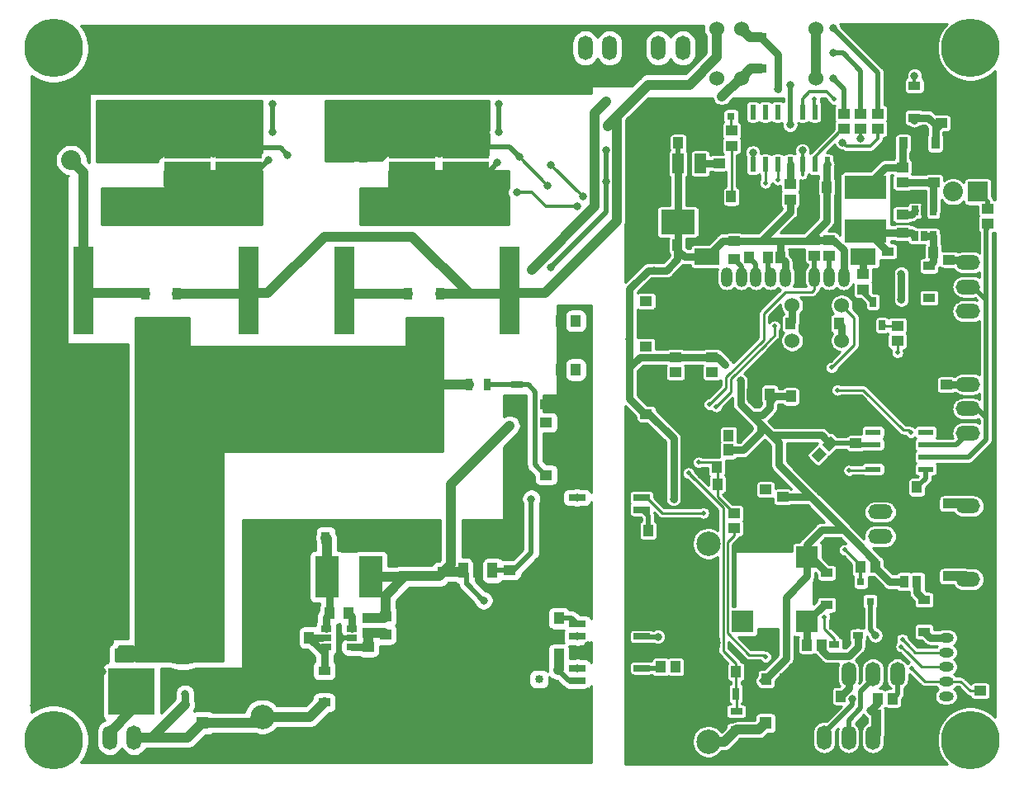
<source format=gbr>
G04 #@! TF.GenerationSoftware,KiCad,Pcbnew,(5.1.5)-3*
G04 #@! TF.CreationDate,2020-03-05T06:08:15+09:00*
G04 #@! TF.ProjectId,Electricity_Manager,456c6563-7472-4696-9369-74795f4d616e,rev?*
G04 #@! TF.SameCoordinates,Original*
G04 #@! TF.FileFunction,Copper,L2,Bot*
G04 #@! TF.FilePolarity,Positive*
%FSLAX46Y46*%
G04 Gerber Fmt 4.6, Leading zero omitted, Abs format (unit mm)*
G04 Created by KiCad (PCBNEW (5.1.5)-3) date 2020-03-05 06:08:15*
%MOMM*%
%LPD*%
G04 APERTURE LIST*
%ADD10R,4.850000X3.900000*%
%ADD11R,1.700000X0.650000*%
%ADD12C,1.524000*%
%ADD13R,1.200000X1.000000*%
%ADD14R,1.000000X1.200000*%
%ADD15R,4.200000X2.400000*%
%ADD16R,1.220000X0.910000*%
%ADD17R,2.300000X2.300000*%
%ADD18R,0.800100X0.800100*%
%ADD19C,6.500000*%
%ADD20R,0.965200X1.270000*%
%ADD21C,0.100000*%
%ADD22C,1.300000*%
%ADD23R,1.300000X1.300000*%
%ADD24R,0.910000X1.220000*%
%ADD25R,2.032000X2.032000*%
%ADD26O,2.032000X2.032000*%
%ADD27O,2.500000X1.500000*%
%ADD28O,1.500000X2.500000*%
%ADD29C,8.500000*%
%ADD30R,0.690880X1.000760*%
%ADD31R,1.200000X2.000000*%
%ADD32R,3.500000X2.500000*%
%ADD33R,3.000000X13.000000*%
%ADD34R,2.000000X9.000000*%
%ADD35R,13.000000X3.000000*%
%ADD36O,1.524000X1.000000*%
%ADD37R,1.400000X1.270000*%
%ADD38R,4.720000X4.800000*%
%ADD39R,2.400000X4.200000*%
%ADD40C,4.500880*%
%ADD41C,2.500000*%
%ADD42R,0.700000X1.300000*%
%ADD43R,1.300000X0.700000*%
%ADD44R,1.000760X1.501140*%
%ADD45R,1.998980X2.999740*%
%ADD46R,1.250000X1.000000*%
%ADD47R,0.600000X1.500000*%
%ADD48R,1.000760X0.690880*%
%ADD49O,1.200000X2.000000*%
%ADD50R,2.600000X1.700000*%
%ADD51R,1.550000X0.600000*%
%ADD52R,1.000000X0.700000*%
%ADD53R,0.700000X1.000000*%
%ADD54C,6.000000*%
%ADD55C,0.800000*%
%ADD56C,0.500000*%
%ADD57C,0.800000*%
%ADD58C,1.000000*%
%ADD59C,0.500000*%
%ADD60C,0.300000*%
%ADD61C,0.250000*%
%ADD62C,0.254000*%
G04 APERTURE END LIST*
D10*
X70000000Y-110400000D03*
X70000000Y-114600000D03*
X64750000Y-114600000D03*
X64750000Y-110400000D03*
D11*
X104660000Y-147115000D03*
X104660000Y-148385000D03*
X111260000Y-148385000D03*
X111260000Y-147115000D03*
D12*
X131790000Y-127400000D03*
X129250000Y-127400000D03*
X126710000Y-127400000D03*
D13*
X124000000Y-148180000D03*
X124000000Y-146300001D03*
X133250000Y-141550000D03*
X133250000Y-143430000D03*
D14*
X120199999Y-140750000D03*
X118320000Y-140750000D03*
D15*
X134250000Y-115250000D03*
X134250000Y-119750000D03*
D14*
X125550000Y-122500000D03*
X127430000Y-122500000D03*
D16*
X140750000Y-126635000D03*
X140750000Y-123365000D03*
D13*
X120500000Y-111030000D03*
X120500000Y-109470000D03*
D14*
X120180000Y-142250000D03*
X118300000Y-142250000D03*
D17*
X121650000Y-159850000D03*
X128250000Y-159850000D03*
X128250000Y-153250000D03*
D13*
X111750000Y-140430000D03*
X111750000Y-138550000D03*
D14*
X120950000Y-165000000D03*
X119070000Y-165000000D03*
D18*
X120450000Y-108000760D03*
X118550000Y-108000760D03*
X119500000Y-106001780D03*
D13*
X146750000Y-117470000D03*
X146750000Y-119030000D03*
D19*
X82750000Y-102500000D03*
X82750000Y-109500000D03*
X60000000Y-109500000D03*
X60000000Y-102500000D03*
D20*
X138250000Y-155750000D03*
X139520000Y-155750000D03*
G04 #@! TA.AperFunction,SMDPad,CuDef*
D21*
G36*
X132699568Y-142851040D02*
G01*
X131851040Y-143699568D01*
X131143934Y-142992462D01*
X131992462Y-142143934D01*
X132699568Y-142851040D01*
G37*
G04 #@! TD.AperFunction*
G04 #@! TA.AperFunction,SMDPad,CuDef*
G36*
X131370208Y-141521680D02*
G01*
X130521680Y-142370208D01*
X129814574Y-141663102D01*
X130663102Y-140814574D01*
X131370208Y-141521680D01*
G37*
G04 #@! TD.AperFunction*
D13*
X120750000Y-122680000D03*
X120750000Y-120800000D03*
X138000000Y-119950000D03*
X138000000Y-118070000D03*
X119250000Y-112800000D03*
X119250000Y-114680000D03*
D14*
X139320000Y-122000000D03*
X141200000Y-122000000D03*
X114950000Y-121250000D03*
X113070000Y-121250000D03*
D22*
X66250000Y-172750000D03*
D23*
X66250000Y-170250000D03*
X124000000Y-170250000D03*
D22*
X124000000Y-172750000D03*
D16*
X140250000Y-157615000D03*
X140250000Y-160885000D03*
X130250000Y-158135000D03*
X130250000Y-154865000D03*
X136500000Y-121865000D03*
X136500000Y-125135000D03*
D24*
X141385000Y-110750000D03*
X138115000Y-110750000D03*
D16*
X78750000Y-168135000D03*
X78750000Y-164865000D03*
D25*
X145750000Y-115750000D03*
D26*
X143210000Y-115750000D03*
D27*
X144750000Y-128000000D03*
X144750000Y-125500000D03*
X144750000Y-123000000D03*
X144750000Y-120500000D03*
D28*
X59250000Y-171750000D03*
X56750000Y-171750000D03*
D29*
X53250000Y-160000000D03*
X64250000Y-160000000D03*
X64250000Y-149750000D03*
X53250000Y-149750000D03*
D30*
X139300040Y-120300480D03*
X140250000Y-120300480D03*
X141199960Y-120300480D03*
X141199960Y-117699520D03*
X140250000Y-117699520D03*
X139300040Y-117699520D03*
D31*
X115000000Y-112850000D03*
X112700000Y-112850000D03*
X117300000Y-112850000D03*
D32*
X115000000Y-118850000D03*
D33*
X62500000Y-135250000D03*
D34*
X54050000Y-125900000D03*
X70950000Y-125900000D03*
D35*
X62500000Y-117500000D03*
X89250000Y-117500000D03*
D34*
X97700000Y-125900000D03*
X80800000Y-125900000D03*
D33*
X89250000Y-135250000D03*
D11*
X111300000Y-164615000D03*
X111300000Y-165885000D03*
X104700000Y-165885000D03*
X104700000Y-164615000D03*
X111300000Y-161385000D03*
X111300000Y-160115000D03*
X104700000Y-160115000D03*
X104700000Y-161385000D03*
D36*
X142500000Y-160000000D03*
X142500000Y-161500000D03*
X142500000Y-163000000D03*
X142500000Y-164500000D03*
X142500000Y-166000000D03*
X142500000Y-167500000D03*
D13*
X142500000Y-135550000D03*
X142500000Y-137430000D03*
X146000000Y-166950000D03*
X146000000Y-165070000D03*
X142750000Y-120820000D03*
X142750000Y-122700000D03*
D14*
X137180000Y-169500000D03*
X135300000Y-169500000D03*
X122550000Y-136500000D03*
X124430000Y-136500000D03*
D13*
X125750000Y-147070000D03*
X125750000Y-148950000D03*
D14*
X129820000Y-167500000D03*
X131700000Y-167500000D03*
X126570000Y-136750000D03*
X128450000Y-136750000D03*
D13*
X142750000Y-153320000D03*
X142750000Y-155200000D03*
X142750000Y-147750000D03*
X142750000Y-145870000D03*
D14*
X128370000Y-115250000D03*
X130250000Y-115250000D03*
X122320000Y-122500000D03*
X124200000Y-122500000D03*
D13*
X142000000Y-106820000D03*
X142000000Y-108700000D03*
X85000000Y-159320000D03*
X85000000Y-161200000D03*
D14*
X75320000Y-161500000D03*
X77200000Y-161500000D03*
D13*
X101500000Y-144800000D03*
X101500000Y-146680000D03*
D14*
X125930000Y-165750000D03*
X124050000Y-165750000D03*
X119050000Y-145750000D03*
X120930000Y-145750000D03*
D13*
X97750000Y-156450000D03*
X97750000Y-154570000D03*
D37*
X60040000Y-163235000D03*
D38*
X59000000Y-167040000D03*
D37*
X57960000Y-163235000D03*
D25*
X50250000Y-112500000D03*
D26*
X52790000Y-112500000D03*
D39*
X79000000Y-155250000D03*
X83500000Y-155250000D03*
D28*
X137500000Y-165250000D03*
X135000000Y-165250000D03*
X132500000Y-165250000D03*
X130000000Y-165250000D03*
D27*
X144750000Y-153000000D03*
X144750000Y-155500000D03*
X144750000Y-148000000D03*
X144750000Y-145500000D03*
D28*
X108000000Y-101000000D03*
X105500000Y-101000000D03*
X113000000Y-101000000D03*
X115500000Y-101000000D03*
D40*
X99000000Y-101500000D03*
D18*
X102750760Y-164800000D03*
X102750760Y-166700000D03*
X100751780Y-165750000D03*
D14*
X101220000Y-163250000D03*
X102780000Y-163250000D03*
G04 #@! TA.AperFunction,SMDPad,CuDef*
D21*
G36*
X129773726Y-143872254D02*
G01*
X130622254Y-143023726D01*
X131329360Y-143730832D01*
X130480832Y-144579360D01*
X129773726Y-143872254D01*
G37*
G04 #@! TD.AperFunction*
G04 #@! TA.AperFunction,SMDPad,CuDef*
G36*
X128670640Y-142769168D02*
G01*
X129519168Y-141920640D01*
X130226274Y-142627746D01*
X129377746Y-143476274D01*
X128670640Y-142769168D01*
G37*
G04 #@! TD.AperFunction*
D14*
X101220000Y-159500000D03*
X102780000Y-159500000D03*
X137940000Y-146060000D03*
X139500000Y-146060000D03*
X114780000Y-164500000D03*
X113220000Y-164500000D03*
X135470000Y-167750000D03*
X137030000Y-167750000D03*
X129780000Y-162250000D03*
X128220000Y-162250000D03*
X113500000Y-150500000D03*
X111940000Y-150500000D03*
D13*
X130500000Y-120720000D03*
X130500000Y-122280000D03*
X129000000Y-122280000D03*
X129000000Y-120720000D03*
X137500000Y-131030000D03*
X137500000Y-129470000D03*
X134000000Y-124220000D03*
X134000000Y-125780000D03*
X138000000Y-113220000D03*
X138000000Y-114780000D03*
X141250000Y-113220000D03*
X141250000Y-114780000D03*
X83250000Y-161030000D03*
X83250000Y-159470000D03*
X83250000Y-162470000D03*
X83250000Y-164030000D03*
X120750000Y-148720000D03*
X120750000Y-150280000D03*
D27*
X144750000Y-140500000D03*
X144750000Y-138000000D03*
X144750000Y-135500000D03*
X144750000Y-133000000D03*
D13*
X101500000Y-137550000D03*
X101500000Y-139430000D03*
D24*
X63635000Y-126250000D03*
X60365000Y-126250000D03*
X87365000Y-126250000D03*
X90635000Y-126250000D03*
D41*
X118110000Y-151840000D03*
X118110000Y-162000000D03*
X118110000Y-172160000D03*
X72390000Y-154380000D03*
X72390000Y-164540000D03*
X72390000Y-169620000D03*
D42*
X93550000Y-135500000D03*
X95450000Y-135500000D03*
D43*
X98500000Y-137450000D03*
X98500000Y-135550000D03*
D44*
X96001140Y-154602360D03*
X94500000Y-154602360D03*
X92998860Y-154602360D03*
D45*
X94500000Y-151650880D03*
G04 #@! TA.AperFunction,SMDPad,CuDef*
D21*
G36*
X93999620Y-153874650D02*
G01*
X93499240Y-153125350D01*
X95500760Y-153125350D01*
X95000380Y-153874650D01*
X93999620Y-153874650D01*
G37*
G04 #@! TD.AperFunction*
D46*
X91000000Y-156750000D03*
X91000000Y-154750000D03*
D43*
X121000000Y-170950000D03*
X121000000Y-169050000D03*
D28*
X130000000Y-171750000D03*
X132500000Y-171750000D03*
X135000000Y-171750000D03*
X137500000Y-171750000D03*
D14*
X129620000Y-129250000D03*
X131500000Y-129250000D03*
X128430000Y-129250000D03*
X126550000Y-129250000D03*
D16*
X123500000Y-103135000D03*
X123500000Y-99865000D03*
D14*
X122030000Y-116250000D03*
X120470000Y-116250000D03*
D16*
X139250000Y-104865000D03*
X139250000Y-108135000D03*
D13*
X132000000Y-107720000D03*
X132000000Y-109280000D03*
X133750000Y-109280000D03*
X133750000Y-107720000D03*
X135500000Y-107720000D03*
X135500000Y-109280000D03*
X126500000Y-114970000D03*
X126500000Y-116530000D03*
D47*
X130310000Y-112950000D03*
X129040000Y-112950000D03*
X127770000Y-112950000D03*
X126500000Y-112950000D03*
X125230000Y-112950000D03*
X123960000Y-112950000D03*
X122690000Y-112950000D03*
X122690000Y-107550000D03*
X123960000Y-107550000D03*
X125230000Y-107550000D03*
X126500000Y-107550000D03*
X127770000Y-107550000D03*
X129040000Y-107550000D03*
X130310000Y-107550000D03*
D12*
X129160000Y-99000000D03*
X129160000Y-104080000D03*
X121540000Y-99000000D03*
X121540000Y-104080000D03*
X119000000Y-104080000D03*
X119000000Y-99000000D03*
X131790000Y-131000000D03*
X129250000Y-131000000D03*
X126710000Y-131000000D03*
D14*
X79320000Y-159000000D03*
X81200000Y-159000000D03*
D13*
X87000000Y-153320000D03*
X87000000Y-155200000D03*
D48*
X78949520Y-160550040D03*
X78949520Y-161500000D03*
X78949520Y-162449960D03*
X81550480Y-162449960D03*
X81550480Y-161500000D03*
X81550480Y-160550040D03*
D24*
X75615000Y-151250000D03*
X78885000Y-151250000D03*
D14*
X115050000Y-110750000D03*
X116930000Y-110750000D03*
D42*
X120950000Y-167250000D03*
X119050000Y-167250000D03*
D13*
X114750000Y-134280000D03*
X114750000Y-132720000D03*
X118500000Y-132720000D03*
X118500000Y-134280000D03*
D49*
X132000000Y-124500000D03*
X130500000Y-124500000D03*
X129000000Y-124500000D03*
X127500000Y-124500000D03*
X126000000Y-124500000D03*
X124500000Y-124500000D03*
X123000000Y-124500000D03*
X121500000Y-124500000D03*
X120000000Y-124500000D03*
D50*
X134000000Y-122400000D03*
X118000000Y-122400000D03*
D51*
X135020000Y-144215000D03*
X135020000Y-142945000D03*
X135020000Y-141675000D03*
X135020000Y-140405000D03*
X140420000Y-140405000D03*
X140420000Y-141675000D03*
X140420000Y-142945000D03*
X140420000Y-144215000D03*
D14*
X118970000Y-144000000D03*
X120530000Y-144000000D03*
D13*
X111710000Y-130030000D03*
X111710000Y-131590000D03*
D14*
X102970000Y-134000000D03*
X104530000Y-134000000D03*
D13*
X111750000Y-126970000D03*
X111750000Y-128530000D03*
D14*
X104530000Y-129000000D03*
X102970000Y-129000000D03*
D18*
X134700000Y-157750760D03*
X132800000Y-157750760D03*
X133750000Y-155751780D03*
D14*
X133720000Y-154250000D03*
X135280000Y-154250000D03*
D10*
X87750000Y-114600000D03*
X87750000Y-110400000D03*
X93250000Y-110400000D03*
X93250000Y-114600000D03*
D52*
X131050000Y-162200000D03*
X131050000Y-160300000D03*
X133450000Y-161250000D03*
D53*
X135000000Y-127050000D03*
X134050000Y-129450000D03*
X135950000Y-129450000D03*
D27*
X135750000Y-151100000D03*
X135750000Y-148600000D03*
X135750000Y-146100000D03*
D54*
X51000000Y-172000000D03*
X145000000Y-101000000D03*
X145000000Y-172000000D03*
X51000000Y-101000000D03*
D55*
X131000000Y-159750000D03*
X110000000Y-174250000D03*
X114250000Y-174250000D03*
X118250000Y-174250000D03*
X122250000Y-174250000D03*
X126250000Y-174250000D03*
X130250000Y-174250000D03*
X134250000Y-174250000D03*
X138250000Y-174250000D03*
X141250000Y-173250000D03*
X141500000Y-169500000D03*
X147250000Y-163750000D03*
X110000000Y-170250000D03*
X110000000Y-166250000D03*
X110000000Y-163000000D03*
X110000000Y-159000000D03*
X110000000Y-155000000D03*
X110000000Y-151000000D03*
X110000000Y-145750000D03*
X110000000Y-141750000D03*
X110000000Y-138750000D03*
X110000000Y-122750000D03*
X110000000Y-118750000D03*
X110000000Y-114750000D03*
X110000000Y-111750000D03*
X110500000Y-108250000D03*
X112500000Y-106500000D03*
X115250000Y-106500000D03*
X118250000Y-106500000D03*
X120750000Y-106500000D03*
X141500000Y-103250000D03*
X143000000Y-104750000D03*
X145000000Y-105000000D03*
X147000000Y-104500000D03*
X147000000Y-113500000D03*
X147000000Y-142250000D03*
X147000000Y-145250000D03*
X147000000Y-148250000D03*
X147000000Y-152250000D03*
X147000000Y-156250000D03*
X147000000Y-160250000D03*
D56*
X128370000Y-115250000D03*
D55*
X141240000Y-136880000D03*
X130000000Y-109750000D03*
X122500000Y-110250000D03*
X123000000Y-164250000D03*
X122500000Y-169500000D03*
X119500000Y-170500000D03*
X127250000Y-164250000D03*
X136250000Y-163750000D03*
X143000000Y-156750000D03*
X144000000Y-167250000D03*
X144000000Y-165000000D03*
X144000000Y-162250000D03*
X141000000Y-167000000D03*
X115750000Y-145750000D03*
X115000000Y-137500000D03*
X123250000Y-137500000D03*
X122000000Y-140000000D03*
X124000000Y-142000000D03*
X124250000Y-145000000D03*
X125000000Y-139250000D03*
X122000000Y-143500000D03*
X127500000Y-138000000D03*
X128500000Y-143750000D03*
X141250000Y-128750000D03*
X141250000Y-132750000D03*
X144000000Y-129500000D03*
X145500000Y-130000000D03*
X142500000Y-114000000D03*
X137000000Y-106000000D03*
D56*
X136500000Y-103000000D03*
D55*
X111250000Y-136500000D03*
X138750000Y-160000000D03*
X137000000Y-154000000D03*
X141000000Y-155250000D03*
X114000000Y-125250000D03*
X126750000Y-149750000D03*
X127430000Y-122500000D03*
X113500000Y-108500000D03*
X113500000Y-111250000D03*
X118750000Y-110250000D03*
X113500000Y-114750000D03*
X113500000Y-116500000D03*
X116250000Y-116500000D03*
X116250000Y-114750000D03*
X118750000Y-116500000D03*
X117750000Y-120500000D03*
X120500000Y-118750000D03*
X123500000Y-118750000D03*
X123500000Y-116000000D03*
X129000000Y-116750000D03*
X116000000Y-124000000D03*
X118500000Y-124000000D03*
X117500000Y-125500000D03*
X121000000Y-126250000D03*
X124000000Y-126250000D03*
X123000000Y-128250000D03*
X121750000Y-130250000D03*
X120000000Y-130250000D03*
X116750000Y-130250000D03*
X113000000Y-130250000D03*
X113000000Y-128000000D03*
X111250000Y-134250000D03*
X141500000Y-151000000D03*
X141500000Y-147250000D03*
X144250000Y-150000000D03*
X146000000Y-150000000D03*
X146000000Y-151250000D03*
X144250000Y-151250000D03*
X144000000Y-159250000D03*
X127250000Y-167500000D03*
X128750000Y-167500000D03*
X122500000Y-166750000D03*
X128250000Y-170750000D03*
X128250000Y-172750000D03*
X139000000Y-169500000D03*
X114250000Y-170250000D03*
X114250000Y-166250000D03*
X117750000Y-166250000D03*
X117500000Y-170250000D03*
X114250000Y-159000000D03*
X114250000Y-155000000D03*
X114250000Y-151000000D03*
X118500000Y-155000000D03*
X118500000Y-159000000D03*
X141250000Y-139250000D03*
X138000000Y-141000000D03*
X132000000Y-146500000D03*
X138000000Y-150500000D03*
X139750000Y-147500000D03*
X133750000Y-159750000D03*
X139700000Y-125350000D03*
X138600000Y-128150000D03*
X138650000Y-132100000D03*
X134150000Y-130800000D03*
X133750000Y-127900000D03*
X135350000Y-124100000D03*
X131700000Y-167500000D03*
X142750000Y-155200000D03*
X142750000Y-147750000D03*
X142500000Y-135550000D03*
X142750000Y-122700000D03*
X134730000Y-168930000D03*
X140750000Y-126635000D03*
D56*
X123550000Y-165950002D03*
D55*
X115050000Y-110750000D03*
X126500000Y-104750000D03*
X111750000Y-138550000D03*
X126510779Y-108889220D03*
X114550000Y-147250000D03*
D56*
X120180000Y-142250000D03*
X124430000Y-136500000D03*
X126570000Y-136750000D03*
X130592391Y-141592391D03*
X125750000Y-147070000D03*
D55*
X121405564Y-135111968D03*
X119850002Y-133500000D03*
X121405564Y-135111968D03*
X110050000Y-130850000D03*
X112550000Y-123810000D03*
D56*
X120199999Y-140750000D03*
X124000000Y-146300001D03*
D55*
X126550000Y-129250000D03*
X131500000Y-129250000D03*
X142000000Y-108700000D03*
X139250000Y-108410000D03*
X125250000Y-105250000D03*
X119250000Y-112800000D03*
X137900000Y-124150000D03*
X137900000Y-126810000D03*
X101500000Y-139430000D03*
X99970000Y-147250000D03*
X107650000Y-111490000D03*
X102000000Y-123500000D03*
X107650000Y-114690000D03*
X62750000Y-102250000D03*
X60500000Y-105250000D03*
X59000000Y-105250000D03*
X57500000Y-103250000D03*
X57500000Y-101250000D03*
X61250000Y-100250000D03*
X58250000Y-100250000D03*
X59000000Y-99250000D03*
X60500000Y-99250000D03*
X83000000Y-105250000D03*
X81500000Y-105250000D03*
X80750000Y-104250000D03*
X84000000Y-100250000D03*
X80750000Y-100250000D03*
X80000000Y-101250000D03*
X80000000Y-103250000D03*
X56750000Y-160000000D03*
X51500000Y-157000000D03*
X52250000Y-156000000D03*
X53750000Y-156000000D03*
X55250000Y-156000000D03*
X56000000Y-157000000D03*
X56750000Y-158000000D03*
X56750000Y-148000000D03*
X56000000Y-147000000D03*
X52250000Y-146000000D03*
X50000000Y-147000000D03*
X49250000Y-150000000D03*
X50000000Y-159000000D03*
X49250000Y-160000000D03*
X50000000Y-161000000D03*
X51500000Y-163000000D03*
X54500000Y-163000000D03*
X56750000Y-162000000D03*
X58250000Y-160000000D03*
X58250000Y-158000000D03*
X58250000Y-156000000D03*
X58250000Y-154000000D03*
X58250000Y-152000000D03*
X58250000Y-150000000D03*
X58250000Y-148000000D03*
X58250000Y-146000000D03*
X58250000Y-144000000D03*
X58250000Y-142000000D03*
X58250000Y-140000000D03*
X57500000Y-141000000D03*
X57500000Y-143000000D03*
X57500000Y-145000000D03*
X57500000Y-147000000D03*
X57500000Y-149000000D03*
X57500000Y-151000000D03*
X57500000Y-153000000D03*
X57500000Y-155000000D03*
X57500000Y-157000000D03*
X57500000Y-159000000D03*
X57500000Y-161000000D03*
X56000000Y-163000000D03*
X55250000Y-164000000D03*
X53750000Y-164000000D03*
X52250000Y-164000000D03*
X50750000Y-164000000D03*
X50000000Y-163000000D03*
X49250000Y-164000000D03*
X49250000Y-162000000D03*
X49250000Y-158000000D03*
X49250000Y-156000000D03*
X50000000Y-157000000D03*
X49250000Y-154000000D03*
X49250000Y-152000000D03*
X50000000Y-153000000D03*
X50000000Y-155000000D03*
X49250000Y-148000000D03*
X49250000Y-146000000D03*
X49250000Y-144000000D03*
X49250000Y-142000000D03*
X49250000Y-140000000D03*
X50000000Y-141000000D03*
X50000000Y-141000000D03*
X50000000Y-141000000D03*
X50000000Y-143000000D03*
X50000000Y-145000000D03*
X50750000Y-146000000D03*
X50750000Y-144000000D03*
X50750000Y-142000000D03*
X50750000Y-140000000D03*
X51500000Y-141000000D03*
X51500000Y-143000000D03*
X51500000Y-145000000D03*
X52250000Y-144000000D03*
X52250000Y-142000000D03*
X52250000Y-140000000D03*
X53000000Y-141000000D03*
X53000000Y-143000000D03*
X53000000Y-145000000D03*
X53750000Y-140000000D03*
X53750000Y-142000000D03*
X53750000Y-144000000D03*
X54500000Y-145000000D03*
X55250000Y-144000000D03*
X56000000Y-143000000D03*
X56750000Y-144000000D03*
X56750000Y-142000000D03*
X56750000Y-140000000D03*
X55250000Y-140000000D03*
X56000000Y-141000000D03*
X54500000Y-141000000D03*
X54500000Y-143000000D03*
X56000000Y-145000000D03*
X56750000Y-146000000D03*
X56750000Y-152000000D03*
X56750000Y-154000000D03*
X56750000Y-156000000D03*
X56000000Y-155000000D03*
X56000000Y-153000000D03*
X55250000Y-154000000D03*
X54500000Y-155000000D03*
X53750000Y-154000000D03*
X53000000Y-155000000D03*
X52250000Y-154000000D03*
X51500000Y-155000000D03*
X50750000Y-154000000D03*
X50750000Y-156000000D03*
X50000000Y-151000000D03*
X56750000Y-150000000D03*
X53750000Y-146000000D03*
X102500000Y-103250000D03*
X102500000Y-101250000D03*
X102500000Y-99250000D03*
X98750000Y-104250000D03*
X97250000Y-104250000D03*
X96500000Y-103250000D03*
X96500000Y-101250000D03*
X96500000Y-99250000D03*
X101000000Y-99250000D03*
X100250000Y-104250000D03*
X101000000Y-103250000D03*
X101750000Y-104250000D03*
X101750000Y-102250000D03*
X101750000Y-100250000D03*
X99500000Y-103250000D03*
X101000000Y-101250000D03*
X99500000Y-99250000D03*
X98000000Y-99250000D03*
X97250000Y-102250000D03*
X97250000Y-100250000D03*
X98000000Y-103250000D03*
X55220000Y-142020000D03*
X50000000Y-165000000D03*
X51500000Y-165000000D03*
X53000000Y-165000000D03*
X54500000Y-165000000D03*
X56000000Y-165000000D03*
X96600000Y-109610000D03*
X96680000Y-106750000D03*
X73430000Y-109600000D03*
X73430000Y-106750000D03*
X85500000Y-100250000D03*
X85500000Y-102250000D03*
X85500000Y-104250000D03*
X86250000Y-101250000D03*
X86250000Y-99250000D03*
X86250000Y-103250000D03*
X86250000Y-105250000D03*
X80000000Y-105250000D03*
X80000000Y-99250000D03*
X79250000Y-100250000D03*
X79250000Y-102250000D03*
X79250000Y-104250000D03*
X78500000Y-105250000D03*
X78500000Y-103250000D03*
X78500000Y-101250000D03*
X78500000Y-99250000D03*
X81500000Y-99250000D03*
X83000000Y-99250000D03*
X84750000Y-99250000D03*
X84750000Y-105250000D03*
X77750000Y-100250000D03*
X77750000Y-102250000D03*
X77750000Y-104250000D03*
X77000000Y-105250000D03*
X77000000Y-103250000D03*
X77000000Y-101250000D03*
X77000000Y-99250000D03*
X87000000Y-100250000D03*
X87000000Y-102250000D03*
X87000000Y-104250000D03*
X87750000Y-105250000D03*
X87750000Y-103250000D03*
X87750000Y-101250000D03*
X87750000Y-99250000D03*
X62000000Y-99250000D03*
X57500000Y-99250000D03*
X56000000Y-99250000D03*
X56750000Y-100250000D03*
X62750000Y-100250000D03*
X56000000Y-101250000D03*
X56750000Y-102250000D03*
X56000000Y-103250000D03*
X56750000Y-104250000D03*
X56000000Y-105250000D03*
X57500000Y-105250000D03*
X62000000Y-105250000D03*
X63500000Y-105250000D03*
X62750000Y-104250000D03*
X63500000Y-103250000D03*
X63500000Y-101250000D03*
X64250000Y-104250000D03*
X64250000Y-102250000D03*
X64250000Y-100250000D03*
X63500000Y-99250000D03*
X65000000Y-99250000D03*
X65000000Y-101250000D03*
X65000000Y-103250000D03*
X65000000Y-105250000D03*
X55250000Y-104250000D03*
X55250000Y-102250000D03*
X55250000Y-100250000D03*
X105750000Y-174000000D03*
X105750000Y-170250000D03*
X105750000Y-167000000D03*
X105750000Y-163500000D03*
X105750000Y-162250000D03*
X105750000Y-159000000D03*
X105750000Y-155000000D03*
X105750000Y-151000000D03*
X105750000Y-149250000D03*
X105750000Y-145750000D03*
X105750000Y-144250000D03*
X101500000Y-149250000D03*
X101500000Y-151000000D03*
X101500000Y-155000000D03*
X98750000Y-159250000D03*
X101500000Y-174000000D03*
X97250000Y-174000000D03*
X93000000Y-174000000D03*
X88750000Y-174000000D03*
X84500000Y-174000000D03*
X80250000Y-174000000D03*
X76250000Y-174000000D03*
X72000000Y-174000000D03*
X67750000Y-174000000D03*
X63500000Y-174000000D03*
X59250000Y-174000000D03*
X55000000Y-174000000D03*
X55000000Y-169750000D03*
X52300000Y-168300000D03*
X49000000Y-168500000D03*
X62500000Y-165250000D03*
X66750000Y-165250000D03*
X70750000Y-161750000D03*
X70750000Y-157500000D03*
X70750000Y-153000000D03*
X70750000Y-149750000D03*
X74250000Y-149750000D03*
X77750000Y-149750000D03*
X81750000Y-149750000D03*
X85750000Y-149750000D03*
X90000000Y-149750000D03*
X90000000Y-153000000D03*
X85750000Y-153000000D03*
X81750000Y-152000000D03*
X76250000Y-153000000D03*
X76250000Y-157500000D03*
X76250000Y-159750000D03*
X76250000Y-163250000D03*
X76250000Y-167750000D03*
X70250000Y-167750000D03*
X70250000Y-167750000D03*
X80250000Y-170250000D03*
X80250000Y-163750000D03*
X84500000Y-170250000D03*
X88750000Y-170250000D03*
X93000000Y-170250000D03*
X97500000Y-170250000D03*
X101500000Y-170250000D03*
X101500000Y-167250000D03*
X93000000Y-167250000D03*
X88750000Y-167250000D03*
X84500000Y-167250000D03*
X84500000Y-163750000D03*
X88750000Y-163750000D03*
X88750000Y-156750000D03*
X86750000Y-160000000D03*
X88750000Y-160000000D03*
X92000000Y-160000000D03*
X92000000Y-156750000D03*
X92000000Y-163750000D03*
X97500000Y-167250000D03*
X64470000Y-167250000D03*
X101500000Y-144800000D03*
X100751780Y-165750000D03*
D56*
X137887318Y-162413651D03*
X138000000Y-161660000D03*
D55*
X137030000Y-167750000D03*
X132900000Y-167800000D03*
X112940000Y-161390000D03*
X135250000Y-161250000D03*
X114780000Y-164500000D03*
D56*
X125240000Y-114510000D03*
X123960000Y-114830000D03*
D55*
X107780000Y-108990000D03*
X104700000Y-161385000D03*
D56*
X130030000Y-159380000D03*
X129448457Y-142698457D03*
X130770000Y-133780000D03*
D55*
X118500000Y-134280000D03*
X114750000Y-134280000D03*
D56*
X118930000Y-137780000D03*
X124910000Y-129530000D03*
X118240000Y-137570000D03*
D55*
X104660000Y-147115000D03*
D56*
X124000000Y-163470000D03*
X132577164Y-144323315D03*
X135020000Y-140405000D03*
X120470000Y-116250000D03*
X104530000Y-134000000D03*
X117610000Y-148700000D03*
D55*
X130920000Y-104100000D03*
X130920000Y-101500000D03*
X130920000Y-98950000D03*
X139250000Y-103830000D03*
D56*
X131000000Y-106250000D03*
X129000000Y-106250000D03*
D55*
X127770000Y-111510000D03*
X133750000Y-110320000D03*
X131900000Y-110690000D03*
X122690000Y-111730000D03*
D56*
X137500000Y-132250000D03*
X117130000Y-143510000D03*
X116080000Y-144620000D03*
X146000000Y-166950000D03*
X131355000Y-136089529D03*
X138950000Y-164630000D03*
X138900000Y-140450000D03*
D55*
X75000000Y-112000000D03*
X98730000Y-112160000D03*
X101670000Y-115110000D03*
D56*
X104530000Y-129000000D03*
D55*
X102000000Y-112960000D03*
X105260000Y-116240000D03*
X98530000Y-115800000D03*
X104710000Y-117230000D03*
D56*
X132124081Y-152495919D03*
D55*
X111710000Y-131590000D03*
X111750000Y-126970000D03*
X107650000Y-106499175D03*
X100000000Y-123750000D03*
X97750000Y-139750000D03*
X104700000Y-164615000D03*
X95080000Y-157680000D03*
X73000000Y-112500000D03*
X96500000Y-112750000D03*
D57*
X129250000Y-129620000D02*
X129620000Y-129250000D01*
X129250000Y-131000000D02*
X129250000Y-129620000D01*
X129250000Y-128430000D02*
X128430000Y-129250000D01*
X129250000Y-127400000D02*
X129250000Y-128430000D01*
X142750000Y-147750000D02*
X142520000Y-147750000D01*
D58*
X144500000Y-147750000D02*
X144750000Y-148000000D01*
X142750000Y-147750000D02*
X144500000Y-147750000D01*
X144450000Y-155200000D02*
X144750000Y-155500000D01*
X142750000Y-155200000D02*
X144450000Y-155200000D01*
X135300000Y-171450000D02*
X135000000Y-171750000D01*
X135300000Y-169500000D02*
X135300000Y-171450000D01*
D57*
X132500000Y-166700000D02*
X131700000Y-167500000D01*
X132500000Y-165250000D02*
X132500000Y-166700000D01*
X144700000Y-135550000D02*
X144750000Y-135500000D01*
X142500000Y-135550000D02*
X144700000Y-135550000D01*
X144450000Y-122700000D02*
X144750000Y-123000000D01*
X142750000Y-122700000D02*
X144450000Y-122700000D01*
X135470000Y-167750000D02*
X135470000Y-168190000D01*
X135470000Y-168190000D02*
X134730000Y-168930000D01*
X135300000Y-169500000D02*
X134730000Y-168930000D01*
X130250000Y-113010000D02*
X130310000Y-112950000D01*
X130250000Y-115250000D02*
X130250000Y-113010000D01*
X128180000Y-153180000D02*
X128250000Y-153250000D01*
D59*
X115050000Y-112800000D02*
X115000000Y-112850000D01*
X115050000Y-110750000D02*
X115050000Y-112800000D01*
X126500000Y-107550000D02*
X126500000Y-104750000D01*
X130310000Y-112500000D02*
X130310000Y-112950000D01*
D57*
X115000000Y-112850000D02*
X115000000Y-118850000D01*
X115000000Y-121200000D02*
X114950000Y-121250000D01*
X115000000Y-118850000D02*
X115000000Y-121200000D01*
X114950000Y-121250000D02*
X114950000Y-121700000D01*
X115650000Y-122400000D02*
X118000000Y-122400000D01*
X114950000Y-121700000D02*
X115650000Y-122400000D01*
X119600000Y-120800000D02*
X118000000Y-122400000D01*
X120750000Y-120800000D02*
X119600000Y-120800000D01*
X125550000Y-121100000D02*
X125550000Y-122500000D01*
X125250000Y-120800000D02*
X125550000Y-121100000D01*
X126000000Y-122950000D02*
X126000000Y-124500000D01*
X125550000Y-122500000D02*
X126000000Y-122950000D01*
X125250000Y-120800000D02*
X128200000Y-120800000D01*
X128280000Y-120720000D02*
X129000000Y-120720000D01*
X128200000Y-120800000D02*
X128280000Y-120720000D01*
X129000000Y-120720000D02*
X130500000Y-120720000D01*
X130500000Y-120720000D02*
X130970000Y-120720000D01*
X132000000Y-121750000D02*
X132000000Y-124500000D01*
X130970000Y-120720000D02*
X132000000Y-121750000D01*
X111650000Y-138550000D02*
X111750000Y-138550000D01*
X110050000Y-136950000D02*
X111650000Y-138550000D01*
X128635000Y-153250000D02*
X130250000Y-154865000D01*
X128250000Y-153250000D02*
X128635000Y-153250000D01*
X122860000Y-120800000D02*
X123540000Y-120800000D01*
X122860000Y-120800000D02*
X125250000Y-120800000D01*
X120750000Y-120800000D02*
X122860000Y-120800000D01*
X126500000Y-117840000D02*
X126500000Y-116530000D01*
X123540000Y-120800000D02*
X126500000Y-117840000D01*
X130250000Y-118750000D02*
X128200000Y-120800000D01*
X130250000Y-115250000D02*
X130250000Y-118750000D01*
D59*
X126500000Y-107550000D02*
X126500000Y-108878441D01*
X126500000Y-108878441D02*
X126510779Y-108889220D01*
D57*
X110050000Y-129480000D02*
X110050000Y-130850000D01*
X114750000Y-132720000D02*
X118500000Y-132720000D01*
X114550000Y-145850000D02*
X114550000Y-147250000D01*
X114550000Y-141049998D02*
X114550000Y-145850000D01*
X112050002Y-138550000D02*
X114550000Y-141049998D01*
X111750000Y-138550000D02*
X112050002Y-138550000D01*
X124050000Y-165669999D02*
X124050000Y-165750000D01*
X126080000Y-163639999D02*
X124050000Y-165669999D01*
X126080000Y-157370000D02*
X126080000Y-163639999D01*
X128250000Y-155200000D02*
X126080000Y-157370000D01*
X128250000Y-153250000D02*
X128250000Y-155200000D01*
X136750000Y-155750000D02*
X138250000Y-155750000D01*
X123459998Y-139590000D02*
X123459998Y-140460002D01*
X121670000Y-142250000D02*
X120180000Y-142250000D01*
X123459998Y-140460002D02*
X121670000Y-142250000D01*
X123459998Y-139590000D02*
X122529998Y-138660000D01*
X123670000Y-138660000D02*
X124430000Y-137900000D01*
X122529998Y-138660000D02*
X123670000Y-138660000D01*
X124950000Y-136750000D02*
X124430000Y-137270000D01*
X126570000Y-136750000D02*
X124950000Y-136750000D01*
X124430000Y-137900000D02*
X124430000Y-137270000D01*
X124430000Y-137270000D02*
X124430000Y-136500000D01*
D59*
X133125000Y-141675000D02*
X133000000Y-141550000D01*
X135020000Y-141675000D02*
X133125000Y-141675000D01*
D57*
X129730000Y-140730000D02*
X130592391Y-141592391D01*
X124599998Y-140730000D02*
X129730000Y-140730000D01*
X124599998Y-140730000D02*
X123459998Y-139590000D01*
X125320000Y-141450002D02*
X124599998Y-140730000D01*
D59*
X130634782Y-141550000D02*
X130592391Y-141592391D01*
X133000000Y-141550000D02*
X130634782Y-141550000D01*
D60*
X121397534Y-135119998D02*
X121405564Y-135111968D01*
X121369998Y-135119998D02*
X121397534Y-135119998D01*
D57*
X119070002Y-132720000D02*
X119850002Y-133500000D01*
X118500000Y-132720000D02*
X119070002Y-132720000D01*
X121405564Y-135677653D02*
X121405564Y-135111968D01*
X121405564Y-137535566D02*
X121405564Y-135677653D01*
X122529998Y-138660000D02*
X121405564Y-137535566D01*
X136680000Y-155750000D02*
X136750000Y-155750000D01*
X135280000Y-154350000D02*
X136680000Y-155750000D01*
X135280000Y-154250000D02*
X135280000Y-154350000D01*
X125320000Y-143759998D02*
X125320000Y-141450002D01*
X135280000Y-154250000D02*
X135280000Y-153719998D01*
X127155001Y-147064999D02*
X128625001Y-147064999D01*
X127150000Y-147070000D02*
X127155001Y-147064999D01*
X125750000Y-147070000D02*
X127150000Y-147070000D01*
X128625001Y-147064999D02*
X125320000Y-143759998D01*
X135280000Y-153719998D02*
X133025001Y-151464999D01*
X128250000Y-151960000D02*
X128250000Y-153250000D01*
X128745001Y-151464999D02*
X128250000Y-151960000D01*
X129745001Y-150464999D02*
X128745001Y-151464999D01*
X132025001Y-150464999D02*
X129745001Y-150464999D01*
X132025001Y-150464999D02*
X128625001Y-147064999D01*
X133025001Y-151464999D02*
X132025001Y-150464999D01*
X111080000Y-132720000D02*
X110050000Y-133750000D01*
X114750000Y-132720000D02*
X111080000Y-132720000D01*
X110050000Y-129480000D02*
X110050000Y-133750000D01*
X110050000Y-133750000D02*
X110050000Y-136950000D01*
X114950000Y-122650000D02*
X114950000Y-121250000D01*
X113790000Y-123810000D02*
X114950000Y-122650000D01*
X110050000Y-125730000D02*
X111970000Y-123810000D01*
X110050000Y-129480000D02*
X110050000Y-125730000D01*
X111970000Y-123810000D02*
X112550000Y-123810000D01*
X112550000Y-123810000D02*
X113790000Y-123810000D01*
D58*
X122405000Y-99865000D02*
X121540000Y-99000000D01*
X123500000Y-99865000D02*
X122405000Y-99865000D01*
D57*
X126710000Y-129090000D02*
X126550000Y-129250000D01*
X126710000Y-127400000D02*
X126710000Y-129090000D01*
X131790000Y-129540000D02*
X131500000Y-129250000D01*
X131790000Y-131000000D02*
X131790000Y-129540000D01*
X141385000Y-109315000D02*
X142000000Y-108700000D01*
X141385000Y-110750000D02*
X141385000Y-109315000D01*
X119200000Y-112850000D02*
X119250000Y-112800000D01*
X117300000Y-112850000D02*
X119200000Y-112850000D01*
X141385000Y-108860000D02*
X141385000Y-109315000D01*
X140660000Y-108135000D02*
X141385000Y-108860000D01*
X139250000Y-108135000D02*
X140660000Y-108135000D01*
X139250000Y-108135000D02*
X139250000Y-108410000D01*
X125250000Y-101615000D02*
X123500000Y-99865000D01*
X125250000Y-105250000D02*
X125250000Y-101615000D01*
X137900000Y-124150000D02*
X137900000Y-126810000D01*
D59*
X121500000Y-123430000D02*
X121500000Y-124500000D01*
X120750000Y-122680000D02*
X121500000Y-123430000D01*
X122820000Y-124070000D02*
X123000000Y-124250000D01*
X123000000Y-123180000D02*
X123000000Y-124500000D01*
X122320000Y-122500000D02*
X123000000Y-123180000D01*
X124700000Y-124050000D02*
X124500000Y-124250000D01*
X124200000Y-124200000D02*
X124500000Y-124500000D01*
X124200000Y-122500000D02*
X124200000Y-124200000D01*
X97717640Y-154602360D02*
X97750000Y-154570000D01*
X96001140Y-154602360D02*
X97717640Y-154602360D01*
X97750000Y-154570000D02*
X98180000Y-154570000D01*
X98180000Y-154570000D02*
X99970000Y-152780000D01*
X99970000Y-152780000D02*
X99970000Y-147250000D01*
X107650000Y-117850000D02*
X102000000Y-123500000D01*
X107650000Y-114690000D02*
X107650000Y-117850000D01*
X107650000Y-111490000D02*
X107650000Y-114690000D01*
X80550100Y-161500000D02*
X80300100Y-161750000D01*
X81550480Y-161500000D02*
X80550100Y-161500000D01*
X96600000Y-109610000D02*
X96600000Y-106830000D01*
X96600000Y-106830000D02*
X96680000Y-106750000D01*
X73430000Y-109600000D02*
X73430000Y-106750000D01*
D57*
X134385000Y-119750000D02*
X136500000Y-121865000D01*
X134250000Y-119750000D02*
X134385000Y-119750000D01*
X134450000Y-119950000D02*
X134250000Y-119750000D01*
X138000000Y-119950000D02*
X134450000Y-119950000D01*
X138949560Y-119950000D02*
X139249990Y-120250430D01*
X138000000Y-119950000D02*
X138949560Y-119950000D01*
X138929560Y-118070000D02*
X139300040Y-117699520D01*
X138000000Y-118070000D02*
X138929560Y-118070000D01*
X77200000Y-161500000D02*
X78500000Y-161500000D01*
X78750000Y-162649480D02*
X78949520Y-162449960D01*
X78750000Y-163050000D02*
X78750000Y-162649480D01*
X78750000Y-163050000D02*
X77200000Y-161500000D01*
X78750000Y-164865000D02*
X78750000Y-163050000D01*
D58*
X64750000Y-171750000D02*
X66250000Y-170250000D01*
X61070000Y-171750000D02*
X60600000Y-171750000D01*
X64470000Y-168350000D02*
X61070000Y-171750000D01*
X59250000Y-171750000D02*
X60600000Y-171750000D01*
X60600000Y-171750000D02*
X64750000Y-171750000D01*
X71760000Y-170250000D02*
X72390000Y-169620000D01*
X66250000Y-170250000D02*
X71760000Y-170250000D01*
X72390000Y-169620000D02*
X77265000Y-169620000D01*
X77265000Y-169620000D02*
X78750000Y-168135000D01*
D57*
X64470000Y-167250000D02*
X64470000Y-168350000D01*
D58*
X119790000Y-172160000D02*
X121000000Y-170950000D01*
X118110000Y-172160000D02*
X119790000Y-172160000D01*
X121000000Y-170950000D02*
X123300000Y-170950000D01*
X123300000Y-170950000D02*
X124000000Y-170250000D01*
D59*
X95450000Y-135500000D02*
X98000000Y-135500000D01*
X98050000Y-135550000D02*
X98500000Y-135550000D01*
X98000000Y-135500000D02*
X98050000Y-135550000D01*
X101400000Y-144800000D02*
X101500000Y-144800000D01*
X100350000Y-143750000D02*
X101400000Y-144800000D01*
X100350000Y-136250000D02*
X100350000Y-143750000D01*
X99650000Y-135550000D02*
X100350000Y-136250000D01*
X98500000Y-135550000D02*
X99650000Y-135550000D01*
D57*
X139520000Y-156885000D02*
X139520000Y-155750000D01*
X140250000Y-157615000D02*
X139520000Y-156885000D01*
X140865000Y-161500000D02*
X140250000Y-160885000D01*
X142500000Y-161500000D02*
X140865000Y-161500000D01*
X129965000Y-158135000D02*
X128250000Y-159850000D01*
X130250000Y-158135000D02*
X129965000Y-158135000D01*
X128250000Y-162220000D02*
X128220000Y-162250000D01*
X128250000Y-159850000D02*
X128250000Y-162220000D01*
D58*
X89250000Y-135500000D02*
X93550000Y-135500000D01*
X56750000Y-171250000D02*
X56750000Y-171750000D01*
X59000000Y-169000000D02*
X56750000Y-171250000D01*
X59000000Y-167040000D02*
X59000000Y-169000000D01*
D57*
X136280000Y-113220000D02*
X138000000Y-113220000D01*
X134250000Y-115250000D02*
X136280000Y-113220000D01*
X138000000Y-110865000D02*
X138115000Y-110750000D01*
X138000000Y-113220000D02*
X138000000Y-110865000D01*
D58*
X80900000Y-126250000D02*
X80800000Y-126150000D01*
X87365000Y-126250000D02*
X80900000Y-126250000D01*
X60265000Y-126150000D02*
X60365000Y-126250000D01*
X54050000Y-126150000D02*
X60265000Y-126150000D01*
X54050000Y-113760000D02*
X52790000Y-112500000D01*
X54050000Y-126150000D02*
X54050000Y-113760000D01*
D59*
X146750000Y-117470000D02*
X146750000Y-116750000D01*
X144615000Y-140365000D02*
X144750000Y-140500000D01*
X143575000Y-141675000D02*
X144750000Y-140500000D01*
X140420000Y-141675000D02*
X143575000Y-141675000D01*
D61*
X142500000Y-164500000D02*
X139990000Y-164500000D01*
X139990000Y-164500000D02*
X138650000Y-163160000D01*
X138650000Y-163160000D02*
X138470000Y-162980000D01*
X138650000Y-163160000D02*
X138633667Y-163160000D01*
X138633667Y-163160000D02*
X137887318Y-162413651D01*
X139340000Y-163000000D02*
X138560000Y-162220000D01*
X142500000Y-163000000D02*
X139340000Y-163000000D01*
X138000000Y-161660000D02*
X138560000Y-162220000D01*
D59*
X145250000Y-125500000D02*
X144750000Y-125500000D01*
X146590000Y-126840000D02*
X145250000Y-125500000D01*
X146590000Y-136660000D02*
X146590000Y-126840000D01*
D60*
X146590000Y-119190000D02*
X146750000Y-119030000D01*
D59*
X144750000Y-138000000D02*
X145700000Y-138000000D01*
X146590000Y-138890000D02*
X146590000Y-139030000D01*
X145700000Y-138000000D02*
X146590000Y-138890000D01*
X146590000Y-136660000D02*
X146590000Y-139030000D01*
X146590000Y-126840000D02*
X146590000Y-120490000D01*
X146750000Y-119030000D02*
X146750000Y-119440000D01*
X146590000Y-119600000D02*
X146590000Y-120490000D01*
X146750000Y-119440000D02*
X146590000Y-119600000D01*
X146590000Y-139030000D02*
X146590000Y-141180000D01*
X144825000Y-142945000D02*
X146590000Y-141180000D01*
X140420000Y-142945000D02*
X144825000Y-142945000D01*
X137500000Y-167280000D02*
X137030000Y-167750000D01*
X137500000Y-165250000D02*
X137500000Y-167280000D01*
X130000000Y-171265685D02*
X130000000Y-171750000D01*
X132900000Y-168365685D02*
X130000000Y-171265685D01*
X132900000Y-167800000D02*
X132900000Y-168365685D01*
X111305000Y-161390000D02*
X111300000Y-161385000D01*
X112940000Y-161390000D02*
X111305000Y-161390000D01*
X134700000Y-160700000D02*
X135250000Y-161250000D01*
X134700000Y-157750760D02*
X134700000Y-160700000D01*
X135000000Y-165750000D02*
X135000000Y-165250000D01*
X133750000Y-167000000D02*
X135000000Y-165750000D01*
X133750000Y-168750000D02*
X133750000Y-167000000D01*
X132500000Y-170000000D02*
X133750000Y-168750000D01*
X132500000Y-171750000D02*
X132500000Y-170000000D01*
D61*
X125230000Y-112950000D02*
X125230000Y-114500000D01*
X125230000Y-114500000D02*
X125240000Y-114510000D01*
X123960000Y-112950000D02*
X123960000Y-114830000D01*
D58*
X97600000Y-126250000D02*
X97700000Y-126150000D01*
X70850000Y-126250000D02*
X70950000Y-126150000D01*
X63635000Y-126250000D02*
X70850000Y-126250000D01*
X72950000Y-126150000D02*
X78750000Y-120350000D01*
X70950000Y-126150000D02*
X72950000Y-126150000D01*
X87740000Y-120350000D02*
X93640000Y-126250000D01*
X78750000Y-120350000D02*
X87740000Y-120350000D01*
X90635000Y-126250000D02*
X93640000Y-126250000D01*
X93640000Y-126250000D02*
X97600000Y-126250000D01*
X101350000Y-126150000D02*
X97700000Y-126150000D01*
X107780000Y-119720000D02*
X106000000Y-121500000D01*
X106000000Y-121500000D02*
X101350000Y-126150000D01*
X108750000Y-118750000D02*
X107780000Y-119720000D01*
X107780000Y-108970000D02*
X108750000Y-108000000D01*
X107780000Y-108990000D02*
X107780000Y-108970000D01*
X108750000Y-108000000D02*
X108750000Y-118750000D01*
X119000000Y-101500000D02*
X119000000Y-99000000D01*
X119000000Y-101950000D02*
X119000000Y-101500000D01*
X116200000Y-104750000D02*
X119000000Y-101950000D01*
X108750000Y-108000000D02*
X112000000Y-104750000D01*
X112000000Y-104750000D02*
X116200000Y-104750000D01*
X102780000Y-164770760D02*
X102750760Y-164800000D01*
X102780000Y-163250000D02*
X102780000Y-164770760D01*
D59*
X103835760Y-165885000D02*
X102750760Y-164800000D01*
X104700000Y-165885000D02*
X103835760Y-165885000D01*
D61*
X130030000Y-160580000D02*
X130030000Y-159380000D01*
X131050000Y-162200000D02*
X131050000Y-161600000D01*
X131050000Y-161600000D02*
X130030000Y-160580000D01*
X136270760Y-129470000D02*
X136000760Y-129200000D01*
X137500000Y-129470000D02*
X136270760Y-129470000D01*
D59*
X134000000Y-126050000D02*
X135000000Y-127050000D01*
X134000000Y-125780000D02*
X134000000Y-126050000D01*
D61*
X130770000Y-133780000D02*
X133080000Y-131470000D01*
X133080000Y-128690000D02*
X131790000Y-127400000D01*
X133080000Y-131470000D02*
X133080000Y-128690000D01*
D59*
X104085000Y-159500000D02*
X104700000Y-160115000D01*
X102780000Y-159500000D02*
X104085000Y-159500000D01*
X140420000Y-145140000D02*
X139500000Y-146060000D01*
X140420000Y-144215000D02*
X140420000Y-145140000D01*
X113105000Y-164615000D02*
X113220000Y-164500000D01*
X111300000Y-164615000D02*
X113105000Y-164615000D01*
X111260000Y-148385000D02*
X111365000Y-148385000D01*
X111940000Y-148960000D02*
X111940000Y-150500000D01*
X111365000Y-148385000D02*
X111940000Y-148960000D01*
X130500000Y-122280000D02*
X130500000Y-124500000D01*
D61*
X118930000Y-137780000D02*
X119179999Y-137530001D01*
X119179999Y-137530001D02*
X120438362Y-136271638D01*
X120438362Y-136271638D02*
X120438362Y-135521635D01*
X120438362Y-135521635D02*
X120438362Y-134961638D01*
X120438362Y-134961638D02*
X123950000Y-131450000D01*
X123950000Y-131450000D02*
X124530000Y-130870000D01*
X124530000Y-130870000D02*
X124910000Y-130490000D01*
X124910000Y-129530000D02*
X124910000Y-130490000D01*
D59*
X129000000Y-122280000D02*
X129000000Y-124500000D01*
D61*
X129000000Y-125750000D02*
X129000000Y-124500000D01*
X119950000Y-135860000D02*
X119950000Y-134760000D01*
X118240000Y-137570000D02*
X119950000Y-135860000D01*
X123800000Y-130910000D02*
X123800000Y-128270000D01*
X119950000Y-134760000D02*
X123800000Y-130910000D01*
X123800000Y-128270000D02*
X126040000Y-126030000D01*
X128720000Y-126030000D02*
X129000000Y-125750000D01*
X126040000Y-126030000D02*
X128720000Y-126030000D01*
D57*
X138000000Y-114780000D02*
X141250000Y-114780000D01*
X141199960Y-114830040D02*
X141250000Y-114780000D01*
X141199960Y-117699520D02*
X141199960Y-114830040D01*
D61*
X124000000Y-163470000D02*
X123790000Y-163260000D01*
X122264998Y-163260000D02*
X120050000Y-161045002D01*
X123790000Y-163260000D02*
X122264998Y-163260000D01*
X120750000Y-151030000D02*
X120750000Y-150280000D01*
X120050000Y-151730000D02*
X120750000Y-151030000D01*
X120050000Y-161045002D02*
X120050000Y-151730000D01*
X134911685Y-144323315D02*
X135020000Y-144215000D01*
X132577164Y-144323315D02*
X134911685Y-144323315D01*
X120500000Y-116220000D02*
X120470000Y-116250000D01*
X120500000Y-111030000D02*
X120500000Y-116220000D01*
D57*
X140250000Y-120300480D02*
X141199960Y-120300480D01*
X141199960Y-121999960D02*
X141200000Y-122000000D01*
X141199960Y-120300480D02*
X141199960Y-121999960D01*
X141200000Y-122915000D02*
X140750000Y-123365000D01*
X141200000Y-122000000D02*
X141200000Y-122915000D01*
D58*
X129160000Y-99000000D02*
X129160000Y-104080000D01*
D61*
X111260000Y-147115000D02*
X111785000Y-147115000D01*
X113390000Y-148700000D02*
X113380000Y-148710000D01*
X117610000Y-148700000D02*
X113390000Y-148700000D01*
X111785000Y-147115000D02*
X113380000Y-148710000D01*
D58*
X122485000Y-103135000D02*
X121540000Y-104080000D01*
X123500000Y-103135000D02*
X122485000Y-103135000D01*
X121421780Y-104080000D02*
X119500000Y-106001780D01*
X121540000Y-104080000D02*
X121421780Y-104080000D01*
D61*
X120470000Y-109500000D02*
X120500000Y-109470000D01*
X120450000Y-109420000D02*
X120500000Y-109470000D01*
X120450000Y-108000760D02*
X120450000Y-109420000D01*
D59*
X132000000Y-105180000D02*
X132000000Y-107720000D01*
X130920000Y-104100000D02*
X132000000Y-105180000D01*
X133750000Y-106720000D02*
X133750000Y-107720000D01*
X133750000Y-103330000D02*
X133750000Y-106720000D01*
X131920000Y-101500000D02*
X133750000Y-103330000D01*
X130920000Y-101500000D02*
X131920000Y-101500000D01*
X135500000Y-106720000D02*
X135500000Y-107720000D01*
X135500000Y-103520000D02*
X135500000Y-106720000D01*
X130930000Y-98950000D02*
X135500000Y-103520000D01*
X130920000Y-98950000D02*
X130930000Y-98950000D01*
D60*
X139250000Y-104865000D02*
X139250000Y-104110000D01*
X139250000Y-104110000D02*
X139250000Y-103830000D01*
D57*
X126500000Y-114970000D02*
X126500000Y-112950000D01*
D60*
X127770000Y-107550000D02*
X127770000Y-106230000D01*
X127770000Y-106230000D02*
X128500000Y-105500000D01*
X128500000Y-105500000D02*
X129138002Y-105500000D01*
X129138002Y-105500000D02*
X130250000Y-105500000D01*
X130250000Y-105500000D02*
X131000000Y-106250000D01*
X129000000Y-107510000D02*
X129040000Y-107550000D01*
X129000000Y-106250000D02*
X129000000Y-107510000D01*
X131900000Y-109280000D02*
X132000000Y-109280000D01*
X129040000Y-112140000D02*
X131900000Y-109280000D01*
X129040000Y-112950000D02*
X129040000Y-112140000D01*
X127770000Y-112950000D02*
X127770000Y-111510000D01*
X133750000Y-110320000D02*
X133750000Y-109280000D01*
X127770000Y-112950000D02*
X127770000Y-114020000D01*
X132299999Y-111089999D02*
X134710001Y-111089999D01*
X131900000Y-110690000D02*
X132299999Y-111089999D01*
X135500000Y-110300000D02*
X135500000Y-109280000D01*
X134710001Y-111089999D02*
X135500000Y-110300000D01*
X122690000Y-112950000D02*
X122690000Y-111730000D01*
D57*
X81550480Y-159350480D02*
X81200000Y-159000000D01*
X81550480Y-160550040D02*
X81550480Y-159350480D01*
X78949520Y-159370480D02*
X79320000Y-159000000D01*
X78949520Y-160550040D02*
X78949520Y-159370480D01*
X79320000Y-155570000D02*
X79000000Y-155250000D01*
X79320000Y-159000000D02*
X79320000Y-155570000D01*
D58*
X79000000Y-151365000D02*
X78885000Y-151250000D01*
X79000000Y-155250000D02*
X79000000Y-151365000D01*
D61*
X137500000Y-132250000D02*
X137500000Y-131030000D01*
D57*
X134000000Y-122400000D02*
X134000000Y-124220000D01*
X129780000Y-162770002D02*
X130359998Y-163350000D01*
X129780000Y-162250000D02*
X129780000Y-162770002D01*
X130359998Y-163350000D02*
X132540000Y-163350000D01*
X133450000Y-162440000D02*
X133450000Y-161250000D01*
X132540000Y-163350000D02*
X133450000Y-162440000D01*
D61*
X119430000Y-145750000D02*
X119050000Y-145750000D01*
X119050000Y-145750000D02*
X119050000Y-144080000D01*
X119050000Y-144080000D02*
X118970000Y-144000000D01*
X118970000Y-144000000D02*
X118970000Y-143990000D01*
X118970000Y-143990000D02*
X118490000Y-143510000D01*
X118490000Y-143510000D02*
X117130000Y-143510000D01*
X119050000Y-147020000D02*
X120750000Y-148720000D01*
X119050000Y-145750000D02*
X119050000Y-147020000D01*
X121000000Y-167300000D02*
X120950000Y-167250000D01*
X121000000Y-169050000D02*
X121000000Y-167300000D01*
X120950000Y-167250000D02*
X120950000Y-165000000D01*
X120950000Y-164150000D02*
X119830000Y-163030000D01*
X120950000Y-165000000D02*
X120950000Y-164150000D01*
X119830000Y-163030000D02*
X119660000Y-162860000D01*
X119635001Y-162835001D02*
X119635001Y-162732001D01*
X119660000Y-162860000D02*
X119635001Y-162835001D01*
X119635001Y-148175001D02*
X115990000Y-144530000D01*
X119635001Y-162732001D02*
X119635001Y-148175001D01*
X116720000Y-145260000D02*
X116230000Y-144770000D01*
X116230000Y-144770000D02*
X116080000Y-144620000D01*
D57*
X81550480Y-162449960D02*
X83080040Y-162449960D01*
D58*
X83250000Y-162470000D02*
X83250000Y-161030000D01*
X84830000Y-161030000D02*
X85000000Y-161200000D01*
X83250000Y-161030000D02*
X84830000Y-161030000D01*
D61*
X142500000Y-166000000D02*
X144000000Y-166000000D01*
X144950000Y-166950000D02*
X146000000Y-166950000D01*
X144000000Y-166000000D02*
X144950000Y-166950000D01*
X142500000Y-166000000D02*
X140320000Y-166000000D01*
X140320000Y-166000000D02*
X138950000Y-164630000D01*
X138110001Y-140200001D02*
X133999529Y-136089529D01*
X138650001Y-140200001D02*
X138110001Y-140200001D01*
X133999529Y-136089529D02*
X131355000Y-136089529D01*
X138900000Y-140450000D02*
X138650001Y-140200001D01*
D59*
X70850000Y-111250000D02*
X70000000Y-110400000D01*
X75000000Y-112000000D02*
X74250000Y-111250000D01*
X74250000Y-111250000D02*
X70850000Y-111250000D01*
X93980000Y-111130000D02*
X93250000Y-110400000D01*
X98730000Y-112160000D02*
X97700000Y-111130000D01*
X97700000Y-111130000D02*
X93980000Y-111130000D01*
D60*
X98730000Y-112160000D02*
X101670000Y-115100000D01*
X101670000Y-115100000D02*
X101670000Y-115110000D01*
X102000000Y-112960000D02*
X105260000Y-116220000D01*
X105260000Y-116220000D02*
X105260000Y-116240000D01*
X98530000Y-115800000D02*
X100030000Y-115800000D01*
X101460000Y-117230000D02*
X101290000Y-117060000D01*
X104710000Y-117230000D02*
X101460000Y-117230000D01*
X100030000Y-115800000D02*
X101290000Y-117060000D01*
X133750000Y-154280000D02*
X133720000Y-154250000D01*
X133750000Y-155751780D02*
X133750000Y-154280000D01*
D61*
X133720000Y-154090000D02*
X133720000Y-154250000D01*
X132375918Y-152745918D02*
X133720000Y-154090000D01*
X132124081Y-152495919D02*
X132374080Y-152745918D01*
X132374080Y-152745918D02*
X132375918Y-152745918D01*
D58*
X86950000Y-155250000D02*
X87000000Y-155200000D01*
X90550000Y-155200000D02*
X91000000Y-154750000D01*
X87000000Y-155200000D02*
X90550000Y-155200000D01*
X92851220Y-154750000D02*
X92998860Y-154602360D01*
X91000000Y-154750000D02*
X92851220Y-154750000D01*
X91000000Y-154750000D02*
X91750000Y-154000000D01*
X91750000Y-154000000D02*
X91750000Y-151750000D01*
X91750000Y-151750000D02*
X91750000Y-145750000D01*
X106500000Y-107649175D02*
X106500000Y-117250000D01*
X107650000Y-106499175D02*
X106500000Y-107649175D01*
X106500000Y-117250000D02*
X100000000Y-123750000D01*
X83500000Y-155250000D02*
X86100000Y-155250000D01*
X86100000Y-155250000D02*
X86950000Y-155250000D01*
X84850000Y-159470000D02*
X85000000Y-159320000D01*
X83250000Y-159470000D02*
X84850000Y-159470000D01*
X85000000Y-157200000D02*
X87000000Y-155200000D01*
X85000000Y-159320000D02*
X85000000Y-157200000D01*
X91750000Y-145750000D02*
X97750000Y-139750000D01*
D59*
X93067640Y-154602360D02*
X93375280Y-154910000D01*
X92998860Y-154602360D02*
X93067640Y-154602360D01*
X93375280Y-155448592D02*
X93370000Y-155453872D01*
X93375280Y-154910000D02*
X93375280Y-155448592D01*
X93370000Y-155453872D02*
X93370000Y-156010000D01*
X93370000Y-156010000D02*
X93380000Y-156010000D01*
X93380000Y-156010000D02*
X95050000Y-157680000D01*
X95050000Y-157680000D02*
X95080000Y-157680000D01*
X70000000Y-114600000D02*
X70900000Y-114600000D01*
X70900000Y-114600000D02*
X73000000Y-112500000D01*
X93250000Y-114600000D02*
X94900000Y-114600000D01*
X96100001Y-113149999D02*
X96090001Y-113149999D01*
X96500000Y-112750000D02*
X96100001Y-113149999D01*
X94640000Y-114600000D02*
X93250000Y-114600000D01*
X96090001Y-113149999D02*
X94640000Y-114600000D01*
D62*
G36*
X59617361Y-106385000D02*
G01*
X60382639Y-106385000D01*
X60422858Y-106377000D01*
X72373000Y-106377000D01*
X72373000Y-111674164D01*
X72340226Y-111696063D01*
X72196063Y-111840226D01*
X72082795Y-112009744D01*
X72081890Y-112011928D01*
X67575000Y-112011928D01*
X67450518Y-112024188D01*
X67375000Y-112047096D01*
X67299482Y-112024188D01*
X67175000Y-112011928D01*
X62325000Y-112011928D01*
X62200518Y-112024188D01*
X62080820Y-112060498D01*
X61970506Y-112119463D01*
X61873815Y-112198815D01*
X61794463Y-112295506D01*
X61735498Y-112405820D01*
X61699188Y-112525518D01*
X61689587Y-112623000D01*
X55377000Y-112623000D01*
X55377000Y-106377000D01*
X59577142Y-106377000D01*
X59617361Y-106385000D01*
G37*
X59617361Y-106385000D02*
X60382639Y-106385000D01*
X60422858Y-106377000D01*
X72373000Y-106377000D01*
X72373000Y-111674164D01*
X72340226Y-111696063D01*
X72196063Y-111840226D01*
X72082795Y-112009744D01*
X72081890Y-112011928D01*
X67575000Y-112011928D01*
X67450518Y-112024188D01*
X67375000Y-112047096D01*
X67299482Y-112024188D01*
X67175000Y-112011928D01*
X62325000Y-112011928D01*
X62200518Y-112024188D01*
X62080820Y-112060498D01*
X61970506Y-112119463D01*
X61873815Y-112198815D01*
X61794463Y-112295506D01*
X61735498Y-112405820D01*
X61699188Y-112525518D01*
X61689587Y-112623000D01*
X55377000Y-112623000D01*
X55377000Y-106377000D01*
X59577142Y-106377000D01*
X59617361Y-106385000D01*
G36*
X82367361Y-106385000D02*
G01*
X83132639Y-106385000D01*
X83172858Y-106377000D01*
X95621954Y-106377000D01*
X95597634Y-109343995D01*
X95565000Y-109508061D01*
X95565000Y-109711939D01*
X95593446Y-109854949D01*
X95575766Y-112011928D01*
X90825000Y-112011928D01*
X90700518Y-112024188D01*
X90580820Y-112060498D01*
X90500000Y-112103698D01*
X90419180Y-112060498D01*
X90299482Y-112024188D01*
X90175000Y-112011928D01*
X85325000Y-112011928D01*
X85200518Y-112024188D01*
X85080820Y-112060498D01*
X84970506Y-112119463D01*
X84873815Y-112198815D01*
X84794463Y-112295506D01*
X84735498Y-112405820D01*
X84712310Y-112482260D01*
X78877000Y-112619967D01*
X78877000Y-106377000D01*
X82327142Y-106377000D01*
X82367361Y-106385000D01*
G37*
X82367361Y-106385000D02*
X83132639Y-106385000D01*
X83172858Y-106377000D01*
X95621954Y-106377000D01*
X95597634Y-109343995D01*
X95565000Y-109508061D01*
X95565000Y-109711939D01*
X95593446Y-109854949D01*
X95575766Y-112011928D01*
X90825000Y-112011928D01*
X90700518Y-112024188D01*
X90580820Y-112060498D01*
X90500000Y-112103698D01*
X90419180Y-112060498D01*
X90299482Y-112024188D01*
X90175000Y-112011928D01*
X85325000Y-112011928D01*
X85200518Y-112024188D01*
X85080820Y-112060498D01*
X84970506Y-112119463D01*
X84873815Y-112198815D01*
X84794463Y-112295506D01*
X84735498Y-112405820D01*
X84712310Y-112482260D01*
X78877000Y-112619967D01*
X78877000Y-106377000D01*
X82327142Y-106377000D01*
X82367361Y-106385000D01*
G36*
X97623000Y-115294471D02*
G01*
X97612795Y-115309744D01*
X97534774Y-115498102D01*
X97495000Y-115698061D01*
X97495000Y-115901939D01*
X97534774Y-116101898D01*
X97612795Y-116290256D01*
X97623000Y-116305529D01*
X97623000Y-119123000D01*
X82377000Y-119123000D01*
X82377000Y-115377000D01*
X85250000Y-115377000D01*
X85274776Y-115374560D01*
X85298601Y-115367333D01*
X85320557Y-115355597D01*
X85339803Y-115339803D01*
X85355597Y-115320557D01*
X85367333Y-115298601D01*
X85374560Y-115274776D01*
X85377000Y-115250000D01*
X85377000Y-113627000D01*
X97623000Y-113627000D01*
X97623000Y-115294471D01*
G37*
X97623000Y-115294471D02*
X97612795Y-115309744D01*
X97534774Y-115498102D01*
X97495000Y-115698061D01*
X97495000Y-115901939D01*
X97534774Y-116101898D01*
X97612795Y-116290256D01*
X97623000Y-116305529D01*
X97623000Y-119123000D01*
X82377000Y-119123000D01*
X82377000Y-115377000D01*
X85250000Y-115377000D01*
X85274776Y-115374560D01*
X85298601Y-115367333D01*
X85320557Y-115355597D01*
X85339803Y-115339803D01*
X85355597Y-115320557D01*
X85367333Y-115298601D01*
X85374560Y-115274776D01*
X85377000Y-115250000D01*
X85377000Y-113627000D01*
X97623000Y-113627000D01*
X97623000Y-115294471D01*
G36*
X72323000Y-119123000D02*
G01*
X55877000Y-119123000D01*
X55877000Y-115377000D01*
X62500000Y-115377000D01*
X62524776Y-115374560D01*
X62548601Y-115367333D01*
X62570557Y-115355597D01*
X62589803Y-115339803D01*
X62605597Y-115320557D01*
X62617333Y-115298601D01*
X62624560Y-115274776D01*
X62627000Y-115250000D01*
X62624560Y-115225224D01*
X62617333Y-115201399D01*
X62605597Y-115179443D01*
X62589803Y-115160197D01*
X62570557Y-115144403D01*
X62548601Y-115132667D01*
X62524776Y-115125440D01*
X62500000Y-115123000D01*
X62377000Y-115123000D01*
X62377000Y-113627000D01*
X72323000Y-113627000D01*
X72323000Y-119123000D01*
G37*
X72323000Y-119123000D02*
X55877000Y-119123000D01*
X55877000Y-115377000D01*
X62500000Y-115377000D01*
X62524776Y-115374560D01*
X62548601Y-115367333D01*
X62570557Y-115355597D01*
X62589803Y-115339803D01*
X62605597Y-115320557D01*
X62617333Y-115298601D01*
X62624560Y-115274776D01*
X62627000Y-115250000D01*
X62624560Y-115225224D01*
X62617333Y-115201399D01*
X62605597Y-115179443D01*
X62589803Y-115160197D01*
X62570557Y-115144403D01*
X62548601Y-115132667D01*
X62524776Y-115125440D01*
X62500000Y-115123000D01*
X62377000Y-115123000D01*
X62377000Y-113627000D01*
X72323000Y-113627000D01*
X72323000Y-119123000D01*
G36*
X64873000Y-131500000D02*
G01*
X64875440Y-131524776D01*
X64882667Y-131548601D01*
X64894403Y-131570557D01*
X64910197Y-131589803D01*
X64929443Y-131605597D01*
X64951399Y-131617333D01*
X64975224Y-131624560D01*
X65000000Y-131627000D01*
X87000000Y-131627000D01*
X87024776Y-131624560D01*
X87048601Y-131617333D01*
X87070557Y-131605597D01*
X87089803Y-131589803D01*
X87105597Y-131570557D01*
X87117333Y-131548601D01*
X87124560Y-131524776D01*
X87127000Y-131500000D01*
X87127000Y-128627000D01*
X90873000Y-128627000D01*
X90873000Y-142373000D01*
X68500000Y-142373000D01*
X68475224Y-142375440D01*
X68451399Y-142382667D01*
X68429443Y-142394403D01*
X68410197Y-142410197D01*
X68394403Y-142429443D01*
X68382667Y-142451399D01*
X68375440Y-142475224D01*
X68373000Y-142500000D01*
X68373000Y-163873000D01*
X59377000Y-163873000D01*
X59377000Y-128627000D01*
X64873000Y-128627000D01*
X64873000Y-131500000D01*
G37*
X64873000Y-131500000D02*
X64875440Y-131524776D01*
X64882667Y-131548601D01*
X64894403Y-131570557D01*
X64910197Y-131589803D01*
X64929443Y-131605597D01*
X64951399Y-131617333D01*
X64975224Y-131624560D01*
X65000000Y-131627000D01*
X87000000Y-131627000D01*
X87024776Y-131624560D01*
X87048601Y-131617333D01*
X87070557Y-131605597D01*
X87089803Y-131589803D01*
X87105597Y-131570557D01*
X87117333Y-131548601D01*
X87124560Y-131524776D01*
X87127000Y-131500000D01*
X87127000Y-128627000D01*
X90873000Y-128627000D01*
X90873000Y-142373000D01*
X68500000Y-142373000D01*
X68475224Y-142375440D01*
X68451399Y-142382667D01*
X68429443Y-142394403D01*
X68410197Y-142410197D01*
X68394403Y-142429443D01*
X68382667Y-142451399D01*
X68375440Y-142475224D01*
X68373000Y-142500000D01*
X68373000Y-163873000D01*
X59377000Y-163873000D01*
X59377000Y-128627000D01*
X64873000Y-128627000D01*
X64873000Y-131500000D01*
G36*
X59123000Y-163873000D02*
G01*
X57377000Y-163873000D01*
X57377000Y-162825836D01*
X57409774Y-162803937D01*
X57553937Y-162659774D01*
X57667205Y-162490256D01*
X57714118Y-162377000D01*
X59123000Y-162377000D01*
X59123000Y-163873000D01*
G37*
X59123000Y-163873000D02*
X57377000Y-163873000D01*
X57377000Y-162825836D01*
X57409774Y-162803937D01*
X57553937Y-162659774D01*
X57667205Y-162490256D01*
X57714118Y-162377000D01*
X59123000Y-162377000D01*
X59123000Y-163873000D01*
G36*
X117611000Y-98863195D02*
G01*
X117611000Y-99136805D01*
X117664378Y-99405156D01*
X117769084Y-99657938D01*
X117873001Y-99813461D01*
X117873000Y-101444635D01*
X117873000Y-101483181D01*
X115733182Y-103623000D01*
X112055354Y-103623000D01*
X111999999Y-103617548D01*
X111944645Y-103623000D01*
X111944635Y-103623000D01*
X111779069Y-103639307D01*
X111566629Y-103703750D01*
X111370843Y-103808400D01*
X111242239Y-103913942D01*
X111242236Y-103913945D01*
X111199235Y-103949235D01*
X111163945Y-103992236D01*
X110283181Y-104873000D01*
X106250000Y-104873000D01*
X106225224Y-104875440D01*
X106201399Y-104882667D01*
X106179443Y-104894403D01*
X106160197Y-104910197D01*
X106144403Y-104929443D01*
X106132667Y-104951399D01*
X106125440Y-104975224D01*
X106123000Y-105000000D01*
X106123000Y-105623000D01*
X95831227Y-105623000D01*
X95750000Y-105615000D01*
X78750000Y-105615000D01*
X78668773Y-105623000D01*
X72581227Y-105623000D01*
X72500000Y-105615000D01*
X55250000Y-105615000D01*
X55168773Y-105623000D01*
X54750000Y-105623000D01*
X54725224Y-105625440D01*
X54701399Y-105632667D01*
X54679443Y-105644403D01*
X54660197Y-105660197D01*
X54644403Y-105679443D01*
X54632667Y-105701399D01*
X54625440Y-105725224D01*
X54623000Y-105750000D01*
X54623000Y-106168773D01*
X54615000Y-106250000D01*
X54615000Y-112731181D01*
X54433000Y-112549181D01*
X54433000Y-112338179D01*
X54369861Y-112020755D01*
X54246008Y-111721748D01*
X54066202Y-111452648D01*
X53837352Y-111223798D01*
X53568252Y-111043992D01*
X53269245Y-110920139D01*
X52951821Y-110857000D01*
X52628179Y-110857000D01*
X52310755Y-110920139D01*
X52011748Y-111043992D01*
X51742648Y-111223798D01*
X51513798Y-111452648D01*
X51333992Y-111721748D01*
X51210139Y-112020755D01*
X51147000Y-112338179D01*
X51147000Y-112661821D01*
X51210139Y-112979245D01*
X51333992Y-113278252D01*
X51513798Y-113547352D01*
X51742648Y-113776202D01*
X52011748Y-113956008D01*
X52310755Y-114079861D01*
X52527631Y-114123000D01*
X52500000Y-114123000D01*
X52475224Y-114125440D01*
X52451399Y-114132667D01*
X52429443Y-114144403D01*
X52410197Y-114160197D01*
X52394403Y-114179443D01*
X52382667Y-114201399D01*
X52375440Y-114225224D01*
X52373000Y-114250000D01*
X52373000Y-131250000D01*
X52375440Y-131274776D01*
X52382667Y-131298601D01*
X52394403Y-131320557D01*
X52410197Y-131339803D01*
X52429443Y-131355597D01*
X52451399Y-131367333D01*
X52475224Y-131374560D01*
X52500000Y-131377000D01*
X58615000Y-131377000D01*
X58615000Y-161615000D01*
X57250000Y-161615000D01*
X57126118Y-161627201D01*
X57006996Y-161663336D01*
X56897213Y-161722017D01*
X56800987Y-161800987D01*
X56722017Y-161897213D01*
X56663336Y-162006996D01*
X56627201Y-162126118D01*
X56615000Y-162250000D01*
X56615000Y-164000000D01*
X56616212Y-164012310D01*
X56517087Y-164022073D01*
X56398897Y-164057925D01*
X56289972Y-164116147D01*
X56194499Y-164194499D01*
X56116147Y-164289972D01*
X56057925Y-164398897D01*
X56022073Y-164517087D01*
X56009967Y-164640000D01*
X56009967Y-169440000D01*
X56022073Y-169562913D01*
X56057925Y-169681103D01*
X56116147Y-169790028D01*
X56194499Y-169885501D01*
X56278170Y-169954168D01*
X56220496Y-169971663D01*
X55981280Y-170099527D01*
X55771604Y-170271603D01*
X55599527Y-170481279D01*
X55471663Y-170720495D01*
X55392925Y-170980061D01*
X55373000Y-171182360D01*
X55373000Y-172317639D01*
X55392925Y-172519938D01*
X55471663Y-172779504D01*
X55599527Y-173018720D01*
X55771603Y-173228396D01*
X55981279Y-173400473D01*
X56220495Y-173528337D01*
X56480061Y-173607075D01*
X56750000Y-173633662D01*
X57019938Y-173607075D01*
X57279504Y-173528337D01*
X57518720Y-173400473D01*
X57728396Y-173228397D01*
X57900473Y-173018721D01*
X58000000Y-172832519D01*
X58099527Y-173018720D01*
X58271603Y-173228396D01*
X58481279Y-173400473D01*
X58720495Y-173528337D01*
X58980061Y-173607075D01*
X59250000Y-173633662D01*
X59519938Y-173607075D01*
X59779504Y-173528337D01*
X60018720Y-173400473D01*
X60228396Y-173228397D01*
X60400473Y-173018721D01*
X60476225Y-172877000D01*
X61014646Y-172877000D01*
X61070000Y-172882452D01*
X61125354Y-172877000D01*
X64694646Y-172877000D01*
X64750000Y-172882452D01*
X64805354Y-172877000D01*
X64805365Y-172877000D01*
X64970931Y-172860693D01*
X65183371Y-172796250D01*
X65379157Y-172691600D01*
X65550765Y-172550765D01*
X65586059Y-172507759D01*
X66563786Y-171530033D01*
X66900000Y-171530033D01*
X67022913Y-171517927D01*
X67141103Y-171482075D01*
X67250028Y-171423853D01*
X67307119Y-171377000D01*
X71704646Y-171377000D01*
X71733889Y-171379880D01*
X71842499Y-171424868D01*
X72205132Y-171497000D01*
X72574868Y-171497000D01*
X72937501Y-171424868D01*
X73279093Y-171283376D01*
X73586518Y-171077961D01*
X73847961Y-170816518D01*
X73894411Y-170747000D01*
X77209646Y-170747000D01*
X77265000Y-170752452D01*
X77320354Y-170747000D01*
X77320365Y-170747000D01*
X77485931Y-170730693D01*
X77698371Y-170666250D01*
X77894157Y-170561600D01*
X78065765Y-170420765D01*
X78101059Y-170377759D01*
X79258786Y-169220033D01*
X79360000Y-169220033D01*
X79482913Y-169207927D01*
X79601103Y-169172075D01*
X79710028Y-169113853D01*
X79805501Y-169035501D01*
X79883853Y-168940028D01*
X79942075Y-168831103D01*
X79977927Y-168712913D01*
X79990033Y-168590000D01*
X79990033Y-167680000D01*
X79977927Y-167557087D01*
X79942075Y-167438897D01*
X79883853Y-167329972D01*
X79805501Y-167234499D01*
X79710028Y-167156147D01*
X79601103Y-167097925D01*
X79482913Y-167062073D01*
X79360000Y-167049967D01*
X79055516Y-167049967D01*
X78970930Y-167024308D01*
X78749999Y-167002548D01*
X78529069Y-167024308D01*
X78444483Y-167049967D01*
X78140000Y-167049967D01*
X78017087Y-167062073D01*
X77898897Y-167097925D01*
X77789972Y-167156147D01*
X77694499Y-167234499D01*
X77616147Y-167329972D01*
X77557925Y-167438897D01*
X77522073Y-167557087D01*
X77509967Y-167680000D01*
X77509967Y-167781214D01*
X76798182Y-168493000D01*
X73894411Y-168493000D01*
X73847961Y-168423482D01*
X73586518Y-168162039D01*
X73279093Y-167956624D01*
X72937501Y-167815132D01*
X72574868Y-167743000D01*
X72205132Y-167743000D01*
X71842499Y-167815132D01*
X71500907Y-167956624D01*
X71193482Y-168162039D01*
X70932039Y-168423482D01*
X70726624Y-168730907D01*
X70585132Y-169072499D01*
X70575087Y-169123000D01*
X67307119Y-169123000D01*
X67250028Y-169076147D01*
X67141103Y-169017925D01*
X67022913Y-168982073D01*
X66900000Y-168969967D01*
X65600000Y-168969967D01*
X65477087Y-168982073D01*
X65386707Y-169009489D01*
X65411600Y-168979157D01*
X65516249Y-168783371D01*
X65580692Y-168570931D01*
X65602452Y-168350001D01*
X65580692Y-168129070D01*
X65516249Y-167916630D01*
X65497000Y-167880617D01*
X65497000Y-167148849D01*
X65487109Y-167099123D01*
X65482140Y-167048673D01*
X65467424Y-167000162D01*
X65457533Y-166950435D01*
X65438131Y-166903594D01*
X65423415Y-166855083D01*
X65399516Y-166810372D01*
X65380115Y-166763533D01*
X65351950Y-166721381D01*
X65328051Y-166676669D01*
X65295889Y-166637480D01*
X65267723Y-166595326D01*
X65231872Y-166559475D01*
X65199712Y-166520288D01*
X65160525Y-166488128D01*
X65124674Y-166452277D01*
X65082520Y-166424111D01*
X65043331Y-166391949D01*
X64998620Y-166368051D01*
X64956467Y-166339885D01*
X64909625Y-166320482D01*
X64864916Y-166296585D01*
X64816409Y-166281870D01*
X64769565Y-166262467D01*
X64719835Y-166252575D01*
X64671326Y-166237860D01*
X64620878Y-166232891D01*
X64571151Y-166223000D01*
X64520451Y-166223000D01*
X64470000Y-166218031D01*
X64419549Y-166223000D01*
X64368849Y-166223000D01*
X64319123Y-166232891D01*
X64268673Y-166237860D01*
X64220162Y-166252576D01*
X64170435Y-166262467D01*
X64123594Y-166281869D01*
X64075083Y-166296585D01*
X64030372Y-166320484D01*
X63983533Y-166339885D01*
X63941381Y-166368050D01*
X63896669Y-166391949D01*
X63857480Y-166424111D01*
X63815326Y-166452277D01*
X63779475Y-166488128D01*
X63740288Y-166520288D01*
X63708128Y-166559475D01*
X63672277Y-166595326D01*
X63644111Y-166637480D01*
X63611949Y-166676669D01*
X63588051Y-166721380D01*
X63559885Y-166763533D01*
X63540482Y-166810375D01*
X63516585Y-166855084D01*
X63501870Y-166903591D01*
X63482467Y-166950435D01*
X63472575Y-167000165D01*
X63457860Y-167048674D01*
X63452891Y-167099122D01*
X63443000Y-167148849D01*
X63443000Y-167783181D01*
X61990033Y-169236148D01*
X61990033Y-164640000D01*
X61989541Y-164635000D01*
X62695663Y-164635000D01*
X62827431Y-164689580D01*
X63769657Y-164877000D01*
X64730343Y-164877000D01*
X65672569Y-164689580D01*
X65804337Y-164635000D01*
X68500000Y-164635000D01*
X68581227Y-164627000D01*
X70250000Y-164627000D01*
X70274776Y-164624560D01*
X70298601Y-164617333D01*
X70320557Y-164605597D01*
X70339803Y-164589803D01*
X70355597Y-164570557D01*
X70367333Y-164548601D01*
X70374560Y-164524776D01*
X70377000Y-164500000D01*
X70377000Y-149377000D01*
X90623000Y-149377000D01*
X90623000Y-151805364D01*
X90623001Y-151805374D01*
X90623000Y-153533182D01*
X90536215Y-153619967D01*
X90375000Y-153619967D01*
X90252087Y-153632073D01*
X90133897Y-153667925D01*
X90024972Y-153726147D01*
X89929499Y-153804499D01*
X89851147Y-153899972D01*
X89792925Y-154008897D01*
X89773480Y-154073000D01*
X87630794Y-154073000D01*
X87600000Y-154069967D01*
X87024561Y-154069967D01*
X87000000Y-154067548D01*
X86999999Y-154067548D01*
X86978240Y-154069691D01*
X86975439Y-154069967D01*
X86400000Y-154069967D01*
X86277087Y-154082073D01*
X86158897Y-154117925D01*
X86149402Y-154123000D01*
X85330033Y-154123000D01*
X85330033Y-153150000D01*
X85317927Y-153027087D01*
X85282075Y-152908897D01*
X85223853Y-152799972D01*
X85145501Y-152704499D01*
X85050028Y-152626147D01*
X84941103Y-152567925D01*
X84822913Y-152532073D01*
X84700000Y-152519967D01*
X82300000Y-152519967D01*
X82177087Y-152532073D01*
X82058897Y-152567925D01*
X81955860Y-152623000D01*
X80544140Y-152623000D01*
X80441103Y-152567925D01*
X80322913Y-152532073D01*
X80200000Y-152519967D01*
X80127000Y-152519967D01*
X80127000Y-151420364D01*
X80132453Y-151365000D01*
X80127000Y-151309635D01*
X80110693Y-151144069D01*
X80046250Y-150931629D01*
X79970033Y-150789037D01*
X79970033Y-150640000D01*
X79957927Y-150517087D01*
X79922075Y-150398897D01*
X79863853Y-150289972D01*
X79785501Y-150194499D01*
X79690028Y-150116147D01*
X79581103Y-150057925D01*
X79462913Y-150022073D01*
X79340000Y-150009967D01*
X78430000Y-150009967D01*
X78307087Y-150022073D01*
X78188897Y-150057925D01*
X78079972Y-150116147D01*
X77984499Y-150194499D01*
X77906147Y-150289972D01*
X77847925Y-150398897D01*
X77812073Y-150517087D01*
X77799967Y-150640000D01*
X77799967Y-150944482D01*
X77774308Y-151029070D01*
X77752548Y-151250000D01*
X77774308Y-151470930D01*
X77799967Y-151555518D01*
X77799967Y-151860000D01*
X77812073Y-151982913D01*
X77847925Y-152101103D01*
X77873001Y-152148016D01*
X77873001Y-152519967D01*
X77800000Y-152519967D01*
X77677087Y-152532073D01*
X77558897Y-152567925D01*
X77449972Y-152626147D01*
X77354499Y-152704499D01*
X77276147Y-152799972D01*
X77217925Y-152908897D01*
X77182073Y-153027087D01*
X77169967Y-153150000D01*
X77169967Y-157350000D01*
X77182073Y-157472913D01*
X77217925Y-157591103D01*
X77276147Y-157700028D01*
X77354499Y-157795501D01*
X77449972Y-157873853D01*
X77558897Y-157932075D01*
X77677087Y-157967927D01*
X77800000Y-157980033D01*
X78293000Y-157980033D01*
X78293000Y-158055859D01*
X78237925Y-158158897D01*
X78202073Y-158277087D01*
X78189967Y-158400000D01*
X78189967Y-158677130D01*
X78187649Y-158679955D01*
X78187648Y-158679956D01*
X78091470Y-158797149D01*
X77996106Y-158975563D01*
X77937381Y-159169153D01*
X77917552Y-159370480D01*
X77922521Y-159420930D01*
X77922521Y-159859748D01*
X77867065Y-159963497D01*
X77831213Y-160081687D01*
X77819107Y-160204600D01*
X77819107Y-160281698D01*
X77700000Y-160269967D01*
X76700000Y-160269967D01*
X76577087Y-160282073D01*
X76458897Y-160317925D01*
X76349972Y-160376147D01*
X76254499Y-160454499D01*
X76176147Y-160549972D01*
X76117925Y-160658897D01*
X76082073Y-160777087D01*
X76069967Y-160900000D01*
X76069967Y-162100000D01*
X76082073Y-162222913D01*
X76117925Y-162341103D01*
X76176147Y-162450028D01*
X76254499Y-162545501D01*
X76349972Y-162623853D01*
X76458897Y-162682075D01*
X76577087Y-162717927D01*
X76700000Y-162730033D01*
X76977637Y-162730033D01*
X77723001Y-163475398D01*
X77723001Y-163941109D01*
X77694499Y-163964499D01*
X77616147Y-164059972D01*
X77557925Y-164168897D01*
X77522073Y-164287087D01*
X77509967Y-164410000D01*
X77509967Y-165320000D01*
X77522073Y-165442913D01*
X77557925Y-165561103D01*
X77616147Y-165670028D01*
X77694499Y-165765501D01*
X77789972Y-165843853D01*
X77898897Y-165902075D01*
X78017087Y-165937927D01*
X78140000Y-165950033D01*
X79360000Y-165950033D01*
X79482913Y-165937927D01*
X79601103Y-165902075D01*
X79710028Y-165843853D01*
X79805501Y-165765501D01*
X79883853Y-165670028D01*
X79942075Y-165561103D01*
X79977927Y-165442913D01*
X79990033Y-165320000D01*
X79990033Y-164410000D01*
X79977927Y-164287087D01*
X79942075Y-164168897D01*
X79883853Y-164059972D01*
X79805501Y-163964499D01*
X79777000Y-163941109D01*
X79777000Y-163331508D01*
X79799928Y-163319253D01*
X79895401Y-163240901D01*
X79973753Y-163145428D01*
X80031975Y-163036503D01*
X80067827Y-162918313D01*
X80079933Y-162795400D01*
X80079933Y-162104520D01*
X80067827Y-161981607D01*
X80065817Y-161974980D01*
X80067827Y-161968353D01*
X80079933Y-161845440D01*
X80079933Y-161154560D01*
X80067827Y-161031647D01*
X80065817Y-161025020D01*
X80067827Y-161018393D01*
X80079933Y-160895480D01*
X80079933Y-160204600D01*
X80076884Y-160173640D01*
X80170028Y-160123853D01*
X80260000Y-160050016D01*
X80349972Y-160123853D01*
X80424117Y-160163484D01*
X80420067Y-160204600D01*
X80420067Y-160895480D01*
X80432173Y-161018393D01*
X80468025Y-161136583D01*
X80526247Y-161245508D01*
X80604599Y-161340981D01*
X80700072Y-161419333D01*
X80808997Y-161477555D01*
X80882989Y-161500000D01*
X80808997Y-161522445D01*
X80700072Y-161580667D01*
X80604599Y-161659019D01*
X80526247Y-161754492D01*
X80468025Y-161863417D01*
X80432173Y-161981607D01*
X80420067Y-162104520D01*
X80420067Y-162795400D01*
X80432173Y-162918313D01*
X80468025Y-163036503D01*
X80526247Y-163145428D01*
X80604599Y-163240901D01*
X80700072Y-163319253D01*
X80808997Y-163377475D01*
X80927187Y-163413327D01*
X81050100Y-163425433D01*
X81228278Y-163425433D01*
X81349153Y-163462100D01*
X81500029Y-163476960D01*
X82279388Y-163476960D01*
X82299972Y-163493853D01*
X82408897Y-163552075D01*
X82527087Y-163587927D01*
X82650000Y-163600033D01*
X83225430Y-163600033D01*
X83250000Y-163602453D01*
X83274570Y-163600033D01*
X83850000Y-163600033D01*
X83972913Y-163587927D01*
X84091103Y-163552075D01*
X84200028Y-163493853D01*
X84295501Y-163415501D01*
X84373853Y-163320028D01*
X84432075Y-163211103D01*
X84467927Y-163092913D01*
X84480033Y-162970000D01*
X84480033Y-162330033D01*
X84975439Y-162330033D01*
X84999999Y-162332452D01*
X85024559Y-162330033D01*
X85600000Y-162330033D01*
X85722913Y-162317927D01*
X85841103Y-162282075D01*
X85950028Y-162223853D01*
X86045501Y-162145501D01*
X86123853Y-162050028D01*
X86182075Y-161941103D01*
X86217927Y-161822913D01*
X86230033Y-161700000D01*
X86230033Y-160700000D01*
X86217927Y-160577087D01*
X86182075Y-160458897D01*
X86123853Y-160349972D01*
X86050016Y-160260000D01*
X86123853Y-160170028D01*
X86182075Y-160061103D01*
X86217927Y-159942913D01*
X86230033Y-159820000D01*
X86230033Y-158820000D01*
X86217927Y-158697087D01*
X86182075Y-158578897D01*
X86127000Y-158475860D01*
X86127000Y-157666818D01*
X87463786Y-156330033D01*
X87600000Y-156330033D01*
X87630794Y-156327000D01*
X90494646Y-156327000D01*
X90550000Y-156332452D01*
X90605354Y-156327000D01*
X90605365Y-156327000D01*
X90770931Y-156310693D01*
X90983371Y-156246250D01*
X91179157Y-156141600D01*
X91350765Y-156000765D01*
X91386060Y-155957758D01*
X91463785Y-155880033D01*
X91625000Y-155880033D01*
X91655794Y-155877000D01*
X92148858Y-155877000D01*
X92257377Y-155935005D01*
X92375567Y-155970857D01*
X92491488Y-155982274D01*
X92488757Y-156010000D01*
X92505690Y-156181922D01*
X92555838Y-156347237D01*
X92637273Y-156499592D01*
X92746867Y-156633133D01*
X92836097Y-156706362D01*
X94088287Y-157958552D01*
X94092467Y-157979565D01*
X94169885Y-158166467D01*
X94282277Y-158334674D01*
X94425326Y-158477723D01*
X94593533Y-158590115D01*
X94780435Y-158667533D01*
X94978849Y-158707000D01*
X95181151Y-158707000D01*
X95379565Y-158667533D01*
X95566467Y-158590115D01*
X95734674Y-158477723D01*
X95877723Y-158334674D01*
X95990115Y-158166467D01*
X96067533Y-157979565D01*
X96107000Y-157781151D01*
X96107000Y-157578849D01*
X96067533Y-157380435D01*
X95990115Y-157193533D01*
X95877723Y-157025326D01*
X95734674Y-156882277D01*
X95566467Y-156769885D01*
X95379565Y-156692467D01*
X95283654Y-156673389D01*
X94247000Y-155636735D01*
X94247000Y-155545279D01*
X94252280Y-155491671D01*
X94256523Y-155448593D01*
X94252280Y-155405513D01*
X94252280Y-154953079D01*
X94256523Y-154910000D01*
X94239590Y-154738077D01*
X94209750Y-154639710D01*
X94189442Y-154572763D01*
X94129273Y-154460194D01*
X94129273Y-153851790D01*
X94870727Y-153851790D01*
X94870727Y-155352930D01*
X94882833Y-155475843D01*
X94918685Y-155594033D01*
X94976907Y-155702958D01*
X95055259Y-155798431D01*
X95150732Y-155876783D01*
X95259657Y-155935005D01*
X95377847Y-155970857D01*
X95500760Y-155982963D01*
X96501520Y-155982963D01*
X96624433Y-155970857D01*
X96742623Y-155935005D01*
X96851548Y-155876783D01*
X96947021Y-155798431D01*
X97025373Y-155702958D01*
X97033091Y-155688518D01*
X97150000Y-155700033D01*
X98350000Y-155700033D01*
X98472913Y-155687927D01*
X98591103Y-155652075D01*
X98700028Y-155593853D01*
X98795501Y-155515501D01*
X98873853Y-155420028D01*
X98932075Y-155311103D01*
X98967927Y-155192913D01*
X98980033Y-155070000D01*
X98980033Y-155010232D01*
X100559669Y-153430596D01*
X100593133Y-153403133D01*
X100702727Y-153269592D01*
X100784162Y-153117237D01*
X100834310Y-152951922D01*
X100847000Y-152823079D01*
X100847000Y-152823070D01*
X100851242Y-152780001D01*
X100847000Y-152736931D01*
X100847000Y-147786027D01*
X100880115Y-147736467D01*
X100957533Y-147549565D01*
X100997000Y-147351151D01*
X100997000Y-147148849D01*
X100957533Y-146950435D01*
X100880115Y-146763533D01*
X100767723Y-146595326D01*
X100624674Y-146452277D01*
X100456467Y-146339885D01*
X100269565Y-146262467D01*
X100071151Y-146223000D01*
X99868849Y-146223000D01*
X99670435Y-146262467D01*
X99483533Y-146339885D01*
X99315326Y-146452277D01*
X99172277Y-146595326D01*
X99059885Y-146763533D01*
X98982467Y-146950435D01*
X98943000Y-147148849D01*
X98943000Y-147351151D01*
X98982467Y-147549565D01*
X99059885Y-147736467D01*
X99093001Y-147786029D01*
X99093000Y-152416735D01*
X98069768Y-153439967D01*
X97150000Y-153439967D01*
X97027087Y-153452073D01*
X96993064Y-153462393D01*
X96947021Y-153406289D01*
X96851548Y-153327937D01*
X96742623Y-153269715D01*
X96624433Y-153233863D01*
X96501520Y-153221757D01*
X95500760Y-153221757D01*
X95377847Y-153233863D01*
X95259657Y-153269715D01*
X95150732Y-153327937D01*
X95055259Y-153406289D01*
X94976907Y-153501762D01*
X94918685Y-153610687D01*
X94882833Y-153728877D01*
X94870727Y-153851790D01*
X94129273Y-153851790D01*
X94117167Y-153728877D01*
X94081315Y-153610687D01*
X94023093Y-153501762D01*
X93944741Y-153406289D01*
X93849268Y-153327937D01*
X93740343Y-153269715D01*
X93622153Y-153233863D01*
X93499240Y-153221757D01*
X92877000Y-153221757D01*
X92877000Y-149377000D01*
X97000000Y-149377000D01*
X97024776Y-149374560D01*
X97048601Y-149367333D01*
X97070557Y-149355597D01*
X97089803Y-149339803D01*
X97105597Y-149320557D01*
X97117333Y-149298601D01*
X97124560Y-149274776D01*
X97127000Y-149250000D01*
X97127000Y-141966819D01*
X98586058Y-140507761D01*
X98691600Y-140379158D01*
X98796249Y-140183372D01*
X98860692Y-139970931D01*
X98882452Y-139750001D01*
X98860692Y-139529070D01*
X98796249Y-139316630D01*
X98691600Y-139120844D01*
X98550764Y-138949236D01*
X98379156Y-138808400D01*
X98183370Y-138703751D01*
X97970930Y-138639308D01*
X97749999Y-138617548D01*
X97529069Y-138639308D01*
X97316628Y-138703751D01*
X97127000Y-138805109D01*
X97127000Y-136627000D01*
X99473000Y-136627000D01*
X99473001Y-143706910D01*
X99468757Y-143750000D01*
X99485690Y-143921922D01*
X99535838Y-144087236D01*
X99617274Y-144239592D01*
X99699406Y-144339671D01*
X99699409Y-144339674D01*
X99726868Y-144373133D01*
X99760327Y-144400592D01*
X100269967Y-144910232D01*
X100269967Y-145300000D01*
X100282073Y-145422913D01*
X100317925Y-145541103D01*
X100376147Y-145650028D01*
X100454499Y-145745501D01*
X100549972Y-145823853D01*
X100658897Y-145882075D01*
X100777087Y-145917927D01*
X100900000Y-145930033D01*
X102100000Y-145930033D01*
X102222913Y-145917927D01*
X102341103Y-145882075D01*
X102450028Y-145823853D01*
X102545501Y-145745501D01*
X102623853Y-145650028D01*
X102682075Y-145541103D01*
X102717927Y-145422913D01*
X102730033Y-145300000D01*
X102730033Y-144300000D01*
X102717927Y-144177087D01*
X102682075Y-144058897D01*
X102623853Y-143949972D01*
X102545501Y-143854499D01*
X102450028Y-143776147D01*
X102341103Y-143717925D01*
X102222913Y-143682073D01*
X102100000Y-143669967D01*
X101510232Y-143669967D01*
X101227000Y-143386735D01*
X101227000Y-140560033D01*
X102100000Y-140560033D01*
X102222913Y-140547927D01*
X102341103Y-140512075D01*
X102450028Y-140453853D01*
X102545501Y-140375501D01*
X102623853Y-140280028D01*
X102682075Y-140171103D01*
X102717927Y-140052913D01*
X102730033Y-139930000D01*
X102730033Y-138930000D01*
X102717927Y-138807087D01*
X102682075Y-138688897D01*
X102623853Y-138579972D01*
X102545501Y-138484499D01*
X102450028Y-138406147D01*
X102341103Y-138347925D01*
X102222913Y-138312073D01*
X102100000Y-138299967D01*
X101227000Y-138299967D01*
X101227000Y-136627000D01*
X102500000Y-136627000D01*
X102524776Y-136624560D01*
X102548601Y-136617333D01*
X102570557Y-136605597D01*
X102589803Y-136589803D01*
X102605597Y-136570557D01*
X102617333Y-136548601D01*
X102624560Y-136524776D01*
X102627000Y-136500000D01*
X102627000Y-133400000D01*
X103399967Y-133400000D01*
X103399967Y-134600000D01*
X103412073Y-134722913D01*
X103447925Y-134841103D01*
X103506147Y-134950028D01*
X103584499Y-135045501D01*
X103679972Y-135123853D01*
X103788897Y-135182075D01*
X103907087Y-135217927D01*
X104030000Y-135230033D01*
X105030000Y-135230033D01*
X105152913Y-135217927D01*
X105271103Y-135182075D01*
X105380028Y-135123853D01*
X105475501Y-135045501D01*
X105553853Y-134950028D01*
X105612075Y-134841103D01*
X105647927Y-134722913D01*
X105660033Y-134600000D01*
X105660033Y-133400000D01*
X105647927Y-133277087D01*
X105612075Y-133158897D01*
X105553853Y-133049972D01*
X105475501Y-132954499D01*
X105380028Y-132876147D01*
X105271103Y-132817925D01*
X105152913Y-132782073D01*
X105030000Y-132769967D01*
X104030000Y-132769967D01*
X103907087Y-132782073D01*
X103788897Y-132817925D01*
X103679972Y-132876147D01*
X103584499Y-132954499D01*
X103506147Y-133049972D01*
X103447925Y-133158897D01*
X103412073Y-133277087D01*
X103399967Y-133400000D01*
X102627000Y-133400000D01*
X102627000Y-128400000D01*
X103399967Y-128400000D01*
X103399967Y-129600000D01*
X103412073Y-129722913D01*
X103447925Y-129841103D01*
X103506147Y-129950028D01*
X103584499Y-130045501D01*
X103679972Y-130123853D01*
X103788897Y-130182075D01*
X103907087Y-130217927D01*
X104030000Y-130230033D01*
X105030000Y-130230033D01*
X105152913Y-130217927D01*
X105271103Y-130182075D01*
X105380028Y-130123853D01*
X105475501Y-130045501D01*
X105553853Y-129950028D01*
X105612075Y-129841103D01*
X105647927Y-129722913D01*
X105660033Y-129600000D01*
X105660033Y-128400000D01*
X105647927Y-128277087D01*
X105612075Y-128158897D01*
X105553853Y-128049972D01*
X105475501Y-127954499D01*
X105380028Y-127876147D01*
X105271103Y-127817925D01*
X105152913Y-127782073D01*
X105030000Y-127769967D01*
X104030000Y-127769967D01*
X103907087Y-127782073D01*
X103788897Y-127817925D01*
X103679972Y-127876147D01*
X103584499Y-127954499D01*
X103506147Y-128049972D01*
X103447925Y-128158897D01*
X103412073Y-128277087D01*
X103399967Y-128400000D01*
X102627000Y-128400000D01*
X102627000Y-127377000D01*
X106123000Y-127377000D01*
X106123000Y-146650845D01*
X106092075Y-146548897D01*
X106033853Y-146439972D01*
X105955501Y-146344499D01*
X105860028Y-146266147D01*
X105751103Y-146207925D01*
X105632913Y-146172073D01*
X105510000Y-146159967D01*
X105038026Y-146159967D01*
X104959565Y-146127467D01*
X104761151Y-146088000D01*
X104558849Y-146088000D01*
X104360435Y-146127467D01*
X104281974Y-146159967D01*
X103810000Y-146159967D01*
X103687087Y-146172073D01*
X103568897Y-146207925D01*
X103459972Y-146266147D01*
X103364499Y-146344499D01*
X103286147Y-146439972D01*
X103227925Y-146548897D01*
X103192073Y-146667087D01*
X103179967Y-146790000D01*
X103179967Y-147440000D01*
X103192073Y-147562913D01*
X103227925Y-147681103D01*
X103286147Y-147790028D01*
X103364499Y-147885501D01*
X103459972Y-147963853D01*
X103568897Y-148022075D01*
X103687087Y-148057927D01*
X103810000Y-148070033D01*
X104281974Y-148070033D01*
X104360435Y-148102533D01*
X104558849Y-148142000D01*
X104761151Y-148142000D01*
X104959565Y-148102533D01*
X105038026Y-148070033D01*
X105510000Y-148070033D01*
X105632913Y-148057927D01*
X105751103Y-148022075D01*
X105860028Y-147963853D01*
X105955501Y-147885501D01*
X106033853Y-147790028D01*
X106092075Y-147681103D01*
X106123000Y-147579155D01*
X106123000Y-159531919D01*
X106073853Y-159439972D01*
X105995501Y-159344499D01*
X105900028Y-159266147D01*
X105791103Y-159207925D01*
X105672913Y-159172073D01*
X105550000Y-159159967D01*
X104985232Y-159159967D01*
X104735597Y-158910332D01*
X104708133Y-158876867D01*
X104574592Y-158767273D01*
X104422237Y-158685838D01*
X104256922Y-158635690D01*
X104128079Y-158623000D01*
X104085000Y-158618757D01*
X104041921Y-158623000D01*
X103842888Y-158623000D01*
X103803853Y-158549972D01*
X103725501Y-158454499D01*
X103630028Y-158376147D01*
X103521103Y-158317925D01*
X103402913Y-158282073D01*
X103280000Y-158269967D01*
X102280000Y-158269967D01*
X102157087Y-158282073D01*
X102038897Y-158317925D01*
X101929972Y-158376147D01*
X101834499Y-158454499D01*
X101756147Y-158549972D01*
X101697925Y-158658897D01*
X101662073Y-158777087D01*
X101649967Y-158900000D01*
X101649967Y-160100000D01*
X101662073Y-160222913D01*
X101697925Y-160341103D01*
X101756147Y-160450028D01*
X101834499Y-160545501D01*
X101929972Y-160623853D01*
X102038897Y-160682075D01*
X102157087Y-160717927D01*
X102280000Y-160730033D01*
X103280000Y-160730033D01*
X103293375Y-160728716D01*
X103304751Y-160750000D01*
X103267925Y-160818897D01*
X103232073Y-160937087D01*
X103219967Y-161060000D01*
X103219967Y-161710000D01*
X103232073Y-161832913D01*
X103267925Y-161951103D01*
X103306108Y-162022538D01*
X103280000Y-162019967D01*
X102280000Y-162019967D01*
X102157087Y-162032073D01*
X102038897Y-162067925D01*
X101929972Y-162126147D01*
X101834499Y-162204499D01*
X101756147Y-162299972D01*
X101697925Y-162408897D01*
X101662073Y-162527087D01*
X101649967Y-162650000D01*
X101649967Y-163850000D01*
X101653000Y-163880794D01*
X101653000Y-164536438D01*
X101640068Y-164579070D01*
X101618308Y-164800000D01*
X101632859Y-164947741D01*
X101597331Y-164904449D01*
X101501858Y-164826097D01*
X101392933Y-164767875D01*
X101274743Y-164732023D01*
X101151830Y-164719917D01*
X100351730Y-164719917D01*
X100228817Y-164732023D01*
X100110627Y-164767875D01*
X100001702Y-164826097D01*
X99906229Y-164904449D01*
X99827877Y-164999922D01*
X99769655Y-165108847D01*
X99733803Y-165227037D01*
X99721697Y-165349950D01*
X99721697Y-166150050D01*
X99733803Y-166272963D01*
X99769655Y-166391153D01*
X99827877Y-166500078D01*
X99906229Y-166595551D01*
X100001702Y-166673903D01*
X100110627Y-166732125D01*
X100228817Y-166767977D01*
X100351730Y-166780083D01*
X101151830Y-166780083D01*
X101274743Y-166767977D01*
X101392933Y-166732125D01*
X101501858Y-166673903D01*
X101597331Y-166595551D01*
X101675683Y-166500078D01*
X101733905Y-166391153D01*
X101769757Y-166272963D01*
X101781863Y-166150050D01*
X101781863Y-165465901D01*
X101826857Y-165550078D01*
X101905209Y-165645551D01*
X102000682Y-165723903D01*
X102109607Y-165782125D01*
X102227797Y-165817977D01*
X102272785Y-165822408D01*
X102317390Y-165846250D01*
X102529830Y-165910692D01*
X102631168Y-165920673D01*
X103185163Y-166474668D01*
X103212627Y-166508133D01*
X103346168Y-166617727D01*
X103394856Y-166643751D01*
X103404499Y-166655501D01*
X103499972Y-166733853D01*
X103608897Y-166792075D01*
X103727087Y-166827927D01*
X103850000Y-166840033D01*
X105550000Y-166840033D01*
X105672913Y-166827927D01*
X105791103Y-166792075D01*
X105900028Y-166733853D01*
X105995501Y-166655501D01*
X106073853Y-166560028D01*
X106123000Y-166468081D01*
X106123000Y-174298000D01*
X53826682Y-174298000D01*
X54214206Y-173718029D01*
X54487617Y-173057957D01*
X54627000Y-172357228D01*
X54627000Y-171642772D01*
X54487617Y-170942043D01*
X54214206Y-170281971D01*
X53817275Y-169687922D01*
X53312078Y-169182725D01*
X52718029Y-168785794D01*
X52057957Y-168512383D01*
X51357228Y-168373000D01*
X50642772Y-168373000D01*
X49942043Y-168512383D01*
X49281971Y-168785794D01*
X48702000Y-169173318D01*
X48702000Y-103826682D01*
X49281971Y-104214206D01*
X49942043Y-104487617D01*
X50642772Y-104627000D01*
X51357228Y-104627000D01*
X52057957Y-104487617D01*
X52718029Y-104214206D01*
X53312078Y-103817275D01*
X53817275Y-103312078D01*
X54214206Y-102718029D01*
X54487617Y-102057957D01*
X54627000Y-101357228D01*
X54627000Y-100642772D01*
X54585147Y-100432360D01*
X104123000Y-100432360D01*
X104123000Y-101567639D01*
X104142925Y-101769938D01*
X104221663Y-102029504D01*
X104349527Y-102268720D01*
X104521603Y-102478396D01*
X104731279Y-102650473D01*
X104970495Y-102778337D01*
X105230061Y-102857075D01*
X105500000Y-102883662D01*
X105769938Y-102857075D01*
X106029504Y-102778337D01*
X106268720Y-102650473D01*
X106478396Y-102478397D01*
X106650473Y-102268721D01*
X106750000Y-102082519D01*
X106849527Y-102268720D01*
X107021603Y-102478396D01*
X107231279Y-102650473D01*
X107470495Y-102778337D01*
X107730061Y-102857075D01*
X108000000Y-102883662D01*
X108269938Y-102857075D01*
X108529504Y-102778337D01*
X108768720Y-102650473D01*
X108978396Y-102478397D01*
X109150473Y-102268721D01*
X109278337Y-102029505D01*
X109357075Y-101769939D01*
X109377000Y-101567640D01*
X109377000Y-100432360D01*
X111623000Y-100432360D01*
X111623000Y-101567639D01*
X111642925Y-101769938D01*
X111721663Y-102029504D01*
X111849527Y-102268720D01*
X112021603Y-102478396D01*
X112231279Y-102650473D01*
X112470495Y-102778337D01*
X112730061Y-102857075D01*
X113000000Y-102883662D01*
X113269938Y-102857075D01*
X113529504Y-102778337D01*
X113768720Y-102650473D01*
X113978396Y-102478397D01*
X114150473Y-102268721D01*
X114250000Y-102082519D01*
X114349527Y-102268720D01*
X114521603Y-102478396D01*
X114731279Y-102650473D01*
X114970495Y-102778337D01*
X115230061Y-102857075D01*
X115500000Y-102883662D01*
X115769938Y-102857075D01*
X116029504Y-102778337D01*
X116268720Y-102650473D01*
X116478396Y-102478397D01*
X116650473Y-102268721D01*
X116778337Y-102029505D01*
X116857075Y-101769939D01*
X116877000Y-101567640D01*
X116877000Y-100432360D01*
X116857075Y-100230061D01*
X116778337Y-99970495D01*
X116650473Y-99731279D01*
X116478397Y-99521603D01*
X116268721Y-99349527D01*
X116029505Y-99221663D01*
X115769939Y-99142925D01*
X115500000Y-99116338D01*
X115230062Y-99142925D01*
X114970496Y-99221663D01*
X114731280Y-99349527D01*
X114521604Y-99521603D01*
X114349527Y-99731279D01*
X114250000Y-99917480D01*
X114150473Y-99731279D01*
X113978397Y-99521603D01*
X113768721Y-99349527D01*
X113529505Y-99221663D01*
X113269939Y-99142925D01*
X113000000Y-99116338D01*
X112730062Y-99142925D01*
X112470496Y-99221663D01*
X112231280Y-99349527D01*
X112021604Y-99521603D01*
X111849527Y-99731279D01*
X111721663Y-99970495D01*
X111642925Y-100230061D01*
X111623000Y-100432360D01*
X109377000Y-100432360D01*
X109357075Y-100230061D01*
X109278337Y-99970495D01*
X109150473Y-99731279D01*
X108978397Y-99521603D01*
X108768721Y-99349527D01*
X108529505Y-99221663D01*
X108269939Y-99142925D01*
X108000000Y-99116338D01*
X107730062Y-99142925D01*
X107470496Y-99221663D01*
X107231280Y-99349527D01*
X107021604Y-99521603D01*
X106849527Y-99731279D01*
X106750000Y-99917480D01*
X106650473Y-99731279D01*
X106478397Y-99521603D01*
X106268721Y-99349527D01*
X106029505Y-99221663D01*
X105769939Y-99142925D01*
X105500000Y-99116338D01*
X105230062Y-99142925D01*
X104970496Y-99221663D01*
X104731280Y-99349527D01*
X104521604Y-99521603D01*
X104349527Y-99731279D01*
X104221663Y-99970495D01*
X104142925Y-100230061D01*
X104123000Y-100432360D01*
X54585147Y-100432360D01*
X54487617Y-99942043D01*
X54214206Y-99281971D01*
X53826682Y-98702000D01*
X117643063Y-98702000D01*
X117611000Y-98863195D01*
G37*
X117611000Y-98863195D02*
X117611000Y-99136805D01*
X117664378Y-99405156D01*
X117769084Y-99657938D01*
X117873001Y-99813461D01*
X117873000Y-101444635D01*
X117873000Y-101483181D01*
X115733182Y-103623000D01*
X112055354Y-103623000D01*
X111999999Y-103617548D01*
X111944645Y-103623000D01*
X111944635Y-103623000D01*
X111779069Y-103639307D01*
X111566629Y-103703750D01*
X111370843Y-103808400D01*
X111242239Y-103913942D01*
X111242236Y-103913945D01*
X111199235Y-103949235D01*
X111163945Y-103992236D01*
X110283181Y-104873000D01*
X106250000Y-104873000D01*
X106225224Y-104875440D01*
X106201399Y-104882667D01*
X106179443Y-104894403D01*
X106160197Y-104910197D01*
X106144403Y-104929443D01*
X106132667Y-104951399D01*
X106125440Y-104975224D01*
X106123000Y-105000000D01*
X106123000Y-105623000D01*
X95831227Y-105623000D01*
X95750000Y-105615000D01*
X78750000Y-105615000D01*
X78668773Y-105623000D01*
X72581227Y-105623000D01*
X72500000Y-105615000D01*
X55250000Y-105615000D01*
X55168773Y-105623000D01*
X54750000Y-105623000D01*
X54725224Y-105625440D01*
X54701399Y-105632667D01*
X54679443Y-105644403D01*
X54660197Y-105660197D01*
X54644403Y-105679443D01*
X54632667Y-105701399D01*
X54625440Y-105725224D01*
X54623000Y-105750000D01*
X54623000Y-106168773D01*
X54615000Y-106250000D01*
X54615000Y-112731181D01*
X54433000Y-112549181D01*
X54433000Y-112338179D01*
X54369861Y-112020755D01*
X54246008Y-111721748D01*
X54066202Y-111452648D01*
X53837352Y-111223798D01*
X53568252Y-111043992D01*
X53269245Y-110920139D01*
X52951821Y-110857000D01*
X52628179Y-110857000D01*
X52310755Y-110920139D01*
X52011748Y-111043992D01*
X51742648Y-111223798D01*
X51513798Y-111452648D01*
X51333992Y-111721748D01*
X51210139Y-112020755D01*
X51147000Y-112338179D01*
X51147000Y-112661821D01*
X51210139Y-112979245D01*
X51333992Y-113278252D01*
X51513798Y-113547352D01*
X51742648Y-113776202D01*
X52011748Y-113956008D01*
X52310755Y-114079861D01*
X52527631Y-114123000D01*
X52500000Y-114123000D01*
X52475224Y-114125440D01*
X52451399Y-114132667D01*
X52429443Y-114144403D01*
X52410197Y-114160197D01*
X52394403Y-114179443D01*
X52382667Y-114201399D01*
X52375440Y-114225224D01*
X52373000Y-114250000D01*
X52373000Y-131250000D01*
X52375440Y-131274776D01*
X52382667Y-131298601D01*
X52394403Y-131320557D01*
X52410197Y-131339803D01*
X52429443Y-131355597D01*
X52451399Y-131367333D01*
X52475224Y-131374560D01*
X52500000Y-131377000D01*
X58615000Y-131377000D01*
X58615000Y-161615000D01*
X57250000Y-161615000D01*
X57126118Y-161627201D01*
X57006996Y-161663336D01*
X56897213Y-161722017D01*
X56800987Y-161800987D01*
X56722017Y-161897213D01*
X56663336Y-162006996D01*
X56627201Y-162126118D01*
X56615000Y-162250000D01*
X56615000Y-164000000D01*
X56616212Y-164012310D01*
X56517087Y-164022073D01*
X56398897Y-164057925D01*
X56289972Y-164116147D01*
X56194499Y-164194499D01*
X56116147Y-164289972D01*
X56057925Y-164398897D01*
X56022073Y-164517087D01*
X56009967Y-164640000D01*
X56009967Y-169440000D01*
X56022073Y-169562913D01*
X56057925Y-169681103D01*
X56116147Y-169790028D01*
X56194499Y-169885501D01*
X56278170Y-169954168D01*
X56220496Y-169971663D01*
X55981280Y-170099527D01*
X55771604Y-170271603D01*
X55599527Y-170481279D01*
X55471663Y-170720495D01*
X55392925Y-170980061D01*
X55373000Y-171182360D01*
X55373000Y-172317639D01*
X55392925Y-172519938D01*
X55471663Y-172779504D01*
X55599527Y-173018720D01*
X55771603Y-173228396D01*
X55981279Y-173400473D01*
X56220495Y-173528337D01*
X56480061Y-173607075D01*
X56750000Y-173633662D01*
X57019938Y-173607075D01*
X57279504Y-173528337D01*
X57518720Y-173400473D01*
X57728396Y-173228397D01*
X57900473Y-173018721D01*
X58000000Y-172832519D01*
X58099527Y-173018720D01*
X58271603Y-173228396D01*
X58481279Y-173400473D01*
X58720495Y-173528337D01*
X58980061Y-173607075D01*
X59250000Y-173633662D01*
X59519938Y-173607075D01*
X59779504Y-173528337D01*
X60018720Y-173400473D01*
X60228396Y-173228397D01*
X60400473Y-173018721D01*
X60476225Y-172877000D01*
X61014646Y-172877000D01*
X61070000Y-172882452D01*
X61125354Y-172877000D01*
X64694646Y-172877000D01*
X64750000Y-172882452D01*
X64805354Y-172877000D01*
X64805365Y-172877000D01*
X64970931Y-172860693D01*
X65183371Y-172796250D01*
X65379157Y-172691600D01*
X65550765Y-172550765D01*
X65586059Y-172507759D01*
X66563786Y-171530033D01*
X66900000Y-171530033D01*
X67022913Y-171517927D01*
X67141103Y-171482075D01*
X67250028Y-171423853D01*
X67307119Y-171377000D01*
X71704646Y-171377000D01*
X71733889Y-171379880D01*
X71842499Y-171424868D01*
X72205132Y-171497000D01*
X72574868Y-171497000D01*
X72937501Y-171424868D01*
X73279093Y-171283376D01*
X73586518Y-171077961D01*
X73847961Y-170816518D01*
X73894411Y-170747000D01*
X77209646Y-170747000D01*
X77265000Y-170752452D01*
X77320354Y-170747000D01*
X77320365Y-170747000D01*
X77485931Y-170730693D01*
X77698371Y-170666250D01*
X77894157Y-170561600D01*
X78065765Y-170420765D01*
X78101059Y-170377759D01*
X79258786Y-169220033D01*
X79360000Y-169220033D01*
X79482913Y-169207927D01*
X79601103Y-169172075D01*
X79710028Y-169113853D01*
X79805501Y-169035501D01*
X79883853Y-168940028D01*
X79942075Y-168831103D01*
X79977927Y-168712913D01*
X79990033Y-168590000D01*
X79990033Y-167680000D01*
X79977927Y-167557087D01*
X79942075Y-167438897D01*
X79883853Y-167329972D01*
X79805501Y-167234499D01*
X79710028Y-167156147D01*
X79601103Y-167097925D01*
X79482913Y-167062073D01*
X79360000Y-167049967D01*
X79055516Y-167049967D01*
X78970930Y-167024308D01*
X78749999Y-167002548D01*
X78529069Y-167024308D01*
X78444483Y-167049967D01*
X78140000Y-167049967D01*
X78017087Y-167062073D01*
X77898897Y-167097925D01*
X77789972Y-167156147D01*
X77694499Y-167234499D01*
X77616147Y-167329972D01*
X77557925Y-167438897D01*
X77522073Y-167557087D01*
X77509967Y-167680000D01*
X77509967Y-167781214D01*
X76798182Y-168493000D01*
X73894411Y-168493000D01*
X73847961Y-168423482D01*
X73586518Y-168162039D01*
X73279093Y-167956624D01*
X72937501Y-167815132D01*
X72574868Y-167743000D01*
X72205132Y-167743000D01*
X71842499Y-167815132D01*
X71500907Y-167956624D01*
X71193482Y-168162039D01*
X70932039Y-168423482D01*
X70726624Y-168730907D01*
X70585132Y-169072499D01*
X70575087Y-169123000D01*
X67307119Y-169123000D01*
X67250028Y-169076147D01*
X67141103Y-169017925D01*
X67022913Y-168982073D01*
X66900000Y-168969967D01*
X65600000Y-168969967D01*
X65477087Y-168982073D01*
X65386707Y-169009489D01*
X65411600Y-168979157D01*
X65516249Y-168783371D01*
X65580692Y-168570931D01*
X65602452Y-168350001D01*
X65580692Y-168129070D01*
X65516249Y-167916630D01*
X65497000Y-167880617D01*
X65497000Y-167148849D01*
X65487109Y-167099123D01*
X65482140Y-167048673D01*
X65467424Y-167000162D01*
X65457533Y-166950435D01*
X65438131Y-166903594D01*
X65423415Y-166855083D01*
X65399516Y-166810372D01*
X65380115Y-166763533D01*
X65351950Y-166721381D01*
X65328051Y-166676669D01*
X65295889Y-166637480D01*
X65267723Y-166595326D01*
X65231872Y-166559475D01*
X65199712Y-166520288D01*
X65160525Y-166488128D01*
X65124674Y-166452277D01*
X65082520Y-166424111D01*
X65043331Y-166391949D01*
X64998620Y-166368051D01*
X64956467Y-166339885D01*
X64909625Y-166320482D01*
X64864916Y-166296585D01*
X64816409Y-166281870D01*
X64769565Y-166262467D01*
X64719835Y-166252575D01*
X64671326Y-166237860D01*
X64620878Y-166232891D01*
X64571151Y-166223000D01*
X64520451Y-166223000D01*
X64470000Y-166218031D01*
X64419549Y-166223000D01*
X64368849Y-166223000D01*
X64319123Y-166232891D01*
X64268673Y-166237860D01*
X64220162Y-166252576D01*
X64170435Y-166262467D01*
X64123594Y-166281869D01*
X64075083Y-166296585D01*
X64030372Y-166320484D01*
X63983533Y-166339885D01*
X63941381Y-166368050D01*
X63896669Y-166391949D01*
X63857480Y-166424111D01*
X63815326Y-166452277D01*
X63779475Y-166488128D01*
X63740288Y-166520288D01*
X63708128Y-166559475D01*
X63672277Y-166595326D01*
X63644111Y-166637480D01*
X63611949Y-166676669D01*
X63588051Y-166721380D01*
X63559885Y-166763533D01*
X63540482Y-166810375D01*
X63516585Y-166855084D01*
X63501870Y-166903591D01*
X63482467Y-166950435D01*
X63472575Y-167000165D01*
X63457860Y-167048674D01*
X63452891Y-167099122D01*
X63443000Y-167148849D01*
X63443000Y-167783181D01*
X61990033Y-169236148D01*
X61990033Y-164640000D01*
X61989541Y-164635000D01*
X62695663Y-164635000D01*
X62827431Y-164689580D01*
X63769657Y-164877000D01*
X64730343Y-164877000D01*
X65672569Y-164689580D01*
X65804337Y-164635000D01*
X68500000Y-164635000D01*
X68581227Y-164627000D01*
X70250000Y-164627000D01*
X70274776Y-164624560D01*
X70298601Y-164617333D01*
X70320557Y-164605597D01*
X70339803Y-164589803D01*
X70355597Y-164570557D01*
X70367333Y-164548601D01*
X70374560Y-164524776D01*
X70377000Y-164500000D01*
X70377000Y-149377000D01*
X90623000Y-149377000D01*
X90623000Y-151805364D01*
X90623001Y-151805374D01*
X90623000Y-153533182D01*
X90536215Y-153619967D01*
X90375000Y-153619967D01*
X90252087Y-153632073D01*
X90133897Y-153667925D01*
X90024972Y-153726147D01*
X89929499Y-153804499D01*
X89851147Y-153899972D01*
X89792925Y-154008897D01*
X89773480Y-154073000D01*
X87630794Y-154073000D01*
X87600000Y-154069967D01*
X87024561Y-154069967D01*
X87000000Y-154067548D01*
X86999999Y-154067548D01*
X86978240Y-154069691D01*
X86975439Y-154069967D01*
X86400000Y-154069967D01*
X86277087Y-154082073D01*
X86158897Y-154117925D01*
X86149402Y-154123000D01*
X85330033Y-154123000D01*
X85330033Y-153150000D01*
X85317927Y-153027087D01*
X85282075Y-152908897D01*
X85223853Y-152799972D01*
X85145501Y-152704499D01*
X85050028Y-152626147D01*
X84941103Y-152567925D01*
X84822913Y-152532073D01*
X84700000Y-152519967D01*
X82300000Y-152519967D01*
X82177087Y-152532073D01*
X82058897Y-152567925D01*
X81955860Y-152623000D01*
X80544140Y-152623000D01*
X80441103Y-152567925D01*
X80322913Y-152532073D01*
X80200000Y-152519967D01*
X80127000Y-152519967D01*
X80127000Y-151420364D01*
X80132453Y-151365000D01*
X80127000Y-151309635D01*
X80110693Y-151144069D01*
X80046250Y-150931629D01*
X79970033Y-150789037D01*
X79970033Y-150640000D01*
X79957927Y-150517087D01*
X79922075Y-150398897D01*
X79863853Y-150289972D01*
X79785501Y-150194499D01*
X79690028Y-150116147D01*
X79581103Y-150057925D01*
X79462913Y-150022073D01*
X79340000Y-150009967D01*
X78430000Y-150009967D01*
X78307087Y-150022073D01*
X78188897Y-150057925D01*
X78079972Y-150116147D01*
X77984499Y-150194499D01*
X77906147Y-150289972D01*
X77847925Y-150398897D01*
X77812073Y-150517087D01*
X77799967Y-150640000D01*
X77799967Y-150944482D01*
X77774308Y-151029070D01*
X77752548Y-151250000D01*
X77774308Y-151470930D01*
X77799967Y-151555518D01*
X77799967Y-151860000D01*
X77812073Y-151982913D01*
X77847925Y-152101103D01*
X77873001Y-152148016D01*
X77873001Y-152519967D01*
X77800000Y-152519967D01*
X77677087Y-152532073D01*
X77558897Y-152567925D01*
X77449972Y-152626147D01*
X77354499Y-152704499D01*
X77276147Y-152799972D01*
X77217925Y-152908897D01*
X77182073Y-153027087D01*
X77169967Y-153150000D01*
X77169967Y-157350000D01*
X77182073Y-157472913D01*
X77217925Y-157591103D01*
X77276147Y-157700028D01*
X77354499Y-157795501D01*
X77449972Y-157873853D01*
X77558897Y-157932075D01*
X77677087Y-157967927D01*
X77800000Y-157980033D01*
X78293000Y-157980033D01*
X78293000Y-158055859D01*
X78237925Y-158158897D01*
X78202073Y-158277087D01*
X78189967Y-158400000D01*
X78189967Y-158677130D01*
X78187649Y-158679955D01*
X78187648Y-158679956D01*
X78091470Y-158797149D01*
X77996106Y-158975563D01*
X77937381Y-159169153D01*
X77917552Y-159370480D01*
X77922521Y-159420930D01*
X77922521Y-159859748D01*
X77867065Y-159963497D01*
X77831213Y-160081687D01*
X77819107Y-160204600D01*
X77819107Y-160281698D01*
X77700000Y-160269967D01*
X76700000Y-160269967D01*
X76577087Y-160282073D01*
X76458897Y-160317925D01*
X76349972Y-160376147D01*
X76254499Y-160454499D01*
X76176147Y-160549972D01*
X76117925Y-160658897D01*
X76082073Y-160777087D01*
X76069967Y-160900000D01*
X76069967Y-162100000D01*
X76082073Y-162222913D01*
X76117925Y-162341103D01*
X76176147Y-162450028D01*
X76254499Y-162545501D01*
X76349972Y-162623853D01*
X76458897Y-162682075D01*
X76577087Y-162717927D01*
X76700000Y-162730033D01*
X76977637Y-162730033D01*
X77723001Y-163475398D01*
X77723001Y-163941109D01*
X77694499Y-163964499D01*
X77616147Y-164059972D01*
X77557925Y-164168897D01*
X77522073Y-164287087D01*
X77509967Y-164410000D01*
X77509967Y-165320000D01*
X77522073Y-165442913D01*
X77557925Y-165561103D01*
X77616147Y-165670028D01*
X77694499Y-165765501D01*
X77789972Y-165843853D01*
X77898897Y-165902075D01*
X78017087Y-165937927D01*
X78140000Y-165950033D01*
X79360000Y-165950033D01*
X79482913Y-165937927D01*
X79601103Y-165902075D01*
X79710028Y-165843853D01*
X79805501Y-165765501D01*
X79883853Y-165670028D01*
X79942075Y-165561103D01*
X79977927Y-165442913D01*
X79990033Y-165320000D01*
X79990033Y-164410000D01*
X79977927Y-164287087D01*
X79942075Y-164168897D01*
X79883853Y-164059972D01*
X79805501Y-163964499D01*
X79777000Y-163941109D01*
X79777000Y-163331508D01*
X79799928Y-163319253D01*
X79895401Y-163240901D01*
X79973753Y-163145428D01*
X80031975Y-163036503D01*
X80067827Y-162918313D01*
X80079933Y-162795400D01*
X80079933Y-162104520D01*
X80067827Y-161981607D01*
X80065817Y-161974980D01*
X80067827Y-161968353D01*
X80079933Y-161845440D01*
X80079933Y-161154560D01*
X80067827Y-161031647D01*
X80065817Y-161025020D01*
X80067827Y-161018393D01*
X80079933Y-160895480D01*
X80079933Y-160204600D01*
X80076884Y-160173640D01*
X80170028Y-160123853D01*
X80260000Y-160050016D01*
X80349972Y-160123853D01*
X80424117Y-160163484D01*
X80420067Y-160204600D01*
X80420067Y-160895480D01*
X80432173Y-161018393D01*
X80468025Y-161136583D01*
X80526247Y-161245508D01*
X80604599Y-161340981D01*
X80700072Y-161419333D01*
X80808997Y-161477555D01*
X80882989Y-161500000D01*
X80808997Y-161522445D01*
X80700072Y-161580667D01*
X80604599Y-161659019D01*
X80526247Y-161754492D01*
X80468025Y-161863417D01*
X80432173Y-161981607D01*
X80420067Y-162104520D01*
X80420067Y-162795400D01*
X80432173Y-162918313D01*
X80468025Y-163036503D01*
X80526247Y-163145428D01*
X80604599Y-163240901D01*
X80700072Y-163319253D01*
X80808997Y-163377475D01*
X80927187Y-163413327D01*
X81050100Y-163425433D01*
X81228278Y-163425433D01*
X81349153Y-163462100D01*
X81500029Y-163476960D01*
X82279388Y-163476960D01*
X82299972Y-163493853D01*
X82408897Y-163552075D01*
X82527087Y-163587927D01*
X82650000Y-163600033D01*
X83225430Y-163600033D01*
X83250000Y-163602453D01*
X83274570Y-163600033D01*
X83850000Y-163600033D01*
X83972913Y-163587927D01*
X84091103Y-163552075D01*
X84200028Y-163493853D01*
X84295501Y-163415501D01*
X84373853Y-163320028D01*
X84432075Y-163211103D01*
X84467927Y-163092913D01*
X84480033Y-162970000D01*
X84480033Y-162330033D01*
X84975439Y-162330033D01*
X84999999Y-162332452D01*
X85024559Y-162330033D01*
X85600000Y-162330033D01*
X85722913Y-162317927D01*
X85841103Y-162282075D01*
X85950028Y-162223853D01*
X86045501Y-162145501D01*
X86123853Y-162050028D01*
X86182075Y-161941103D01*
X86217927Y-161822913D01*
X86230033Y-161700000D01*
X86230033Y-160700000D01*
X86217927Y-160577087D01*
X86182075Y-160458897D01*
X86123853Y-160349972D01*
X86050016Y-160260000D01*
X86123853Y-160170028D01*
X86182075Y-160061103D01*
X86217927Y-159942913D01*
X86230033Y-159820000D01*
X86230033Y-158820000D01*
X86217927Y-158697087D01*
X86182075Y-158578897D01*
X86127000Y-158475860D01*
X86127000Y-157666818D01*
X87463786Y-156330033D01*
X87600000Y-156330033D01*
X87630794Y-156327000D01*
X90494646Y-156327000D01*
X90550000Y-156332452D01*
X90605354Y-156327000D01*
X90605365Y-156327000D01*
X90770931Y-156310693D01*
X90983371Y-156246250D01*
X91179157Y-156141600D01*
X91350765Y-156000765D01*
X91386060Y-155957758D01*
X91463785Y-155880033D01*
X91625000Y-155880033D01*
X91655794Y-155877000D01*
X92148858Y-155877000D01*
X92257377Y-155935005D01*
X92375567Y-155970857D01*
X92491488Y-155982274D01*
X92488757Y-156010000D01*
X92505690Y-156181922D01*
X92555838Y-156347237D01*
X92637273Y-156499592D01*
X92746867Y-156633133D01*
X92836097Y-156706362D01*
X94088287Y-157958552D01*
X94092467Y-157979565D01*
X94169885Y-158166467D01*
X94282277Y-158334674D01*
X94425326Y-158477723D01*
X94593533Y-158590115D01*
X94780435Y-158667533D01*
X94978849Y-158707000D01*
X95181151Y-158707000D01*
X95379565Y-158667533D01*
X95566467Y-158590115D01*
X95734674Y-158477723D01*
X95877723Y-158334674D01*
X95990115Y-158166467D01*
X96067533Y-157979565D01*
X96107000Y-157781151D01*
X96107000Y-157578849D01*
X96067533Y-157380435D01*
X95990115Y-157193533D01*
X95877723Y-157025326D01*
X95734674Y-156882277D01*
X95566467Y-156769885D01*
X95379565Y-156692467D01*
X95283654Y-156673389D01*
X94247000Y-155636735D01*
X94247000Y-155545279D01*
X94252280Y-155491671D01*
X94256523Y-155448593D01*
X94252280Y-155405513D01*
X94252280Y-154953079D01*
X94256523Y-154910000D01*
X94239590Y-154738077D01*
X94209750Y-154639710D01*
X94189442Y-154572763D01*
X94129273Y-154460194D01*
X94129273Y-153851790D01*
X94870727Y-153851790D01*
X94870727Y-155352930D01*
X94882833Y-155475843D01*
X94918685Y-155594033D01*
X94976907Y-155702958D01*
X95055259Y-155798431D01*
X95150732Y-155876783D01*
X95259657Y-155935005D01*
X95377847Y-155970857D01*
X95500760Y-155982963D01*
X96501520Y-155982963D01*
X96624433Y-155970857D01*
X96742623Y-155935005D01*
X96851548Y-155876783D01*
X96947021Y-155798431D01*
X97025373Y-155702958D01*
X97033091Y-155688518D01*
X97150000Y-155700033D01*
X98350000Y-155700033D01*
X98472913Y-155687927D01*
X98591103Y-155652075D01*
X98700028Y-155593853D01*
X98795501Y-155515501D01*
X98873853Y-155420028D01*
X98932075Y-155311103D01*
X98967927Y-155192913D01*
X98980033Y-155070000D01*
X98980033Y-155010232D01*
X100559669Y-153430596D01*
X100593133Y-153403133D01*
X100702727Y-153269592D01*
X100784162Y-153117237D01*
X100834310Y-152951922D01*
X100847000Y-152823079D01*
X100847000Y-152823070D01*
X100851242Y-152780001D01*
X100847000Y-152736931D01*
X100847000Y-147786027D01*
X100880115Y-147736467D01*
X100957533Y-147549565D01*
X100997000Y-147351151D01*
X100997000Y-147148849D01*
X100957533Y-146950435D01*
X100880115Y-146763533D01*
X100767723Y-146595326D01*
X100624674Y-146452277D01*
X100456467Y-146339885D01*
X100269565Y-146262467D01*
X100071151Y-146223000D01*
X99868849Y-146223000D01*
X99670435Y-146262467D01*
X99483533Y-146339885D01*
X99315326Y-146452277D01*
X99172277Y-146595326D01*
X99059885Y-146763533D01*
X98982467Y-146950435D01*
X98943000Y-147148849D01*
X98943000Y-147351151D01*
X98982467Y-147549565D01*
X99059885Y-147736467D01*
X99093001Y-147786029D01*
X99093000Y-152416735D01*
X98069768Y-153439967D01*
X97150000Y-153439967D01*
X97027087Y-153452073D01*
X96993064Y-153462393D01*
X96947021Y-153406289D01*
X96851548Y-153327937D01*
X96742623Y-153269715D01*
X96624433Y-153233863D01*
X96501520Y-153221757D01*
X95500760Y-153221757D01*
X95377847Y-153233863D01*
X95259657Y-153269715D01*
X95150732Y-153327937D01*
X95055259Y-153406289D01*
X94976907Y-153501762D01*
X94918685Y-153610687D01*
X94882833Y-153728877D01*
X94870727Y-153851790D01*
X94129273Y-153851790D01*
X94117167Y-153728877D01*
X94081315Y-153610687D01*
X94023093Y-153501762D01*
X93944741Y-153406289D01*
X93849268Y-153327937D01*
X93740343Y-153269715D01*
X93622153Y-153233863D01*
X93499240Y-153221757D01*
X92877000Y-153221757D01*
X92877000Y-149377000D01*
X97000000Y-149377000D01*
X97024776Y-149374560D01*
X97048601Y-149367333D01*
X97070557Y-149355597D01*
X97089803Y-149339803D01*
X97105597Y-149320557D01*
X97117333Y-149298601D01*
X97124560Y-149274776D01*
X97127000Y-149250000D01*
X97127000Y-141966819D01*
X98586058Y-140507761D01*
X98691600Y-140379158D01*
X98796249Y-140183372D01*
X98860692Y-139970931D01*
X98882452Y-139750001D01*
X98860692Y-139529070D01*
X98796249Y-139316630D01*
X98691600Y-139120844D01*
X98550764Y-138949236D01*
X98379156Y-138808400D01*
X98183370Y-138703751D01*
X97970930Y-138639308D01*
X97749999Y-138617548D01*
X97529069Y-138639308D01*
X97316628Y-138703751D01*
X97127000Y-138805109D01*
X97127000Y-136627000D01*
X99473000Y-136627000D01*
X99473001Y-143706910D01*
X99468757Y-143750000D01*
X99485690Y-143921922D01*
X99535838Y-144087236D01*
X99617274Y-144239592D01*
X99699406Y-144339671D01*
X99699409Y-144339674D01*
X99726868Y-144373133D01*
X99760327Y-144400592D01*
X100269967Y-144910232D01*
X100269967Y-145300000D01*
X100282073Y-145422913D01*
X100317925Y-145541103D01*
X100376147Y-145650028D01*
X100454499Y-145745501D01*
X100549972Y-145823853D01*
X100658897Y-145882075D01*
X100777087Y-145917927D01*
X100900000Y-145930033D01*
X102100000Y-145930033D01*
X102222913Y-145917927D01*
X102341103Y-145882075D01*
X102450028Y-145823853D01*
X102545501Y-145745501D01*
X102623853Y-145650028D01*
X102682075Y-145541103D01*
X102717927Y-145422913D01*
X102730033Y-145300000D01*
X102730033Y-144300000D01*
X102717927Y-144177087D01*
X102682075Y-144058897D01*
X102623853Y-143949972D01*
X102545501Y-143854499D01*
X102450028Y-143776147D01*
X102341103Y-143717925D01*
X102222913Y-143682073D01*
X102100000Y-143669967D01*
X101510232Y-143669967D01*
X101227000Y-143386735D01*
X101227000Y-140560033D01*
X102100000Y-140560033D01*
X102222913Y-140547927D01*
X102341103Y-140512075D01*
X102450028Y-140453853D01*
X102545501Y-140375501D01*
X102623853Y-140280028D01*
X102682075Y-140171103D01*
X102717927Y-140052913D01*
X102730033Y-139930000D01*
X102730033Y-138930000D01*
X102717927Y-138807087D01*
X102682075Y-138688897D01*
X102623853Y-138579972D01*
X102545501Y-138484499D01*
X102450028Y-138406147D01*
X102341103Y-138347925D01*
X102222913Y-138312073D01*
X102100000Y-138299967D01*
X101227000Y-138299967D01*
X101227000Y-136627000D01*
X102500000Y-136627000D01*
X102524776Y-136624560D01*
X102548601Y-136617333D01*
X102570557Y-136605597D01*
X102589803Y-136589803D01*
X102605597Y-136570557D01*
X102617333Y-136548601D01*
X102624560Y-136524776D01*
X102627000Y-136500000D01*
X102627000Y-133400000D01*
X103399967Y-133400000D01*
X103399967Y-134600000D01*
X103412073Y-134722913D01*
X103447925Y-134841103D01*
X103506147Y-134950028D01*
X103584499Y-135045501D01*
X103679972Y-135123853D01*
X103788897Y-135182075D01*
X103907087Y-135217927D01*
X104030000Y-135230033D01*
X105030000Y-135230033D01*
X105152913Y-135217927D01*
X105271103Y-135182075D01*
X105380028Y-135123853D01*
X105475501Y-135045501D01*
X105553853Y-134950028D01*
X105612075Y-134841103D01*
X105647927Y-134722913D01*
X105660033Y-134600000D01*
X105660033Y-133400000D01*
X105647927Y-133277087D01*
X105612075Y-133158897D01*
X105553853Y-133049972D01*
X105475501Y-132954499D01*
X105380028Y-132876147D01*
X105271103Y-132817925D01*
X105152913Y-132782073D01*
X105030000Y-132769967D01*
X104030000Y-132769967D01*
X103907087Y-132782073D01*
X103788897Y-132817925D01*
X103679972Y-132876147D01*
X103584499Y-132954499D01*
X103506147Y-133049972D01*
X103447925Y-133158897D01*
X103412073Y-133277087D01*
X103399967Y-133400000D01*
X102627000Y-133400000D01*
X102627000Y-128400000D01*
X103399967Y-128400000D01*
X103399967Y-129600000D01*
X103412073Y-129722913D01*
X103447925Y-129841103D01*
X103506147Y-129950028D01*
X103584499Y-130045501D01*
X103679972Y-130123853D01*
X103788897Y-130182075D01*
X103907087Y-130217927D01*
X104030000Y-130230033D01*
X105030000Y-130230033D01*
X105152913Y-130217927D01*
X105271103Y-130182075D01*
X105380028Y-130123853D01*
X105475501Y-130045501D01*
X105553853Y-129950028D01*
X105612075Y-129841103D01*
X105647927Y-129722913D01*
X105660033Y-129600000D01*
X105660033Y-128400000D01*
X105647927Y-128277087D01*
X105612075Y-128158897D01*
X105553853Y-128049972D01*
X105475501Y-127954499D01*
X105380028Y-127876147D01*
X105271103Y-127817925D01*
X105152913Y-127782073D01*
X105030000Y-127769967D01*
X104030000Y-127769967D01*
X103907087Y-127782073D01*
X103788897Y-127817925D01*
X103679972Y-127876147D01*
X103584499Y-127954499D01*
X103506147Y-128049972D01*
X103447925Y-128158897D01*
X103412073Y-128277087D01*
X103399967Y-128400000D01*
X102627000Y-128400000D01*
X102627000Y-127377000D01*
X106123000Y-127377000D01*
X106123000Y-146650845D01*
X106092075Y-146548897D01*
X106033853Y-146439972D01*
X105955501Y-146344499D01*
X105860028Y-146266147D01*
X105751103Y-146207925D01*
X105632913Y-146172073D01*
X105510000Y-146159967D01*
X105038026Y-146159967D01*
X104959565Y-146127467D01*
X104761151Y-146088000D01*
X104558849Y-146088000D01*
X104360435Y-146127467D01*
X104281974Y-146159967D01*
X103810000Y-146159967D01*
X103687087Y-146172073D01*
X103568897Y-146207925D01*
X103459972Y-146266147D01*
X103364499Y-146344499D01*
X103286147Y-146439972D01*
X103227925Y-146548897D01*
X103192073Y-146667087D01*
X103179967Y-146790000D01*
X103179967Y-147440000D01*
X103192073Y-147562913D01*
X103227925Y-147681103D01*
X103286147Y-147790028D01*
X103364499Y-147885501D01*
X103459972Y-147963853D01*
X103568897Y-148022075D01*
X103687087Y-148057927D01*
X103810000Y-148070033D01*
X104281974Y-148070033D01*
X104360435Y-148102533D01*
X104558849Y-148142000D01*
X104761151Y-148142000D01*
X104959565Y-148102533D01*
X105038026Y-148070033D01*
X105510000Y-148070033D01*
X105632913Y-148057927D01*
X105751103Y-148022075D01*
X105860028Y-147963853D01*
X105955501Y-147885501D01*
X106033853Y-147790028D01*
X106092075Y-147681103D01*
X106123000Y-147579155D01*
X106123000Y-159531919D01*
X106073853Y-159439972D01*
X105995501Y-159344499D01*
X105900028Y-159266147D01*
X105791103Y-159207925D01*
X105672913Y-159172073D01*
X105550000Y-159159967D01*
X104985232Y-159159967D01*
X104735597Y-158910332D01*
X104708133Y-158876867D01*
X104574592Y-158767273D01*
X104422237Y-158685838D01*
X104256922Y-158635690D01*
X104128079Y-158623000D01*
X104085000Y-158618757D01*
X104041921Y-158623000D01*
X103842888Y-158623000D01*
X103803853Y-158549972D01*
X103725501Y-158454499D01*
X103630028Y-158376147D01*
X103521103Y-158317925D01*
X103402913Y-158282073D01*
X103280000Y-158269967D01*
X102280000Y-158269967D01*
X102157087Y-158282073D01*
X102038897Y-158317925D01*
X101929972Y-158376147D01*
X101834499Y-158454499D01*
X101756147Y-158549972D01*
X101697925Y-158658897D01*
X101662073Y-158777087D01*
X101649967Y-158900000D01*
X101649967Y-160100000D01*
X101662073Y-160222913D01*
X101697925Y-160341103D01*
X101756147Y-160450028D01*
X101834499Y-160545501D01*
X101929972Y-160623853D01*
X102038897Y-160682075D01*
X102157087Y-160717927D01*
X102280000Y-160730033D01*
X103280000Y-160730033D01*
X103293375Y-160728716D01*
X103304751Y-160750000D01*
X103267925Y-160818897D01*
X103232073Y-160937087D01*
X103219967Y-161060000D01*
X103219967Y-161710000D01*
X103232073Y-161832913D01*
X103267925Y-161951103D01*
X103306108Y-162022538D01*
X103280000Y-162019967D01*
X102280000Y-162019967D01*
X102157087Y-162032073D01*
X102038897Y-162067925D01*
X101929972Y-162126147D01*
X101834499Y-162204499D01*
X101756147Y-162299972D01*
X101697925Y-162408897D01*
X101662073Y-162527087D01*
X101649967Y-162650000D01*
X101649967Y-163850000D01*
X101653000Y-163880794D01*
X101653000Y-164536438D01*
X101640068Y-164579070D01*
X101618308Y-164800000D01*
X101632859Y-164947741D01*
X101597331Y-164904449D01*
X101501858Y-164826097D01*
X101392933Y-164767875D01*
X101274743Y-164732023D01*
X101151830Y-164719917D01*
X100351730Y-164719917D01*
X100228817Y-164732023D01*
X100110627Y-164767875D01*
X100001702Y-164826097D01*
X99906229Y-164904449D01*
X99827877Y-164999922D01*
X99769655Y-165108847D01*
X99733803Y-165227037D01*
X99721697Y-165349950D01*
X99721697Y-166150050D01*
X99733803Y-166272963D01*
X99769655Y-166391153D01*
X99827877Y-166500078D01*
X99906229Y-166595551D01*
X100001702Y-166673903D01*
X100110627Y-166732125D01*
X100228817Y-166767977D01*
X100351730Y-166780083D01*
X101151830Y-166780083D01*
X101274743Y-166767977D01*
X101392933Y-166732125D01*
X101501858Y-166673903D01*
X101597331Y-166595551D01*
X101675683Y-166500078D01*
X101733905Y-166391153D01*
X101769757Y-166272963D01*
X101781863Y-166150050D01*
X101781863Y-165465901D01*
X101826857Y-165550078D01*
X101905209Y-165645551D01*
X102000682Y-165723903D01*
X102109607Y-165782125D01*
X102227797Y-165817977D01*
X102272785Y-165822408D01*
X102317390Y-165846250D01*
X102529830Y-165910692D01*
X102631168Y-165920673D01*
X103185163Y-166474668D01*
X103212627Y-166508133D01*
X103346168Y-166617727D01*
X103394856Y-166643751D01*
X103404499Y-166655501D01*
X103499972Y-166733853D01*
X103608897Y-166792075D01*
X103727087Y-166827927D01*
X103850000Y-166840033D01*
X105550000Y-166840033D01*
X105672913Y-166827927D01*
X105791103Y-166792075D01*
X105900028Y-166733853D01*
X105995501Y-166655501D01*
X106073853Y-166560028D01*
X106123000Y-166468081D01*
X106123000Y-174298000D01*
X53826682Y-174298000D01*
X54214206Y-173718029D01*
X54487617Y-173057957D01*
X54627000Y-172357228D01*
X54627000Y-171642772D01*
X54487617Y-170942043D01*
X54214206Y-170281971D01*
X53817275Y-169687922D01*
X53312078Y-169182725D01*
X52718029Y-168785794D01*
X52057957Y-168512383D01*
X51357228Y-168373000D01*
X50642772Y-168373000D01*
X49942043Y-168512383D01*
X49281971Y-168785794D01*
X48702000Y-169173318D01*
X48702000Y-103826682D01*
X49281971Y-104214206D01*
X49942043Y-104487617D01*
X50642772Y-104627000D01*
X51357228Y-104627000D01*
X52057957Y-104487617D01*
X52718029Y-104214206D01*
X53312078Y-103817275D01*
X53817275Y-103312078D01*
X54214206Y-102718029D01*
X54487617Y-102057957D01*
X54627000Y-101357228D01*
X54627000Y-100642772D01*
X54585147Y-100432360D01*
X104123000Y-100432360D01*
X104123000Y-101567639D01*
X104142925Y-101769938D01*
X104221663Y-102029504D01*
X104349527Y-102268720D01*
X104521603Y-102478396D01*
X104731279Y-102650473D01*
X104970495Y-102778337D01*
X105230061Y-102857075D01*
X105500000Y-102883662D01*
X105769938Y-102857075D01*
X106029504Y-102778337D01*
X106268720Y-102650473D01*
X106478396Y-102478397D01*
X106650473Y-102268721D01*
X106750000Y-102082519D01*
X106849527Y-102268720D01*
X107021603Y-102478396D01*
X107231279Y-102650473D01*
X107470495Y-102778337D01*
X107730061Y-102857075D01*
X108000000Y-102883662D01*
X108269938Y-102857075D01*
X108529504Y-102778337D01*
X108768720Y-102650473D01*
X108978396Y-102478397D01*
X109150473Y-102268721D01*
X109278337Y-102029505D01*
X109357075Y-101769939D01*
X109377000Y-101567640D01*
X109377000Y-100432360D01*
X111623000Y-100432360D01*
X111623000Y-101567639D01*
X111642925Y-101769938D01*
X111721663Y-102029504D01*
X111849527Y-102268720D01*
X112021603Y-102478396D01*
X112231279Y-102650473D01*
X112470495Y-102778337D01*
X112730061Y-102857075D01*
X113000000Y-102883662D01*
X113269938Y-102857075D01*
X113529504Y-102778337D01*
X113768720Y-102650473D01*
X113978396Y-102478397D01*
X114150473Y-102268721D01*
X114250000Y-102082519D01*
X114349527Y-102268720D01*
X114521603Y-102478396D01*
X114731279Y-102650473D01*
X114970495Y-102778337D01*
X115230061Y-102857075D01*
X115500000Y-102883662D01*
X115769938Y-102857075D01*
X116029504Y-102778337D01*
X116268720Y-102650473D01*
X116478396Y-102478397D01*
X116650473Y-102268721D01*
X116778337Y-102029505D01*
X116857075Y-101769939D01*
X116877000Y-101567640D01*
X116877000Y-100432360D01*
X116857075Y-100230061D01*
X116778337Y-99970495D01*
X116650473Y-99731279D01*
X116478397Y-99521603D01*
X116268721Y-99349527D01*
X116029505Y-99221663D01*
X115769939Y-99142925D01*
X115500000Y-99116338D01*
X115230062Y-99142925D01*
X114970496Y-99221663D01*
X114731280Y-99349527D01*
X114521604Y-99521603D01*
X114349527Y-99731279D01*
X114250000Y-99917480D01*
X114150473Y-99731279D01*
X113978397Y-99521603D01*
X113768721Y-99349527D01*
X113529505Y-99221663D01*
X113269939Y-99142925D01*
X113000000Y-99116338D01*
X112730062Y-99142925D01*
X112470496Y-99221663D01*
X112231280Y-99349527D01*
X112021604Y-99521603D01*
X111849527Y-99731279D01*
X111721663Y-99970495D01*
X111642925Y-100230061D01*
X111623000Y-100432360D01*
X109377000Y-100432360D01*
X109357075Y-100230061D01*
X109278337Y-99970495D01*
X109150473Y-99731279D01*
X108978397Y-99521603D01*
X108768721Y-99349527D01*
X108529505Y-99221663D01*
X108269939Y-99142925D01*
X108000000Y-99116338D01*
X107730062Y-99142925D01*
X107470496Y-99221663D01*
X107231280Y-99349527D01*
X107021604Y-99521603D01*
X106849527Y-99731279D01*
X106750000Y-99917480D01*
X106650473Y-99731279D01*
X106478397Y-99521603D01*
X106268721Y-99349527D01*
X106029505Y-99221663D01*
X105769939Y-99142925D01*
X105500000Y-99116338D01*
X105230062Y-99142925D01*
X104970496Y-99221663D01*
X104731280Y-99349527D01*
X104521604Y-99521603D01*
X104349527Y-99731279D01*
X104221663Y-99970495D01*
X104142925Y-100230061D01*
X104123000Y-100432360D01*
X54585147Y-100432360D01*
X54487617Y-99942043D01*
X54214206Y-99281971D01*
X53826682Y-98702000D01*
X117643063Y-98702000D01*
X117611000Y-98863195D01*
G36*
X106123000Y-164031919D02*
G01*
X106073853Y-163939972D01*
X105995501Y-163844499D01*
X105900028Y-163766147D01*
X105791103Y-163707925D01*
X105672913Y-163672073D01*
X105550000Y-163659967D01*
X105078026Y-163659967D01*
X104999565Y-163627467D01*
X104801151Y-163588000D01*
X104598849Y-163588000D01*
X104400435Y-163627467D01*
X104321974Y-163659967D01*
X103910033Y-163659967D01*
X103910033Y-162650000D01*
X103897927Y-162527087D01*
X103862075Y-162408897D01*
X103823892Y-162337462D01*
X103850000Y-162340033D01*
X104321974Y-162340033D01*
X104400435Y-162372533D01*
X104598849Y-162412000D01*
X104801151Y-162412000D01*
X104999565Y-162372533D01*
X105078026Y-162340033D01*
X105550000Y-162340033D01*
X105672913Y-162327927D01*
X105791103Y-162292075D01*
X105900028Y-162233853D01*
X105995501Y-162155501D01*
X106073853Y-162060028D01*
X106123000Y-161968081D01*
X106123000Y-164031919D01*
G37*
X106123000Y-164031919D02*
X106073853Y-163939972D01*
X105995501Y-163844499D01*
X105900028Y-163766147D01*
X105791103Y-163707925D01*
X105672913Y-163672073D01*
X105550000Y-163659967D01*
X105078026Y-163659967D01*
X104999565Y-163627467D01*
X104801151Y-163588000D01*
X104598849Y-163588000D01*
X104400435Y-163627467D01*
X104321974Y-163659967D01*
X103910033Y-163659967D01*
X103910033Y-162650000D01*
X103897927Y-162527087D01*
X103862075Y-162408897D01*
X103823892Y-162337462D01*
X103850000Y-162340033D01*
X104321974Y-162340033D01*
X104400435Y-162372533D01*
X104598849Y-162412000D01*
X104801151Y-162412000D01*
X104999565Y-162372533D01*
X105078026Y-162340033D01*
X105550000Y-162340033D01*
X105672913Y-162327927D01*
X105791103Y-162292075D01*
X105900028Y-162233853D01*
X105995501Y-162155501D01*
X106073853Y-162060028D01*
X106123000Y-161968081D01*
X106123000Y-164031919D01*
G36*
X147498001Y-169651491D02*
G01*
X147184585Y-169338075D01*
X146623293Y-168963032D01*
X145999619Y-168704697D01*
X145337530Y-168573000D01*
X144662470Y-168573000D01*
X144000381Y-168704697D01*
X143376707Y-168963032D01*
X142815415Y-169338075D01*
X142338075Y-169815415D01*
X141963032Y-170376707D01*
X141704697Y-171000381D01*
X141573000Y-171662470D01*
X141573000Y-172337530D01*
X141704697Y-172999619D01*
X141963032Y-173623293D01*
X142338075Y-174184585D01*
X142651490Y-174498000D01*
X109627000Y-174498000D01*
X109627000Y-171994830D01*
X116433000Y-171994830D01*
X116433000Y-172325170D01*
X116497446Y-172649163D01*
X116623862Y-172954357D01*
X116807389Y-173229025D01*
X117040975Y-173462611D01*
X117315643Y-173646138D01*
X117620837Y-173772554D01*
X117944830Y-173837000D01*
X118275170Y-173837000D01*
X118599163Y-173772554D01*
X118904357Y-173646138D01*
X119179025Y-173462611D01*
X119412611Y-173229025D01*
X119507509Y-173087000D01*
X119744473Y-173087000D01*
X119790000Y-173091484D01*
X119835527Y-173087000D01*
X119835538Y-173087000D01*
X119971724Y-173073587D01*
X120146464Y-173020580D01*
X120307505Y-172934501D01*
X120448659Y-172818659D01*
X120477688Y-172783287D01*
X121383976Y-171877000D01*
X123254473Y-171877000D01*
X123300000Y-171881484D01*
X123345527Y-171877000D01*
X123345538Y-171877000D01*
X123481724Y-171863587D01*
X123656464Y-171810580D01*
X123817505Y-171724501D01*
X123958659Y-171608659D01*
X123987688Y-171573287D01*
X124231909Y-171329066D01*
X124650000Y-171329066D01*
X124733707Y-171320822D01*
X124814196Y-171296405D01*
X124888376Y-171256755D01*
X124953395Y-171203395D01*
X125006755Y-171138376D01*
X125046405Y-171064196D01*
X125070822Y-170983707D01*
X125079066Y-170900000D01*
X125079066Y-169600000D01*
X125070822Y-169516293D01*
X125046405Y-169435804D01*
X125006755Y-169361624D01*
X124953395Y-169296605D01*
X124888376Y-169243245D01*
X124814196Y-169203595D01*
X124733707Y-169179178D01*
X124650000Y-169170934D01*
X123350000Y-169170934D01*
X123266293Y-169179178D01*
X123185804Y-169203595D01*
X123111624Y-169243245D01*
X123046605Y-169296605D01*
X122993245Y-169361624D01*
X122953595Y-169435804D01*
X122929178Y-169516293D01*
X122920934Y-169600000D01*
X122920934Y-170018091D01*
X122916025Y-170023000D01*
X121045524Y-170023000D01*
X120999999Y-170018516D01*
X120954474Y-170023000D01*
X120954462Y-170023000D01*
X120818276Y-170036413D01*
X120643536Y-170089420D01*
X120568573Y-170129489D01*
X120491035Y-170170934D01*
X120350000Y-170170934D01*
X120266293Y-170179178D01*
X120185804Y-170203595D01*
X120111624Y-170243245D01*
X120046605Y-170296605D01*
X119993245Y-170361624D01*
X119953595Y-170435804D01*
X119929178Y-170516293D01*
X119920934Y-170600000D01*
X119920934Y-170718090D01*
X119466860Y-171172165D01*
X119412611Y-171090975D01*
X119179025Y-170857389D01*
X118904357Y-170673862D01*
X118599163Y-170547446D01*
X118275170Y-170483000D01*
X117944830Y-170483000D01*
X117620837Y-170547446D01*
X117315643Y-170673862D01*
X117040975Y-170857389D01*
X116807389Y-171090975D01*
X116623862Y-171365643D01*
X116497446Y-171670837D01*
X116433000Y-171994830D01*
X109627000Y-171994830D01*
X109627000Y-164290000D01*
X110020934Y-164290000D01*
X110020934Y-164940000D01*
X110029178Y-165023707D01*
X110053595Y-165104196D01*
X110093245Y-165178376D01*
X110146605Y-165243395D01*
X110211624Y-165296755D01*
X110285804Y-165336405D01*
X110366293Y-165360822D01*
X110450000Y-165369066D01*
X112150000Y-165369066D01*
X112233707Y-165360822D01*
X112314196Y-165336405D01*
X112351526Y-165316452D01*
X112363245Y-165338376D01*
X112416605Y-165403395D01*
X112481624Y-165456755D01*
X112555804Y-165496405D01*
X112636293Y-165520822D01*
X112720000Y-165529066D01*
X113720000Y-165529066D01*
X113803707Y-165520822D01*
X113884196Y-165496405D01*
X113958376Y-165456755D01*
X114000000Y-165422595D01*
X114041624Y-165456755D01*
X114115804Y-165496405D01*
X114196293Y-165520822D01*
X114280000Y-165529066D01*
X115280000Y-165529066D01*
X115363707Y-165520822D01*
X115444196Y-165496405D01*
X115518376Y-165456755D01*
X115583395Y-165403395D01*
X115636755Y-165338376D01*
X115676405Y-165264196D01*
X115700822Y-165183707D01*
X115709066Y-165100000D01*
X115709066Y-163900000D01*
X115700822Y-163816293D01*
X115676405Y-163735804D01*
X115636755Y-163661624D01*
X115583395Y-163596605D01*
X115518376Y-163543245D01*
X115444196Y-163503595D01*
X115363707Y-163479178D01*
X115280000Y-163470934D01*
X114280000Y-163470934D01*
X114196293Y-163479178D01*
X114115804Y-163503595D01*
X114041624Y-163543245D01*
X114000000Y-163577405D01*
X113958376Y-163543245D01*
X113884196Y-163503595D01*
X113803707Y-163479178D01*
X113720000Y-163470934D01*
X112720000Y-163470934D01*
X112636293Y-163479178D01*
X112555804Y-163503595D01*
X112481624Y-163543245D01*
X112416605Y-163596605D01*
X112363245Y-163661624D01*
X112323595Y-163735804D01*
X112299178Y-163816293D01*
X112292221Y-163886929D01*
X112233707Y-163869178D01*
X112150000Y-163860934D01*
X110450000Y-163860934D01*
X110366293Y-163869178D01*
X110285804Y-163893595D01*
X110211624Y-163933245D01*
X110146605Y-163986605D01*
X110093245Y-164051624D01*
X110053595Y-164125804D01*
X110029178Y-164206293D01*
X110020934Y-164290000D01*
X109627000Y-164290000D01*
X109627000Y-161060000D01*
X110020934Y-161060000D01*
X110020934Y-161710000D01*
X110029178Y-161793707D01*
X110053595Y-161874196D01*
X110093245Y-161948376D01*
X110146605Y-162013395D01*
X110211624Y-162066755D01*
X110285804Y-162106405D01*
X110366293Y-162130822D01*
X110450000Y-162139066D01*
X112150000Y-162139066D01*
X112233707Y-162130822D01*
X112314196Y-162106405D01*
X112387918Y-162067000D01*
X112464643Y-162067000D01*
X112548269Y-162122877D01*
X112698773Y-162185218D01*
X112858548Y-162217000D01*
X113021452Y-162217000D01*
X113181227Y-162185218D01*
X113331731Y-162122877D01*
X113467181Y-162032372D01*
X113582372Y-161917181D01*
X113672877Y-161781731D01*
X113735218Y-161631227D01*
X113767000Y-161471452D01*
X113767000Y-161308548D01*
X113735218Y-161148773D01*
X113672877Y-160998269D01*
X113582372Y-160862819D01*
X113467181Y-160747628D01*
X113331731Y-160657123D01*
X113181227Y-160594782D01*
X113021452Y-160563000D01*
X112858548Y-160563000D01*
X112698773Y-160594782D01*
X112548269Y-160657123D01*
X112464643Y-160713000D01*
X112400262Y-160713000D01*
X112388376Y-160703245D01*
X112314196Y-160663595D01*
X112233707Y-160639178D01*
X112150000Y-160630934D01*
X110450000Y-160630934D01*
X110366293Y-160639178D01*
X110285804Y-160663595D01*
X110211624Y-160703245D01*
X110146605Y-160756605D01*
X110093245Y-160821624D01*
X110053595Y-160895804D01*
X110029178Y-160976293D01*
X110020934Y-161060000D01*
X109627000Y-161060000D01*
X109627000Y-146790000D01*
X109980934Y-146790000D01*
X109980934Y-147440000D01*
X109989178Y-147523707D01*
X110013595Y-147604196D01*
X110053245Y-147678376D01*
X110106605Y-147743395D01*
X110114653Y-147750000D01*
X110106605Y-147756605D01*
X110053245Y-147821624D01*
X110013595Y-147895804D01*
X109989178Y-147976293D01*
X109980934Y-148060000D01*
X109980934Y-148710000D01*
X109989178Y-148793707D01*
X110013595Y-148874196D01*
X110053245Y-148948376D01*
X110106605Y-149013395D01*
X110171624Y-149066755D01*
X110245804Y-149106405D01*
X110326293Y-149130822D01*
X110410000Y-149139066D01*
X111161644Y-149139066D01*
X111263000Y-149240423D01*
X111263000Y-149510439D01*
X111201624Y-149543245D01*
X111136605Y-149596605D01*
X111083245Y-149661624D01*
X111043595Y-149735804D01*
X111019178Y-149816293D01*
X111010934Y-149900000D01*
X111010934Y-151100000D01*
X111019178Y-151183707D01*
X111043595Y-151264196D01*
X111083245Y-151338376D01*
X111136605Y-151403395D01*
X111201624Y-151456755D01*
X111275804Y-151496405D01*
X111356293Y-151520822D01*
X111440000Y-151529066D01*
X112440000Y-151529066D01*
X112523707Y-151520822D01*
X112604196Y-151496405D01*
X112678376Y-151456755D01*
X112743395Y-151403395D01*
X112796755Y-151338376D01*
X112836405Y-151264196D01*
X112860822Y-151183707D01*
X112869066Y-151100000D01*
X112869066Y-149900000D01*
X112860822Y-149816293D01*
X112836405Y-149735804D01*
X112796755Y-149661624D01*
X112743395Y-149596605D01*
X112678376Y-149543245D01*
X112617000Y-149510439D01*
X112617000Y-148993252D01*
X112620275Y-148960000D01*
X112607204Y-148827285D01*
X112568492Y-148699670D01*
X112544915Y-148655561D01*
X112970517Y-149081163D01*
X112987790Y-149102210D01*
X113008837Y-149119483D01*
X113008846Y-149119492D01*
X113071842Y-149171191D01*
X113167737Y-149222448D01*
X113271789Y-149254012D01*
X113380000Y-149264670D01*
X113488210Y-149254012D01*
X113494843Y-149252000D01*
X117217558Y-149252000D01*
X117289320Y-149299950D01*
X117412526Y-149350984D01*
X117543321Y-149377000D01*
X117676679Y-149377000D01*
X117807474Y-149350984D01*
X117930680Y-149299950D01*
X118041563Y-149225860D01*
X118135860Y-149131563D01*
X118209950Y-149020680D01*
X118260984Y-148897474D01*
X118287000Y-148766679D01*
X118287000Y-148633321D01*
X118260984Y-148502526D01*
X118209950Y-148379320D01*
X118135860Y-148268437D01*
X118041563Y-148174140D01*
X117930680Y-148100050D01*
X117807474Y-148049016D01*
X117676679Y-148023000D01*
X117543321Y-148023000D01*
X117412526Y-148049016D01*
X117289320Y-148100050D01*
X117217558Y-148148000D01*
X113598646Y-148148000D01*
X112539066Y-147088422D01*
X112539066Y-146790000D01*
X112530822Y-146706293D01*
X112506405Y-146625804D01*
X112466755Y-146551624D01*
X112413395Y-146486605D01*
X112348376Y-146433245D01*
X112274196Y-146393595D01*
X112193707Y-146369178D01*
X112110000Y-146360934D01*
X110410000Y-146360934D01*
X110326293Y-146369178D01*
X110245804Y-146393595D01*
X110171624Y-146433245D01*
X110106605Y-146486605D01*
X110053245Y-146551624D01*
X110013595Y-146625804D01*
X109989178Y-146706293D01*
X109980934Y-146790000D01*
X109627000Y-146790000D01*
X109627000Y-137696554D01*
X110720934Y-138790489D01*
X110720934Y-139050000D01*
X110729178Y-139133707D01*
X110753595Y-139214196D01*
X110793245Y-139288376D01*
X110846605Y-139353395D01*
X110911624Y-139406755D01*
X110985804Y-139446405D01*
X111066293Y-139470822D01*
X111150000Y-139479066D01*
X111809515Y-139479066D01*
X113723000Y-141392552D01*
X113723001Y-145809367D01*
X113723000Y-145809377D01*
X113723001Y-147168543D01*
X113723000Y-147168548D01*
X113723000Y-147331452D01*
X113730967Y-147371501D01*
X113734967Y-147412120D01*
X113746816Y-147451182D01*
X113754782Y-147491227D01*
X113770407Y-147528948D01*
X113782256Y-147568010D01*
X113801498Y-147604009D01*
X113817123Y-147641731D01*
X113839807Y-147675680D01*
X113859049Y-147711679D01*
X113884944Y-147743232D01*
X113907628Y-147777181D01*
X113936500Y-147806053D01*
X113962395Y-147837606D01*
X113993948Y-147863501D01*
X114022819Y-147892372D01*
X114056767Y-147915055D01*
X114088322Y-147940952D01*
X114124323Y-147960195D01*
X114158269Y-147982877D01*
X114195987Y-147998500D01*
X114231991Y-148017745D01*
X114271058Y-148029596D01*
X114308773Y-148045218D01*
X114348812Y-148053182D01*
X114387881Y-148065034D01*
X114428508Y-148069035D01*
X114468548Y-148077000D01*
X114509376Y-148077000D01*
X114550000Y-148081001D01*
X114590624Y-148077000D01*
X114631452Y-148077000D01*
X114671492Y-148069035D01*
X114712120Y-148065034D01*
X114751191Y-148053182D01*
X114791227Y-148045218D01*
X114828939Y-148029597D01*
X114868010Y-148017745D01*
X114904018Y-147998498D01*
X114941731Y-147982877D01*
X114975673Y-147960198D01*
X115011679Y-147940952D01*
X115043238Y-147915052D01*
X115077181Y-147892372D01*
X115106048Y-147863505D01*
X115137606Y-147837606D01*
X115163505Y-147806048D01*
X115192372Y-147777181D01*
X115215052Y-147743238D01*
X115240952Y-147711679D01*
X115260198Y-147675673D01*
X115282877Y-147641731D01*
X115298498Y-147604018D01*
X115317745Y-147568010D01*
X115329597Y-147528939D01*
X115345218Y-147491227D01*
X115353182Y-147451191D01*
X115365034Y-147412120D01*
X115369035Y-147371491D01*
X115377000Y-147331452D01*
X115377000Y-141090611D01*
X115381000Y-141049997D01*
X115377000Y-141009383D01*
X115377000Y-141009374D01*
X115365034Y-140887878D01*
X115317745Y-140731988D01*
X115262792Y-140629178D01*
X115240952Y-140588318D01*
X115163502Y-140493946D01*
X115163501Y-140493945D01*
X115137606Y-140462392D01*
X115106054Y-140436498D01*
X112779066Y-138109511D01*
X112779066Y-138050000D01*
X112770822Y-137966293D01*
X112746405Y-137885804D01*
X112706755Y-137811624D01*
X112653395Y-137746605D01*
X112588376Y-137693245D01*
X112514196Y-137653595D01*
X112433707Y-137629178D01*
X112350000Y-137620934D01*
X111890489Y-137620934D01*
X110877000Y-136607447D01*
X110877000Y-134092553D01*
X111422554Y-133547000D01*
X113790371Y-133547000D01*
X113753595Y-133615804D01*
X113729178Y-133696293D01*
X113720934Y-133780000D01*
X113720934Y-134780000D01*
X113729178Y-134863707D01*
X113753595Y-134944196D01*
X113793245Y-135018376D01*
X113846605Y-135083395D01*
X113911624Y-135136755D01*
X113985804Y-135176405D01*
X114066293Y-135200822D01*
X114150000Y-135209066D01*
X115350000Y-135209066D01*
X115433707Y-135200822D01*
X115514196Y-135176405D01*
X115588376Y-135136755D01*
X115653395Y-135083395D01*
X115706755Y-135018376D01*
X115746405Y-134944196D01*
X115770822Y-134863707D01*
X115779066Y-134780000D01*
X115779066Y-133780000D01*
X115770822Y-133696293D01*
X115746405Y-133615804D01*
X115709629Y-133547000D01*
X117540371Y-133547000D01*
X117503595Y-133615804D01*
X117479178Y-133696293D01*
X117470934Y-133780000D01*
X117470934Y-134780000D01*
X117479178Y-134863707D01*
X117503595Y-134944196D01*
X117543245Y-135018376D01*
X117596605Y-135083395D01*
X117661624Y-135136755D01*
X117735804Y-135176405D01*
X117816293Y-135200822D01*
X117900000Y-135209066D01*
X119100000Y-135209066D01*
X119183707Y-135200822D01*
X119264196Y-135176405D01*
X119338376Y-135136755D01*
X119398001Y-135087822D01*
X119398000Y-135631354D01*
X118127177Y-136902178D01*
X118042526Y-136919016D01*
X117919320Y-136970050D01*
X117808437Y-137044140D01*
X117714140Y-137138437D01*
X117640050Y-137249320D01*
X117589016Y-137372526D01*
X117563000Y-137503321D01*
X117563000Y-137636679D01*
X117589016Y-137767474D01*
X117640050Y-137890680D01*
X117714140Y-138001563D01*
X117808437Y-138095860D01*
X117919320Y-138169950D01*
X118042526Y-138220984D01*
X118173321Y-138247000D01*
X118306679Y-138247000D01*
X118417528Y-138224951D01*
X118498437Y-138305860D01*
X118609320Y-138379950D01*
X118732526Y-138430984D01*
X118863321Y-138457000D01*
X118996679Y-138457000D01*
X119127474Y-138430984D01*
X119250680Y-138379950D01*
X119361563Y-138305860D01*
X119455860Y-138211563D01*
X119529950Y-138100680D01*
X119580984Y-137977474D01*
X119597822Y-137892822D01*
X120578564Y-136912081D01*
X120578564Y-137494952D01*
X120574564Y-137535566D01*
X120578564Y-137576180D01*
X120578564Y-137576189D01*
X120590530Y-137697685D01*
X120637819Y-137853575D01*
X120655046Y-137885804D01*
X120714612Y-137997245D01*
X120766289Y-138060213D01*
X120817958Y-138123172D01*
X120849516Y-138149071D01*
X121916495Y-139216051D01*
X121942392Y-139247606D01*
X121973945Y-139273501D01*
X121973946Y-139273502D01*
X121973951Y-139273506D01*
X122632998Y-139932554D01*
X122632998Y-140117447D01*
X121327447Y-141423000D01*
X121121875Y-141423000D01*
X121129065Y-141350000D01*
X121129065Y-140150000D01*
X121120821Y-140066293D01*
X121096404Y-139985804D01*
X121056754Y-139911624D01*
X121003394Y-139846605D01*
X120938375Y-139793245D01*
X120864195Y-139753595D01*
X120783706Y-139729178D01*
X120699999Y-139720934D01*
X119699999Y-139720934D01*
X119616292Y-139729178D01*
X119535803Y-139753595D01*
X119461623Y-139793245D01*
X119396604Y-139846605D01*
X119343244Y-139911624D01*
X119303594Y-139985804D01*
X119279177Y-140066293D01*
X119270933Y-140150000D01*
X119270933Y-141350000D01*
X119279177Y-141433707D01*
X119290859Y-141472215D01*
X119283595Y-141485804D01*
X119259178Y-141566293D01*
X119250934Y-141650000D01*
X119250934Y-142850000D01*
X119259178Y-142933707D01*
X119270471Y-142970934D01*
X118614516Y-142970934D01*
X118598211Y-142965988D01*
X118517109Y-142958000D01*
X118517106Y-142958000D01*
X118490000Y-142955330D01*
X118462894Y-142958000D01*
X117522442Y-142958000D01*
X117450680Y-142910050D01*
X117327474Y-142859016D01*
X117196679Y-142833000D01*
X117063321Y-142833000D01*
X116932526Y-142859016D01*
X116809320Y-142910050D01*
X116698437Y-142984140D01*
X116604140Y-143078437D01*
X116530050Y-143189320D01*
X116479016Y-143312526D01*
X116453000Y-143443321D01*
X116453000Y-143576679D01*
X116479016Y-143707474D01*
X116530050Y-143830680D01*
X116604140Y-143941563D01*
X116698437Y-144035860D01*
X116809320Y-144109950D01*
X116932526Y-144160984D01*
X117063321Y-144187000D01*
X117196679Y-144187000D01*
X117327474Y-144160984D01*
X117450680Y-144109950D01*
X117522442Y-144062000D01*
X118040934Y-144062000D01*
X118040934Y-144600000D01*
X118049178Y-144683707D01*
X118073595Y-144764196D01*
X118113245Y-144838376D01*
X118166605Y-144903395D01*
X118188180Y-144921101D01*
X118153595Y-144985804D01*
X118129178Y-145066293D01*
X118120934Y-145150000D01*
X118120934Y-145880289D01*
X117129499Y-144888855D01*
X117129492Y-144888846D01*
X116747822Y-144507177D01*
X116730984Y-144422526D01*
X116679950Y-144299320D01*
X116605860Y-144188437D01*
X116511563Y-144094140D01*
X116400680Y-144020050D01*
X116277474Y-143969016D01*
X116146679Y-143943000D01*
X116013321Y-143943000D01*
X115882526Y-143969016D01*
X115759320Y-144020050D01*
X115704359Y-144056774D01*
X115681843Y-144068809D01*
X115662107Y-144085006D01*
X115648437Y-144094140D01*
X115636811Y-144105766D01*
X115597790Y-144137790D01*
X115565766Y-144176811D01*
X115554140Y-144188437D01*
X115545006Y-144202107D01*
X115528809Y-144221843D01*
X115516774Y-144244359D01*
X115480050Y-144299320D01*
X115429016Y-144422526D01*
X115403000Y-144553321D01*
X115403000Y-144686679D01*
X115429016Y-144817474D01*
X115480050Y-144940680D01*
X115554140Y-145051563D01*
X115648437Y-145145860D01*
X115759320Y-145219950D01*
X115882526Y-145270984D01*
X115967177Y-145287822D01*
X116348846Y-145669492D01*
X116348855Y-145669499D01*
X119083002Y-148403648D01*
X119083002Y-150473228D01*
X118904357Y-150353862D01*
X118599163Y-150227446D01*
X118275170Y-150163000D01*
X117944830Y-150163000D01*
X117620837Y-150227446D01*
X117315643Y-150353862D01*
X117040975Y-150537389D01*
X116807389Y-150770975D01*
X116623862Y-151045643D01*
X116497446Y-151350837D01*
X116433000Y-151674830D01*
X116433000Y-152005170D01*
X116497446Y-152329163D01*
X116623862Y-152634357D01*
X116807389Y-152909025D01*
X117040975Y-153142611D01*
X117315643Y-153326138D01*
X117620837Y-153452554D01*
X117944830Y-153517000D01*
X118275170Y-153517000D01*
X118599163Y-153452554D01*
X118904357Y-153326138D01*
X119083002Y-153206772D01*
X119083001Y-162704892D01*
X119083001Y-162807895D01*
X119080331Y-162835001D01*
X119083001Y-162862107D01*
X119083001Y-162862109D01*
X119090989Y-162943211D01*
X119122553Y-163047263D01*
X119173810Y-163143159D01*
X119242790Y-163227212D01*
X119263857Y-163244501D01*
X119458846Y-163439491D01*
X119458851Y-163439495D01*
X120132791Y-164113437D01*
X120093245Y-164161624D01*
X120053595Y-164235804D01*
X120029178Y-164316293D01*
X120020934Y-164400000D01*
X120020934Y-165600000D01*
X120029178Y-165683707D01*
X120053595Y-165764196D01*
X120093245Y-165838376D01*
X120146605Y-165903395D01*
X120211624Y-165956755D01*
X120285804Y-165996405D01*
X120366293Y-166020822D01*
X120398001Y-166023945D01*
X120398000Y-166223801D01*
X120361624Y-166243245D01*
X120296605Y-166296605D01*
X120243245Y-166361624D01*
X120203595Y-166435804D01*
X120179178Y-166516293D01*
X120170934Y-166600000D01*
X120170934Y-167900000D01*
X120179178Y-167983707D01*
X120203595Y-168064196D01*
X120243245Y-168138376D01*
X120296605Y-168203395D01*
X120361624Y-168256755D01*
X120388151Y-168270934D01*
X120350000Y-168270934D01*
X120266293Y-168279178D01*
X120185804Y-168303595D01*
X120111624Y-168343245D01*
X120046605Y-168396605D01*
X119993245Y-168461624D01*
X119953595Y-168535804D01*
X119929178Y-168616293D01*
X119920934Y-168700000D01*
X119920934Y-169400000D01*
X119929178Y-169483707D01*
X119953595Y-169564196D01*
X119993245Y-169638376D01*
X120046605Y-169703395D01*
X120111624Y-169756755D01*
X120185804Y-169796405D01*
X120266293Y-169820822D01*
X120350000Y-169829066D01*
X121650000Y-169829066D01*
X121733707Y-169820822D01*
X121814196Y-169796405D01*
X121888376Y-169756755D01*
X121953395Y-169703395D01*
X122006755Y-169638376D01*
X122046405Y-169564196D01*
X122070822Y-169483707D01*
X122079066Y-169400000D01*
X122079066Y-168700000D01*
X122070822Y-168616293D01*
X122046405Y-168535804D01*
X122006755Y-168461624D01*
X121953395Y-168396605D01*
X121888376Y-168343245D01*
X121814196Y-168303595D01*
X121733707Y-168279178D01*
X121650000Y-168270934D01*
X121552000Y-168270934D01*
X121552000Y-168245574D01*
X121603395Y-168203395D01*
X121656755Y-168138376D01*
X121696405Y-168064196D01*
X121720822Y-167983707D01*
X121729066Y-167900000D01*
X121729066Y-166600000D01*
X121720822Y-166516293D01*
X121696405Y-166435804D01*
X121656755Y-166361624D01*
X121603395Y-166296605D01*
X121538376Y-166243245D01*
X121502000Y-166223802D01*
X121502000Y-166023945D01*
X121533707Y-166020822D01*
X121614196Y-165996405D01*
X121688376Y-165956755D01*
X121753395Y-165903395D01*
X121806755Y-165838376D01*
X121846405Y-165764196D01*
X121870822Y-165683707D01*
X121879066Y-165600000D01*
X121879066Y-164400000D01*
X121870822Y-164316293D01*
X121846405Y-164235804D01*
X121806755Y-164161624D01*
X121753395Y-164096605D01*
X121688376Y-164043245D01*
X121614196Y-164003595D01*
X121533707Y-163979178D01*
X121473212Y-163973220D01*
X121462448Y-163937737D01*
X121411191Y-163841842D01*
X121342211Y-163757789D01*
X121321154Y-163740508D01*
X120239495Y-162658851D01*
X120239491Y-162658846D01*
X120187001Y-162606356D01*
X120187001Y-161962647D01*
X121855505Y-163631153D01*
X121872787Y-163652211D01*
X121956840Y-163721191D01*
X122052735Y-163772448D01*
X122156787Y-163804012D01*
X122237889Y-163812000D01*
X122237899Y-163812000D01*
X122264997Y-163814669D01*
X122292095Y-163812000D01*
X123414296Y-163812000D01*
X123474140Y-163901563D01*
X123568437Y-163995860D01*
X123679320Y-164069950D01*
X123802526Y-164120984D01*
X123933321Y-164147000D01*
X124066679Y-164147000D01*
X124197474Y-164120984D01*
X124320680Y-164069950D01*
X124431563Y-163995860D01*
X124525860Y-163901563D01*
X124599950Y-163790680D01*
X124650984Y-163667474D01*
X124677000Y-163536679D01*
X124677000Y-163403321D01*
X124650984Y-163272526D01*
X124599950Y-163149320D01*
X124525860Y-163038437D01*
X124431563Y-162944140D01*
X124320680Y-162870050D01*
X124197474Y-162819016D01*
X124098886Y-162799406D01*
X124098158Y-162798809D01*
X124002263Y-162747552D01*
X123898211Y-162715988D01*
X123817109Y-162708000D01*
X123817106Y-162708000D01*
X123790000Y-162705330D01*
X123762894Y-162708000D01*
X122493644Y-162708000D01*
X121214709Y-161429066D01*
X122800000Y-161429066D01*
X122883707Y-161420822D01*
X122964196Y-161396405D01*
X123038376Y-161356755D01*
X123103395Y-161303395D01*
X123156755Y-161238376D01*
X123196405Y-161164196D01*
X123220822Y-161083707D01*
X123229066Y-161000000D01*
X123229066Y-160627000D01*
X125253001Y-160627000D01*
X125253001Y-163297443D01*
X123829512Y-164720934D01*
X123550000Y-164720934D01*
X123466293Y-164729178D01*
X123385804Y-164753595D01*
X123311624Y-164793245D01*
X123246605Y-164846605D01*
X123193245Y-164911624D01*
X123153595Y-164985804D01*
X123129178Y-165066293D01*
X123120934Y-165150000D01*
X123120934Y-165422474D01*
X123118437Y-165424142D01*
X123024140Y-165518439D01*
X122950050Y-165629322D01*
X122899016Y-165752528D01*
X122873000Y-165883323D01*
X122873000Y-166016681D01*
X122899016Y-166147476D01*
X122950050Y-166270682D01*
X123024140Y-166381565D01*
X123118437Y-166475862D01*
X123147948Y-166495581D01*
X123153595Y-166514196D01*
X123193245Y-166588376D01*
X123246605Y-166653395D01*
X123311624Y-166706755D01*
X123385804Y-166746405D01*
X123466293Y-166770822D01*
X123550000Y-166779066D01*
X124550000Y-166779066D01*
X124633707Y-166770822D01*
X124714196Y-166746405D01*
X124788376Y-166706755D01*
X124853395Y-166653395D01*
X124906755Y-166588376D01*
X124946405Y-166514196D01*
X124970822Y-166433707D01*
X124979066Y-166350000D01*
X124979066Y-165910486D01*
X126636058Y-164253496D01*
X126667606Y-164227605D01*
X126693496Y-164196058D01*
X126693503Y-164196051D01*
X126770952Y-164101679D01*
X126847745Y-163958010D01*
X126873985Y-163871508D01*
X126895034Y-163802119D01*
X126907000Y-163680623D01*
X126907000Y-163680613D01*
X126911000Y-163639999D01*
X126907000Y-163599385D01*
X126907000Y-161381009D01*
X126935804Y-161396405D01*
X127016293Y-161420822D01*
X127100000Y-161429066D01*
X127353922Y-161429066D01*
X127323595Y-161485804D01*
X127299178Y-161566293D01*
X127290934Y-161650000D01*
X127290934Y-162850000D01*
X127299178Y-162933707D01*
X127323595Y-163014196D01*
X127363245Y-163088376D01*
X127416605Y-163153395D01*
X127481624Y-163206755D01*
X127555804Y-163246405D01*
X127636293Y-163270822D01*
X127720000Y-163279066D01*
X128720000Y-163279066D01*
X128803707Y-163270822D01*
X128884196Y-163246405D01*
X128958376Y-163206755D01*
X129000000Y-163172595D01*
X129041624Y-163206755D01*
X129089666Y-163232434D01*
X129151812Y-163308158D01*
X129192395Y-163357608D01*
X129223947Y-163383502D01*
X129746497Y-163906053D01*
X129772392Y-163937606D01*
X129803945Y-163963501D01*
X129803946Y-163963502D01*
X129898318Y-164040952D01*
X129952570Y-164069950D01*
X130041988Y-164117745D01*
X130197878Y-164165034D01*
X130319374Y-164177000D01*
X130319383Y-164177000D01*
X130359997Y-164181000D01*
X130400611Y-164177000D01*
X131471690Y-164177000D01*
X131407333Y-164297403D01*
X131340031Y-164519268D01*
X131323000Y-164692188D01*
X131323000Y-165807811D01*
X131340031Y-165980731D01*
X131407333Y-166202596D01*
X131516626Y-166407069D01*
X131564745Y-166465702D01*
X131559512Y-166470934D01*
X131200000Y-166470934D01*
X131116293Y-166479178D01*
X131035804Y-166503595D01*
X130961624Y-166543245D01*
X130896605Y-166596605D01*
X130843245Y-166661624D01*
X130803595Y-166735804D01*
X130779178Y-166816293D01*
X130770934Y-166900000D01*
X130770934Y-168100000D01*
X130779178Y-168183707D01*
X130803595Y-168264196D01*
X130843245Y-168338376D01*
X130896605Y-168403395D01*
X130961624Y-168456755D01*
X131035804Y-168496405D01*
X131116293Y-168520822D01*
X131200000Y-168529066D01*
X131779197Y-168529066D01*
X130219353Y-170088910D01*
X130000000Y-170067306D01*
X129769268Y-170090031D01*
X129547403Y-170157333D01*
X129342930Y-170266626D01*
X129163709Y-170413709D01*
X129016626Y-170592931D01*
X128907333Y-170797404D01*
X128840031Y-171019269D01*
X128823000Y-171192189D01*
X128823000Y-172307812D01*
X128840031Y-172480732D01*
X128907333Y-172702597D01*
X129016627Y-172907070D01*
X129163710Y-173086291D01*
X129342931Y-173233374D01*
X129547404Y-173342667D01*
X129769269Y-173409969D01*
X130000000Y-173432694D01*
X130230732Y-173409969D01*
X130452597Y-173342667D01*
X130657070Y-173233374D01*
X130836291Y-173086291D01*
X130983374Y-172907070D01*
X131092667Y-172702597D01*
X131159969Y-172480732D01*
X131177000Y-172307812D01*
X131177000Y-171192188D01*
X131163902Y-171059205D01*
X131399334Y-170823773D01*
X131340031Y-171019269D01*
X131323000Y-171192189D01*
X131323000Y-172307812D01*
X131340031Y-172480732D01*
X131407333Y-172702597D01*
X131516627Y-172907070D01*
X131663710Y-173086291D01*
X131842931Y-173233374D01*
X132047404Y-173342667D01*
X132269269Y-173409969D01*
X132500000Y-173432694D01*
X132730732Y-173409969D01*
X132952597Y-173342667D01*
X133157070Y-173233374D01*
X133336291Y-173086291D01*
X133483374Y-172907070D01*
X133592667Y-172702597D01*
X133659969Y-172480732D01*
X133677000Y-172307812D01*
X133677000Y-171192188D01*
X133659969Y-171019268D01*
X133592667Y-170797403D01*
X133483374Y-170592930D01*
X133336291Y-170413709D01*
X133177000Y-170282983D01*
X133177000Y-170280422D01*
X134051081Y-169406342D01*
X134064948Y-169423238D01*
X134087628Y-169457181D01*
X134116495Y-169486048D01*
X134142394Y-169517606D01*
X134173951Y-169543505D01*
X134370934Y-169740488D01*
X134370934Y-170100000D01*
X134373000Y-170120981D01*
X134373000Y-170250553D01*
X134342930Y-170266626D01*
X134163709Y-170413709D01*
X134016626Y-170592931D01*
X133907333Y-170797404D01*
X133840031Y-171019269D01*
X133823000Y-171192189D01*
X133823000Y-172307812D01*
X133840031Y-172480732D01*
X133907333Y-172702597D01*
X134016627Y-172907070D01*
X134163710Y-173086291D01*
X134342931Y-173233374D01*
X134547404Y-173342667D01*
X134769269Y-173409969D01*
X135000000Y-173432694D01*
X135230732Y-173409969D01*
X135452597Y-173342667D01*
X135657070Y-173233374D01*
X135836291Y-173086291D01*
X135983374Y-172907070D01*
X136092667Y-172702597D01*
X136159969Y-172480732D01*
X136177000Y-172307812D01*
X136177000Y-171752335D01*
X136213587Y-171631724D01*
X136227000Y-171495538D01*
X136227000Y-171495528D01*
X136231484Y-171450001D01*
X136227000Y-171404474D01*
X136227000Y-170120978D01*
X136229066Y-170100000D01*
X136229066Y-168900000D01*
X136220822Y-168816293D01*
X136196405Y-168735804D01*
X136186988Y-168718187D01*
X136208376Y-168706755D01*
X136250000Y-168672595D01*
X136291624Y-168706755D01*
X136365804Y-168746405D01*
X136446293Y-168770822D01*
X136530000Y-168779066D01*
X137530000Y-168779066D01*
X137613707Y-168770822D01*
X137694196Y-168746405D01*
X137768376Y-168706755D01*
X137833395Y-168653395D01*
X137886755Y-168588376D01*
X137926405Y-168514196D01*
X137950822Y-168433707D01*
X137959066Y-168350000D01*
X137959066Y-167779050D01*
X137981027Y-167761027D01*
X138065628Y-167657941D01*
X138128492Y-167540330D01*
X138167204Y-167412715D01*
X138177000Y-167313252D01*
X138177000Y-167313243D01*
X138180274Y-167280001D01*
X138177000Y-167246759D01*
X138177000Y-166717017D01*
X138336291Y-166586291D01*
X138483374Y-166407070D01*
X138592667Y-166202597D01*
X138659969Y-165980732D01*
X138677000Y-165807812D01*
X138677000Y-165249700D01*
X138752526Y-165280984D01*
X138837177Y-165297822D01*
X139910507Y-166371153D01*
X139927789Y-166392211D01*
X139948845Y-166409491D01*
X139948846Y-166409492D01*
X140011842Y-166461191D01*
X140107737Y-166512448D01*
X140211789Y-166544012D01*
X140320000Y-166554670D01*
X140347108Y-166552000D01*
X141491808Y-166552000D01*
X141579341Y-166658659D01*
X141690640Y-166750000D01*
X141579341Y-166841341D01*
X141463499Y-166982495D01*
X141377420Y-167143536D01*
X141324413Y-167318276D01*
X141306515Y-167500000D01*
X141324413Y-167681724D01*
X141377420Y-167856464D01*
X141463499Y-168017505D01*
X141579341Y-168158659D01*
X141720495Y-168274501D01*
X141881536Y-168360580D01*
X142056276Y-168413587D01*
X142192462Y-168427000D01*
X142807538Y-168427000D01*
X142943724Y-168413587D01*
X143118464Y-168360580D01*
X143279505Y-168274501D01*
X143420659Y-168158659D01*
X143536501Y-168017505D01*
X143622580Y-167856464D01*
X143675587Y-167681724D01*
X143693485Y-167500000D01*
X143675587Y-167318276D01*
X143622580Y-167143536D01*
X143536501Y-166982495D01*
X143420659Y-166841341D01*
X143309360Y-166750000D01*
X143420659Y-166658659D01*
X143508192Y-166552000D01*
X143771356Y-166552000D01*
X144540504Y-167321149D01*
X144557789Y-167342211D01*
X144641842Y-167411191D01*
X144737737Y-167462448D01*
X144841789Y-167494012D01*
X144922891Y-167502000D01*
X144922894Y-167502000D01*
X144950000Y-167504670D01*
X144976065Y-167502102D01*
X144979178Y-167533707D01*
X145003595Y-167614196D01*
X145043245Y-167688376D01*
X145096605Y-167753395D01*
X145161624Y-167806755D01*
X145235804Y-167846405D01*
X145316293Y-167870822D01*
X145400000Y-167879066D01*
X146600000Y-167879066D01*
X146683707Y-167870822D01*
X146764196Y-167846405D01*
X146838376Y-167806755D01*
X146903395Y-167753395D01*
X146956755Y-167688376D01*
X146996405Y-167614196D01*
X147020822Y-167533707D01*
X147029066Y-167450000D01*
X147029066Y-166450000D01*
X147020822Y-166366293D01*
X146996405Y-166285804D01*
X146956755Y-166211624D01*
X146903395Y-166146605D01*
X146838376Y-166093245D01*
X146764196Y-166053595D01*
X146683707Y-166029178D01*
X146600000Y-166020934D01*
X145400000Y-166020934D01*
X145316293Y-166029178D01*
X145235804Y-166053595D01*
X145161624Y-166093245D01*
X145096605Y-166146605D01*
X145043245Y-166211624D01*
X145025489Y-166244844D01*
X144409500Y-165628856D01*
X144392211Y-165607789D01*
X144308158Y-165538809D01*
X144212263Y-165487552D01*
X144108211Y-165455988D01*
X144027109Y-165448000D01*
X144027106Y-165448000D01*
X144000000Y-165445330D01*
X143972894Y-165448000D01*
X143508192Y-165448000D01*
X143420659Y-165341341D01*
X143309360Y-165250000D01*
X143420659Y-165158659D01*
X143536501Y-165017505D01*
X143622580Y-164856464D01*
X143675587Y-164681724D01*
X143693485Y-164500000D01*
X143675587Y-164318276D01*
X143622580Y-164143536D01*
X143536501Y-163982495D01*
X143420659Y-163841341D01*
X143309360Y-163750000D01*
X143420659Y-163658659D01*
X143536501Y-163517505D01*
X143622580Y-163356464D01*
X143675587Y-163181724D01*
X143693485Y-163000000D01*
X143675587Y-162818276D01*
X143622580Y-162643536D01*
X143536501Y-162482495D01*
X143420659Y-162341341D01*
X143309360Y-162250000D01*
X143420659Y-162158659D01*
X143536501Y-162017505D01*
X143622580Y-161856464D01*
X143675587Y-161681724D01*
X143693485Y-161500000D01*
X143675587Y-161318276D01*
X143622580Y-161143536D01*
X143536501Y-160982495D01*
X143420659Y-160841341D01*
X143279505Y-160725499D01*
X143118464Y-160639420D01*
X142943724Y-160586413D01*
X142807538Y-160573000D01*
X142192462Y-160573000D01*
X142056276Y-160586413D01*
X141881536Y-160639420D01*
X141818713Y-160673000D01*
X141289066Y-160673000D01*
X141289066Y-160430000D01*
X141280822Y-160346293D01*
X141256405Y-160265804D01*
X141216755Y-160191624D01*
X141163395Y-160126605D01*
X141098376Y-160073245D01*
X141024196Y-160033595D01*
X140943707Y-160009178D01*
X140860000Y-160000934D01*
X139640000Y-160000934D01*
X139556293Y-160009178D01*
X139475804Y-160033595D01*
X139401624Y-160073245D01*
X139336605Y-160126605D01*
X139283245Y-160191624D01*
X139243595Y-160265804D01*
X139219178Y-160346293D01*
X139210934Y-160430000D01*
X139210934Y-161340000D01*
X139219178Y-161423707D01*
X139243595Y-161504196D01*
X139283245Y-161578376D01*
X139336605Y-161643395D01*
X139401624Y-161696755D01*
X139475804Y-161736405D01*
X139556293Y-161760822D01*
X139640000Y-161769066D01*
X139964512Y-161769066D01*
X140251503Y-162056058D01*
X140277394Y-162087606D01*
X140308941Y-162113496D01*
X140308947Y-162113502D01*
X140403319Y-162190951D01*
X140403321Y-162190952D01*
X140546990Y-162267745D01*
X140702880Y-162315034D01*
X140824376Y-162327000D01*
X140824388Y-162327000D01*
X140864999Y-162331000D01*
X140905610Y-162327000D01*
X141596816Y-162327000D01*
X141579341Y-162341341D01*
X141491808Y-162448000D01*
X139568646Y-162448000D01*
X138969501Y-161848857D01*
X138969492Y-161848846D01*
X138667822Y-161547177D01*
X138650984Y-161462526D01*
X138599950Y-161339320D01*
X138525860Y-161228437D01*
X138431563Y-161134140D01*
X138320680Y-161060050D01*
X138197474Y-161009016D01*
X138066679Y-160983000D01*
X137933321Y-160983000D01*
X137802526Y-161009016D01*
X137679320Y-161060050D01*
X137568437Y-161134140D01*
X137474140Y-161228437D01*
X137400050Y-161339320D01*
X137349016Y-161462526D01*
X137323000Y-161593321D01*
X137323000Y-161726679D01*
X137349016Y-161857474D01*
X137389159Y-161954387D01*
X137361458Y-161982088D01*
X137287368Y-162092971D01*
X137236334Y-162216177D01*
X137210318Y-162346972D01*
X137210318Y-162480330D01*
X137236334Y-162611125D01*
X137287368Y-162734331D01*
X137361458Y-162845214D01*
X137455755Y-162939511D01*
X137566638Y-163013601D01*
X137689844Y-163064635D01*
X137774495Y-163081473D01*
X138224171Y-163531149D01*
X138241456Y-163552211D01*
X138325509Y-163621191D01*
X138336332Y-163626976D01*
X138707162Y-163997807D01*
X138629320Y-164030050D01*
X138518437Y-164104140D01*
X138499492Y-164123085D01*
X138483374Y-164092930D01*
X138336291Y-163913709D01*
X138157070Y-163766626D01*
X137952597Y-163657333D01*
X137730732Y-163590031D01*
X137500000Y-163567306D01*
X137269269Y-163590031D01*
X137047404Y-163657333D01*
X136842931Y-163766626D01*
X136663710Y-163913709D01*
X136516627Y-164092930D01*
X136407333Y-164297403D01*
X136340031Y-164519268D01*
X136323000Y-164692188D01*
X136323000Y-165807811D01*
X136340031Y-165980731D01*
X136407333Y-166202596D01*
X136516626Y-166407069D01*
X136663709Y-166586291D01*
X136823001Y-166717018D01*
X136823001Y-166720934D01*
X136530000Y-166720934D01*
X136446293Y-166729178D01*
X136365804Y-166753595D01*
X136291624Y-166793245D01*
X136250000Y-166827405D01*
X136208376Y-166793245D01*
X136134196Y-166753595D01*
X136053707Y-166729178D01*
X135970000Y-166720934D01*
X135672227Y-166720934D01*
X135836291Y-166586291D01*
X135983374Y-166407070D01*
X136092667Y-166202597D01*
X136159969Y-165980732D01*
X136177000Y-165807812D01*
X136177000Y-164692188D01*
X136159969Y-164519268D01*
X136092667Y-164297403D01*
X135983374Y-164092930D01*
X135836291Y-163913709D01*
X135657070Y-163766626D01*
X135452597Y-163657333D01*
X135230732Y-163590031D01*
X135000000Y-163567306D01*
X134769269Y-163590031D01*
X134547404Y-163657333D01*
X134342931Y-163766626D01*
X134163710Y-163913709D01*
X134016627Y-164092930D01*
X133907333Y-164297403D01*
X133840031Y-164519268D01*
X133823000Y-164692188D01*
X133823000Y-165807811D01*
X133837504Y-165955074D01*
X133593837Y-166198741D01*
X133659969Y-165980732D01*
X133677000Y-165807812D01*
X133677000Y-164692188D01*
X133659969Y-164519268D01*
X133592667Y-164297403D01*
X133483374Y-164092930D01*
X133336291Y-163913709D01*
X133231689Y-163827864D01*
X134006059Y-163053496D01*
X134037606Y-163027606D01*
X134063496Y-162996059D01*
X134063502Y-162996053D01*
X134140951Y-162901681D01*
X134167590Y-162851843D01*
X134217745Y-162758010D01*
X134265034Y-162602120D01*
X134277000Y-162480624D01*
X134277000Y-162480612D01*
X134281000Y-162440001D01*
X134277000Y-162399390D01*
X134277000Y-161874632D01*
X134306755Y-161838376D01*
X134346405Y-161764196D01*
X134370822Y-161683707D01*
X134379066Y-161600000D01*
X134379066Y-161336488D01*
X134435160Y-161392582D01*
X134454782Y-161491227D01*
X134517123Y-161641731D01*
X134607628Y-161777181D01*
X134722819Y-161892372D01*
X134858269Y-161982877D01*
X135008773Y-162045218D01*
X135168548Y-162077000D01*
X135331452Y-162077000D01*
X135491227Y-162045218D01*
X135641731Y-161982877D01*
X135777181Y-161892372D01*
X135892372Y-161777181D01*
X135982877Y-161641731D01*
X136045218Y-161491227D01*
X136077000Y-161331452D01*
X136077000Y-161168548D01*
X136045218Y-161008773D01*
X135982877Y-160858269D01*
X135892372Y-160722819D01*
X135777181Y-160607628D01*
X135641731Y-160517123D01*
X135491227Y-160454782D01*
X135392582Y-160435160D01*
X135377000Y-160419578D01*
X135377000Y-158475908D01*
X135403445Y-158454205D01*
X135456805Y-158389186D01*
X135496455Y-158315006D01*
X135520872Y-158234517D01*
X135529116Y-158150810D01*
X135529116Y-157350710D01*
X135520872Y-157267003D01*
X135496455Y-157186514D01*
X135456805Y-157112334D01*
X135403445Y-157047315D01*
X135338426Y-156993955D01*
X135264246Y-156954305D01*
X135183757Y-156929888D01*
X135100050Y-156921644D01*
X134299950Y-156921644D01*
X134216243Y-156929888D01*
X134135754Y-156954305D01*
X134061574Y-156993955D01*
X133996555Y-157047315D01*
X133943195Y-157112334D01*
X133903545Y-157186514D01*
X133879128Y-157267003D01*
X133870884Y-157350710D01*
X133870884Y-158150810D01*
X133879128Y-158234517D01*
X133903545Y-158315006D01*
X133943195Y-158389186D01*
X133996555Y-158454205D01*
X134023000Y-158475908D01*
X134023001Y-160478124D01*
X133950000Y-160470934D01*
X133730690Y-160470934D01*
X133612120Y-160434966D01*
X133450000Y-160418999D01*
X133287881Y-160434966D01*
X133169311Y-160470934D01*
X132950000Y-160470934D01*
X132866293Y-160479178D01*
X132785804Y-160503595D01*
X132711624Y-160543245D01*
X132646605Y-160596605D01*
X132593245Y-160661624D01*
X132553595Y-160735804D01*
X132529178Y-160816293D01*
X132520934Y-160900000D01*
X132520934Y-161600000D01*
X132529178Y-161683707D01*
X132553595Y-161764196D01*
X132593245Y-161838376D01*
X132623000Y-161874633D01*
X132623000Y-162097445D01*
X132197446Y-162523000D01*
X131979066Y-162523000D01*
X131979066Y-161850000D01*
X131970822Y-161766293D01*
X131946405Y-161685804D01*
X131906755Y-161611624D01*
X131853395Y-161546605D01*
X131788376Y-161493245D01*
X131714196Y-161453595D01*
X131633707Y-161429178D01*
X131573212Y-161423220D01*
X131562448Y-161387737D01*
X131511191Y-161291842D01*
X131459492Y-161228846D01*
X131459491Y-161228845D01*
X131442211Y-161207789D01*
X131421154Y-161190508D01*
X130582000Y-160351356D01*
X130582000Y-159772442D01*
X130629950Y-159700680D01*
X130680984Y-159577474D01*
X130707000Y-159446679D01*
X130707000Y-159313321D01*
X130680984Y-159182526D01*
X130629950Y-159059320D01*
X130603053Y-159019066D01*
X130860000Y-159019066D01*
X130943707Y-159010822D01*
X131024196Y-158986405D01*
X131098376Y-158946755D01*
X131163395Y-158893395D01*
X131216755Y-158828376D01*
X131256405Y-158754196D01*
X131280822Y-158673707D01*
X131289066Y-158590000D01*
X131289066Y-157680000D01*
X131280822Y-157596293D01*
X131256405Y-157515804D01*
X131216755Y-157441624D01*
X131163395Y-157376605D01*
X131098376Y-157323245D01*
X131024196Y-157283595D01*
X130943707Y-157259178D01*
X130860000Y-157250934D01*
X129640000Y-157250934D01*
X129556293Y-157259178D01*
X129475804Y-157283595D01*
X129401624Y-157323245D01*
X129336605Y-157376605D01*
X129283245Y-157441624D01*
X129243595Y-157515804D01*
X129219178Y-157596293D01*
X129210934Y-157680000D01*
X129210934Y-157719512D01*
X128877000Y-158053446D01*
X128877000Y-155739606D01*
X128940951Y-155661681D01*
X128978340Y-155591731D01*
X129017745Y-155518010D01*
X129065034Y-155362120D01*
X129077000Y-155240624D01*
X129077000Y-155240612D01*
X129081000Y-155200001D01*
X129077000Y-155159390D01*
X129077000Y-154861554D01*
X129210934Y-154995488D01*
X129210934Y-155320000D01*
X129219178Y-155403707D01*
X129243595Y-155484196D01*
X129283245Y-155558376D01*
X129336605Y-155623395D01*
X129401624Y-155676755D01*
X129475804Y-155716405D01*
X129556293Y-155740822D01*
X129640000Y-155749066D01*
X130860000Y-155749066D01*
X130943707Y-155740822D01*
X131024196Y-155716405D01*
X131098376Y-155676755D01*
X131163395Y-155623395D01*
X131216755Y-155558376D01*
X131256405Y-155484196D01*
X131280822Y-155403707D01*
X131289066Y-155320000D01*
X131289066Y-154410000D01*
X131280822Y-154326293D01*
X131256405Y-154245804D01*
X131216755Y-154171624D01*
X131163395Y-154106605D01*
X131098376Y-154053245D01*
X131024196Y-154013595D01*
X130943707Y-153989178D01*
X130860000Y-153980934D01*
X130535488Y-153980934D01*
X129829066Y-153274513D01*
X129829066Y-152100000D01*
X129820822Y-152016293D01*
X129796405Y-151935804D01*
X129756755Y-151861624D01*
X129703395Y-151796605D01*
X129638376Y-151743245D01*
X129637029Y-151742525D01*
X130087555Y-151291999D01*
X131682447Y-151291999D01*
X132213986Y-151823539D01*
X132190760Y-151818919D01*
X132057402Y-151818919D01*
X131926607Y-151844935D01*
X131803401Y-151895969D01*
X131692518Y-151970059D01*
X131598221Y-152064356D01*
X131524131Y-152175239D01*
X131473097Y-152298445D01*
X131447081Y-152429240D01*
X131447081Y-152562598D01*
X131473097Y-152693393D01*
X131524131Y-152816599D01*
X131598221Y-152927482D01*
X131692518Y-153021779D01*
X131803401Y-153095869D01*
X131926607Y-153146903D01*
X132013553Y-153164197D01*
X132790934Y-153941579D01*
X132790934Y-154850000D01*
X132799178Y-154933707D01*
X132823595Y-155014196D01*
X132863245Y-155088376D01*
X132916605Y-155153395D01*
X132954965Y-155184877D01*
X132953545Y-155187534D01*
X132929128Y-155268023D01*
X132920884Y-155351730D01*
X132920884Y-156151830D01*
X132929128Y-156235537D01*
X132953545Y-156316026D01*
X132993195Y-156390206D01*
X133046555Y-156455225D01*
X133111574Y-156508585D01*
X133185754Y-156548235D01*
X133266243Y-156572652D01*
X133349950Y-156580896D01*
X134150050Y-156580896D01*
X134233757Y-156572652D01*
X134314246Y-156548235D01*
X134388426Y-156508585D01*
X134453445Y-156455225D01*
X134506805Y-156390206D01*
X134546455Y-156316026D01*
X134570872Y-156235537D01*
X134579116Y-156151830D01*
X134579116Y-155351730D01*
X134570872Y-155268023D01*
X134554349Y-155213557D01*
X134615804Y-155246405D01*
X134696293Y-155270822D01*
X134780000Y-155279066D01*
X135039513Y-155279066D01*
X136066499Y-156306053D01*
X136092394Y-156337606D01*
X136123947Y-156363501D01*
X136123948Y-156363502D01*
X136218320Y-156440952D01*
X136295113Y-156481998D01*
X136361990Y-156517745D01*
X136517880Y-156565034D01*
X136639376Y-156577000D01*
X136639386Y-156577000D01*
X136680000Y-156581000D01*
X136720614Y-156577000D01*
X137385857Y-156577000D01*
X137410645Y-156623376D01*
X137464005Y-156688395D01*
X137529024Y-156741755D01*
X137603204Y-156781405D01*
X137683693Y-156805822D01*
X137767400Y-156814066D01*
X138693000Y-156814066D01*
X138693000Y-156844386D01*
X138689000Y-156885000D01*
X138693000Y-156925614D01*
X138693000Y-156925623D01*
X138704966Y-157047119D01*
X138752255Y-157203009D01*
X138777872Y-157250934D01*
X138829048Y-157346679D01*
X138850501Y-157372819D01*
X138932394Y-157472606D01*
X138963952Y-157498505D01*
X139210934Y-157745487D01*
X139210934Y-158070000D01*
X139219178Y-158153707D01*
X139243595Y-158234196D01*
X139283245Y-158308376D01*
X139336605Y-158373395D01*
X139401624Y-158426755D01*
X139475804Y-158466405D01*
X139556293Y-158490822D01*
X139640000Y-158499066D01*
X140860000Y-158499066D01*
X140943707Y-158490822D01*
X141024196Y-158466405D01*
X141098376Y-158426755D01*
X141163395Y-158373395D01*
X141216755Y-158308376D01*
X141256405Y-158234196D01*
X141280822Y-158153707D01*
X141289066Y-158070000D01*
X141289066Y-157160000D01*
X141280822Y-157076293D01*
X141256405Y-156995804D01*
X141216755Y-156921624D01*
X141163395Y-156856605D01*
X141098376Y-156803245D01*
X141024196Y-156763595D01*
X140943707Y-156739178D01*
X140860000Y-156730934D01*
X140535488Y-156730934D01*
X140383241Y-156578688D01*
X140399005Y-156549196D01*
X140423422Y-156468707D01*
X140431666Y-156385000D01*
X140431666Y-155115000D01*
X140423422Y-155031293D01*
X140399005Y-154950804D01*
X140359355Y-154876624D01*
X140305995Y-154811605D01*
X140240976Y-154758245D01*
X140166796Y-154718595D01*
X140105499Y-154700000D01*
X141720934Y-154700000D01*
X141720934Y-155700000D01*
X141729178Y-155783707D01*
X141753595Y-155864196D01*
X141793245Y-155938376D01*
X141846605Y-156003395D01*
X141911624Y-156056755D01*
X141985804Y-156096405D01*
X142066293Y-156120822D01*
X142150000Y-156129066D01*
X143251658Y-156129066D01*
X143266626Y-156157070D01*
X143413709Y-156336291D01*
X143592930Y-156483374D01*
X143797403Y-156592667D01*
X144019268Y-156659969D01*
X144192188Y-156677000D01*
X145307812Y-156677000D01*
X145480732Y-156659969D01*
X145702597Y-156592667D01*
X145907070Y-156483374D01*
X146086291Y-156336291D01*
X146233374Y-156157070D01*
X146342667Y-155952597D01*
X146409969Y-155730732D01*
X146432694Y-155500000D01*
X146409969Y-155269268D01*
X146342667Y-155047403D01*
X146233374Y-154842930D01*
X146086291Y-154663709D01*
X145907070Y-154516626D01*
X145702597Y-154407333D01*
X145480732Y-154340031D01*
X145307812Y-154323000D01*
X144752335Y-154323000D01*
X144631724Y-154286413D01*
X144495538Y-154273000D01*
X144495527Y-154273000D01*
X144450000Y-154268516D01*
X144404473Y-154273000D01*
X143370978Y-154273000D01*
X143350000Y-154270934D01*
X142150000Y-154270934D01*
X142066293Y-154279178D01*
X141985804Y-154303595D01*
X141911624Y-154343245D01*
X141846605Y-154396605D01*
X141793245Y-154461624D01*
X141753595Y-154535804D01*
X141729178Y-154616293D01*
X141720934Y-154700000D01*
X140105499Y-154700000D01*
X140086307Y-154694178D01*
X140002600Y-154685934D01*
X139037400Y-154685934D01*
X138953693Y-154694178D01*
X138885000Y-154715017D01*
X138816307Y-154694178D01*
X138732600Y-154685934D01*
X137767400Y-154685934D01*
X137683693Y-154694178D01*
X137603204Y-154718595D01*
X137529024Y-154758245D01*
X137464005Y-154811605D01*
X137410645Y-154876624D01*
X137385857Y-154923000D01*
X137022554Y-154923000D01*
X136209066Y-154109513D01*
X136209066Y-153650000D01*
X136200822Y-153566293D01*
X136176405Y-153485804D01*
X136136755Y-153411624D01*
X136083395Y-153346605D01*
X136018376Y-153293245D01*
X135978120Y-153271728D01*
X135970952Y-153258317D01*
X135893502Y-153163946D01*
X135893501Y-153163945D01*
X135867606Y-153132392D01*
X135836053Y-153106497D01*
X134976573Y-152247018D01*
X135019268Y-152259969D01*
X135192188Y-152277000D01*
X136307812Y-152277000D01*
X136480732Y-152259969D01*
X136702597Y-152192667D01*
X136907070Y-152083374D01*
X137086291Y-151936291D01*
X137233374Y-151757070D01*
X137342667Y-151552597D01*
X137409969Y-151330732D01*
X137432694Y-151100000D01*
X137409969Y-150869268D01*
X137342667Y-150647403D01*
X137233374Y-150442930D01*
X137086291Y-150263709D01*
X136907070Y-150116626D01*
X136702597Y-150007333D01*
X136480732Y-149940031D01*
X136307812Y-149923000D01*
X135192188Y-149923000D01*
X135019268Y-149940031D01*
X134797403Y-150007333D01*
X134592930Y-150116626D01*
X134413709Y-150263709D01*
X134266626Y-150442930D01*
X134157333Y-150647403D01*
X134090031Y-150869268D01*
X134067306Y-151100000D01*
X134090031Y-151330732D01*
X134102982Y-151373427D01*
X133638513Y-150908958D01*
X133638504Y-150908947D01*
X132638507Y-149908952D01*
X132638503Y-149908947D01*
X132638502Y-149908946D01*
X132612607Y-149877393D01*
X132581052Y-149851496D01*
X131329556Y-148600000D01*
X134067306Y-148600000D01*
X134090031Y-148830732D01*
X134157333Y-149052597D01*
X134266626Y-149257070D01*
X134413709Y-149436291D01*
X134592930Y-149583374D01*
X134797403Y-149692667D01*
X135019268Y-149759969D01*
X135192188Y-149777000D01*
X136307812Y-149777000D01*
X136480732Y-149759969D01*
X136702597Y-149692667D01*
X136907070Y-149583374D01*
X137086291Y-149436291D01*
X137233374Y-149257070D01*
X137342667Y-149052597D01*
X137409969Y-148830732D01*
X137432694Y-148600000D01*
X137409969Y-148369268D01*
X137342667Y-148147403D01*
X137233374Y-147942930D01*
X137086291Y-147763709D01*
X137069587Y-147750000D01*
X141688999Y-147750000D01*
X141704966Y-147912120D01*
X141720934Y-147964759D01*
X141720934Y-148250000D01*
X141729178Y-148333707D01*
X141753595Y-148414196D01*
X141793245Y-148488376D01*
X141846605Y-148553395D01*
X141911624Y-148606755D01*
X141985804Y-148646405D01*
X142066293Y-148670822D01*
X142150000Y-148679066D01*
X143284678Y-148679066D01*
X143413709Y-148836291D01*
X143592930Y-148983374D01*
X143797403Y-149092667D01*
X144019268Y-149159969D01*
X144192188Y-149177000D01*
X145307812Y-149177000D01*
X145480732Y-149159969D01*
X145702597Y-149092667D01*
X145907070Y-148983374D01*
X146086291Y-148836291D01*
X146233374Y-148657070D01*
X146342667Y-148452597D01*
X146409969Y-148230732D01*
X146432694Y-148000000D01*
X146409969Y-147769268D01*
X146342667Y-147547403D01*
X146233374Y-147342930D01*
X146086291Y-147163709D01*
X145907070Y-147016626D01*
X145702597Y-146907333D01*
X145480732Y-146840031D01*
X145307812Y-146823000D01*
X144545527Y-146823000D01*
X144500000Y-146818516D01*
X144454473Y-146823000D01*
X143370978Y-146823000D01*
X143350000Y-146820934D01*
X142150000Y-146820934D01*
X142066293Y-146829178D01*
X141985804Y-146853595D01*
X141911624Y-146893245D01*
X141846605Y-146946605D01*
X141793245Y-147011624D01*
X141753595Y-147085804D01*
X141729178Y-147166293D01*
X141720934Y-147250000D01*
X141720934Y-147535241D01*
X141704966Y-147587880D01*
X141688999Y-147750000D01*
X137069587Y-147750000D01*
X136907070Y-147616626D01*
X136702597Y-147507333D01*
X136480732Y-147440031D01*
X136307812Y-147423000D01*
X135192188Y-147423000D01*
X135019268Y-147440031D01*
X134797403Y-147507333D01*
X134592930Y-147616626D01*
X134413709Y-147763709D01*
X134266626Y-147942930D01*
X134157333Y-148147403D01*
X134090031Y-148369268D01*
X134067306Y-148600000D01*
X131329556Y-148600000D01*
X129238502Y-146508946D01*
X129212607Y-146477393D01*
X129181053Y-146451497D01*
X126986192Y-144256636D01*
X131900164Y-144256636D01*
X131900164Y-144389994D01*
X131926180Y-144520789D01*
X131977214Y-144643995D01*
X132051304Y-144754878D01*
X132145601Y-144849175D01*
X132256484Y-144923265D01*
X132379690Y-144974299D01*
X132510485Y-145000315D01*
X132643843Y-145000315D01*
X132774638Y-144974299D01*
X132897844Y-144923265D01*
X132969606Y-144875315D01*
X134013284Y-144875315D01*
X134080804Y-144911405D01*
X134161293Y-144935822D01*
X134245000Y-144944066D01*
X135795000Y-144944066D01*
X135878707Y-144935822D01*
X135959196Y-144911405D01*
X136033376Y-144871755D01*
X136098395Y-144818395D01*
X136151755Y-144753376D01*
X136191405Y-144679196D01*
X136215822Y-144598707D01*
X136224066Y-144515000D01*
X136224066Y-143915000D01*
X136215822Y-143831293D01*
X136191405Y-143750804D01*
X136151755Y-143676624D01*
X136098395Y-143611605D01*
X136033376Y-143558245D01*
X135959196Y-143518595D01*
X135878707Y-143494178D01*
X135795000Y-143485934D01*
X134245000Y-143485934D01*
X134161293Y-143494178D01*
X134080804Y-143518595D01*
X134006624Y-143558245D01*
X133941605Y-143611605D01*
X133888245Y-143676624D01*
X133848595Y-143750804D01*
X133842373Y-143771315D01*
X132969606Y-143771315D01*
X132897844Y-143723365D01*
X132774638Y-143672331D01*
X132643843Y-143646315D01*
X132510485Y-143646315D01*
X132379690Y-143672331D01*
X132256484Y-143723365D01*
X132145601Y-143797455D01*
X132051304Y-143891752D01*
X131977214Y-144002635D01*
X131926180Y-144125841D01*
X131900164Y-144256636D01*
X126986192Y-144256636D01*
X126147000Y-143417445D01*
X126147000Y-141557000D01*
X129293673Y-141557000D01*
X129280792Y-141563885D01*
X129215773Y-141617245D01*
X128367245Y-142465773D01*
X128313885Y-142530792D01*
X128274235Y-142604972D01*
X128249818Y-142685461D01*
X128241574Y-142769168D01*
X128249818Y-142852875D01*
X128274235Y-142933364D01*
X128313885Y-143007544D01*
X128367245Y-143072563D01*
X129074351Y-143779669D01*
X129139370Y-143833029D01*
X129213550Y-143872679D01*
X129294039Y-143897096D01*
X129377746Y-143905340D01*
X129461453Y-143897096D01*
X129541942Y-143872679D01*
X129616122Y-143833029D01*
X129681141Y-143779669D01*
X130529669Y-142931141D01*
X130583029Y-142866122D01*
X130622679Y-142791942D01*
X130624736Y-142785160D01*
X130685876Y-142766613D01*
X130760056Y-142726963D01*
X130825075Y-142673603D01*
X131271678Y-142227000D01*
X132260439Y-142227000D01*
X132293245Y-142288376D01*
X132346605Y-142353395D01*
X132411624Y-142406755D01*
X132485804Y-142446405D01*
X132566293Y-142470822D01*
X132650000Y-142479066D01*
X133850000Y-142479066D01*
X133933707Y-142470822D01*
X134014196Y-142446405D01*
X134088376Y-142406755D01*
X134117781Y-142382622D01*
X134161293Y-142395822D01*
X134245000Y-142404066D01*
X135795000Y-142404066D01*
X135878707Y-142395822D01*
X135959196Y-142371405D01*
X136033376Y-142331755D01*
X136098395Y-142278395D01*
X136151755Y-142213376D01*
X136191405Y-142139196D01*
X136215822Y-142058707D01*
X136224066Y-141975000D01*
X136224066Y-141375000D01*
X136215822Y-141291293D01*
X136191405Y-141210804D01*
X136151755Y-141136624D01*
X136098395Y-141071605D01*
X136059884Y-141040000D01*
X136098395Y-141008395D01*
X136151755Y-140943376D01*
X136191405Y-140869196D01*
X136215822Y-140788707D01*
X136224066Y-140705000D01*
X136224066Y-140105000D01*
X136215822Y-140021293D01*
X136191405Y-139940804D01*
X136151755Y-139866624D01*
X136098395Y-139801605D01*
X136033376Y-139748245D01*
X135959196Y-139708595D01*
X135878707Y-139684178D01*
X135795000Y-139675934D01*
X134245000Y-139675934D01*
X134161293Y-139684178D01*
X134080804Y-139708595D01*
X134006624Y-139748245D01*
X133941605Y-139801605D01*
X133888245Y-139866624D01*
X133848595Y-139940804D01*
X133824178Y-140021293D01*
X133815934Y-140105000D01*
X133815934Y-140620934D01*
X132650000Y-140620934D01*
X132566293Y-140629178D01*
X132485804Y-140653595D01*
X132411624Y-140693245D01*
X132346605Y-140746605D01*
X132293245Y-140811624D01*
X132260439Y-140873000D01*
X131328318Y-140873000D01*
X130966497Y-140511179D01*
X130901478Y-140457819D01*
X130827298Y-140418169D01*
X130746809Y-140393752D01*
X130663102Y-140385508D01*
X130579395Y-140393752D01*
X130567050Y-140397497D01*
X130343505Y-140173952D01*
X130317606Y-140142394D01*
X130191679Y-140039048D01*
X130048010Y-139962255D01*
X129892120Y-139914966D01*
X129770624Y-139903000D01*
X129770614Y-139903000D01*
X129730000Y-139899000D01*
X129689386Y-139903000D01*
X124942553Y-139903000D01*
X124270926Y-139231375D01*
X124283505Y-139216048D01*
X124986059Y-138513496D01*
X125017606Y-138487606D01*
X125043496Y-138456059D01*
X125043502Y-138456053D01*
X125120952Y-138361681D01*
X125185354Y-138241191D01*
X125197745Y-138218010D01*
X125245034Y-138062120D01*
X125257000Y-137940624D01*
X125257000Y-137940612D01*
X125261000Y-137900001D01*
X125257000Y-137859390D01*
X125257000Y-137612553D01*
X125292553Y-137577000D01*
X125707164Y-137577000D01*
X125713245Y-137588376D01*
X125766605Y-137653395D01*
X125831624Y-137706755D01*
X125905804Y-137746405D01*
X125986293Y-137770822D01*
X126070000Y-137779066D01*
X127070000Y-137779066D01*
X127153707Y-137770822D01*
X127234196Y-137746405D01*
X127308376Y-137706755D01*
X127373395Y-137653395D01*
X127426755Y-137588376D01*
X127466405Y-137514196D01*
X127490822Y-137433707D01*
X127499066Y-137350000D01*
X127499066Y-136150000D01*
X127490822Y-136066293D01*
X127466405Y-135985804D01*
X127426755Y-135911624D01*
X127373395Y-135846605D01*
X127308376Y-135793245D01*
X127234196Y-135753595D01*
X127153707Y-135729178D01*
X127070000Y-135720934D01*
X126070000Y-135720934D01*
X125986293Y-135729178D01*
X125905804Y-135753595D01*
X125831624Y-135793245D01*
X125766605Y-135846605D01*
X125713245Y-135911624D01*
X125707164Y-135923000D01*
X125359066Y-135923000D01*
X125359066Y-135900000D01*
X125350822Y-135816293D01*
X125326405Y-135735804D01*
X125286755Y-135661624D01*
X125233395Y-135596605D01*
X125168376Y-135543245D01*
X125094196Y-135503595D01*
X125013707Y-135479178D01*
X124930000Y-135470934D01*
X123930000Y-135470934D01*
X123846293Y-135479178D01*
X123765804Y-135503595D01*
X123691624Y-135543245D01*
X123626605Y-135596605D01*
X123573245Y-135661624D01*
X123533595Y-135735804D01*
X123509178Y-135816293D01*
X123500934Y-135900000D01*
X123500934Y-137100000D01*
X123509178Y-137183707D01*
X123533595Y-137264196D01*
X123573245Y-137338376D01*
X123603000Y-137374632D01*
X123603000Y-137557446D01*
X123327446Y-137833000D01*
X122872552Y-137833000D01*
X122232564Y-137193013D01*
X122232564Y-135030516D01*
X122224599Y-134990477D01*
X122220598Y-134949848D01*
X122208746Y-134910777D01*
X122200782Y-134870741D01*
X122185161Y-134833029D01*
X122173309Y-134793958D01*
X122154062Y-134757950D01*
X122138441Y-134720237D01*
X122115762Y-134686295D01*
X122096516Y-134650289D01*
X122070616Y-134618730D01*
X122047936Y-134584787D01*
X122019069Y-134555920D01*
X121993170Y-134524362D01*
X121961612Y-134498463D01*
X121932745Y-134469596D01*
X121898802Y-134446916D01*
X121867243Y-134421016D01*
X121831237Y-134401770D01*
X121799848Y-134380797D01*
X122467324Y-133713321D01*
X130093000Y-133713321D01*
X130093000Y-133846679D01*
X130119016Y-133977474D01*
X130170050Y-134100680D01*
X130244140Y-134211563D01*
X130338437Y-134305860D01*
X130449320Y-134379950D01*
X130572526Y-134430984D01*
X130703321Y-134457000D01*
X130836679Y-134457000D01*
X130967474Y-134430984D01*
X131090680Y-134379950D01*
X131201563Y-134305860D01*
X131295860Y-134211563D01*
X131369950Y-134100680D01*
X131420984Y-133977474D01*
X131437822Y-133892823D01*
X133451154Y-131879492D01*
X133472211Y-131862211D01*
X133510928Y-131815034D01*
X133541191Y-131778159D01*
X133570064Y-131724140D01*
X133592448Y-131682263D01*
X133624012Y-131578211D01*
X133632000Y-131497109D01*
X133632000Y-131497099D01*
X133634669Y-131470001D01*
X133632000Y-131442903D01*
X133632000Y-128950000D01*
X135170934Y-128950000D01*
X135170934Y-129950000D01*
X135179178Y-130033707D01*
X135203595Y-130114196D01*
X135243245Y-130188376D01*
X135296605Y-130253395D01*
X135361624Y-130306755D01*
X135435804Y-130346405D01*
X135516293Y-130370822D01*
X135600000Y-130379066D01*
X136300000Y-130379066D01*
X136383707Y-130370822D01*
X136464196Y-130346405D01*
X136533870Y-130309164D01*
X136503595Y-130365804D01*
X136479178Y-130446293D01*
X136470934Y-130530000D01*
X136470934Y-131530000D01*
X136479178Y-131613707D01*
X136503595Y-131694196D01*
X136543245Y-131768376D01*
X136596605Y-131833395D01*
X136661624Y-131886755D01*
X136735804Y-131926405D01*
X136816293Y-131950822D01*
X136888210Y-131957905D01*
X136849016Y-132052526D01*
X136823000Y-132183321D01*
X136823000Y-132316679D01*
X136849016Y-132447474D01*
X136900050Y-132570680D01*
X136974140Y-132681563D01*
X137068437Y-132775860D01*
X137179320Y-132849950D01*
X137302526Y-132900984D01*
X137433321Y-132927000D01*
X137566679Y-132927000D01*
X137697474Y-132900984D01*
X137820680Y-132849950D01*
X137931563Y-132775860D01*
X138025860Y-132681563D01*
X138099950Y-132570680D01*
X138150984Y-132447474D01*
X138177000Y-132316679D01*
X138177000Y-132183321D01*
X138150984Y-132052526D01*
X138111790Y-131957905D01*
X138183707Y-131950822D01*
X138264196Y-131926405D01*
X138338376Y-131886755D01*
X138403395Y-131833395D01*
X138456755Y-131768376D01*
X138496405Y-131694196D01*
X138520822Y-131613707D01*
X138529066Y-131530000D01*
X138529066Y-130530000D01*
X138520822Y-130446293D01*
X138496405Y-130365804D01*
X138456755Y-130291624D01*
X138422595Y-130250000D01*
X138456755Y-130208376D01*
X138496405Y-130134196D01*
X138520822Y-130053707D01*
X138529066Y-129970000D01*
X138529066Y-128970000D01*
X138520822Y-128886293D01*
X138496405Y-128805804D01*
X138456755Y-128731624D01*
X138403395Y-128666605D01*
X138338376Y-128613245D01*
X138264196Y-128573595D01*
X138183707Y-128549178D01*
X138100000Y-128540934D01*
X136900000Y-128540934D01*
X136816293Y-128549178D01*
X136735804Y-128573595D01*
X136661624Y-128613245D01*
X136610470Y-128655226D01*
X136603395Y-128646605D01*
X136538376Y-128593245D01*
X136464196Y-128553595D01*
X136383707Y-128529178D01*
X136300000Y-128520934D01*
X135600000Y-128520934D01*
X135516293Y-128529178D01*
X135435804Y-128553595D01*
X135361624Y-128593245D01*
X135296605Y-128646605D01*
X135243245Y-128711624D01*
X135203595Y-128785804D01*
X135179178Y-128866293D01*
X135170934Y-128950000D01*
X133632000Y-128950000D01*
X133632000Y-128717097D01*
X133634669Y-128689999D01*
X133632000Y-128662901D01*
X133632000Y-128662891D01*
X133624012Y-128581789D01*
X133592448Y-128477737D01*
X133541191Y-128381842D01*
X133472211Y-128297789D01*
X133451154Y-128280508D01*
X132928666Y-127758021D01*
X132933307Y-127746818D01*
X132979000Y-127517106D01*
X132979000Y-127282894D01*
X132933307Y-127053182D01*
X132843678Y-126836797D01*
X132713557Y-126642057D01*
X132547943Y-126476443D01*
X132353203Y-126346322D01*
X132136818Y-126256693D01*
X131907106Y-126211000D01*
X131672894Y-126211000D01*
X131443182Y-126256693D01*
X131226797Y-126346322D01*
X131032057Y-126476443D01*
X130866443Y-126642057D01*
X130736322Y-126836797D01*
X130646693Y-127053182D01*
X130601000Y-127282894D01*
X130601000Y-127517106D01*
X130646693Y-127746818D01*
X130736322Y-127963203D01*
X130866443Y-128157943D01*
X130935761Y-128227261D01*
X130916293Y-128229178D01*
X130835804Y-128253595D01*
X130761624Y-128293245D01*
X130696605Y-128346605D01*
X130643245Y-128411624D01*
X130603595Y-128485804D01*
X130579178Y-128566293D01*
X130570934Y-128650000D01*
X130570934Y-129850000D01*
X130579178Y-129933707D01*
X130603595Y-130014196D01*
X130643245Y-130088376D01*
X130696605Y-130153395D01*
X130761624Y-130206755D01*
X130835804Y-130246405D01*
X130858864Y-130253400D01*
X130736322Y-130436797D01*
X130646693Y-130653182D01*
X130601000Y-130882894D01*
X130601000Y-131117106D01*
X130646693Y-131346818D01*
X130736322Y-131563203D01*
X130866443Y-131757943D01*
X131032057Y-131923557D01*
X131226797Y-132053678D01*
X131443182Y-132143307D01*
X131595708Y-132173647D01*
X130657177Y-133112178D01*
X130572526Y-133129016D01*
X130449320Y-133180050D01*
X130338437Y-133254140D01*
X130244140Y-133348437D01*
X130170050Y-133459320D01*
X130119016Y-133582526D01*
X130093000Y-133713321D01*
X122467324Y-133713321D01*
X124359491Y-131821155D01*
X124359500Y-131821144D01*
X124939491Y-131241154D01*
X124939495Y-131241149D01*
X125281154Y-130899492D01*
X125302211Y-130882211D01*
X125371191Y-130798158D01*
X125422448Y-130702263D01*
X125454012Y-130598211D01*
X125462000Y-130517109D01*
X125462000Y-130517107D01*
X125464670Y-130490001D01*
X125462000Y-130462895D01*
X125462000Y-129922442D01*
X125509950Y-129850680D01*
X125560984Y-129727474D01*
X125587000Y-129596679D01*
X125587000Y-129463321D01*
X125560984Y-129332526D01*
X125509950Y-129209320D01*
X125435860Y-129098437D01*
X125341563Y-129004140D01*
X125230680Y-128930050D01*
X125107474Y-128879016D01*
X124976679Y-128853000D01*
X124843321Y-128853000D01*
X124712526Y-128879016D01*
X124589320Y-128930050D01*
X124478437Y-129004140D01*
X124384140Y-129098437D01*
X124352000Y-129146538D01*
X124352000Y-128498644D01*
X125521000Y-127329645D01*
X125521000Y-127517106D01*
X125566693Y-127746818D01*
X125656322Y-127963203D01*
X125786443Y-128157943D01*
X125883001Y-128254501D01*
X125883001Y-128255093D01*
X125811624Y-128293245D01*
X125746605Y-128346605D01*
X125693245Y-128411624D01*
X125653595Y-128485804D01*
X125629178Y-128566293D01*
X125620934Y-128650000D01*
X125620934Y-129850000D01*
X125629178Y-129933707D01*
X125653595Y-130014196D01*
X125693245Y-130088376D01*
X125746605Y-130153395D01*
X125811624Y-130206755D01*
X125818220Y-130210280D01*
X125786443Y-130242057D01*
X125656322Y-130436797D01*
X125566693Y-130653182D01*
X125521000Y-130882894D01*
X125521000Y-131117106D01*
X125566693Y-131346818D01*
X125656322Y-131563203D01*
X125786443Y-131757943D01*
X125952057Y-131923557D01*
X126146797Y-132053678D01*
X126363182Y-132143307D01*
X126592894Y-132189000D01*
X126827106Y-132189000D01*
X127056818Y-132143307D01*
X127273203Y-132053678D01*
X127467943Y-131923557D01*
X127633557Y-131757943D01*
X127763678Y-131563203D01*
X127853307Y-131346818D01*
X127899000Y-131117106D01*
X127899000Y-130882894D01*
X127853307Y-130653182D01*
X127763678Y-130436797D01*
X127633557Y-130242057D01*
X127467943Y-130076443D01*
X127427557Y-130049458D01*
X127446405Y-130014196D01*
X127470822Y-129933707D01*
X127479066Y-129850000D01*
X127479066Y-129403655D01*
X127525034Y-129252120D01*
X127537000Y-129130624D01*
X127537000Y-129130615D01*
X127541000Y-129090001D01*
X127537000Y-129049387D01*
X127537000Y-128254500D01*
X127633557Y-128157943D01*
X127763678Y-127963203D01*
X127853307Y-127746818D01*
X127899000Y-127517106D01*
X127899000Y-127282894D01*
X127853307Y-127053182D01*
X127763678Y-126836797D01*
X127633557Y-126642057D01*
X127573500Y-126582000D01*
X128692894Y-126582000D01*
X128720000Y-126584670D01*
X128747106Y-126582000D01*
X128747109Y-126582000D01*
X128828211Y-126574012D01*
X128932263Y-126542448D01*
X129028158Y-126491191D01*
X129112211Y-126422211D01*
X129129500Y-126401144D01*
X129371148Y-126159497D01*
X129392211Y-126142211D01*
X129461191Y-126058158D01*
X129512448Y-125962263D01*
X129544012Y-125858211D01*
X129552000Y-125777109D01*
X129552000Y-125777108D01*
X129552796Y-125769027D01*
X129573331Y-125758051D01*
X129729712Y-125629712D01*
X129750000Y-125604990D01*
X129770289Y-125629712D01*
X129926670Y-125758051D01*
X130105084Y-125853415D01*
X130298674Y-125912140D01*
X130500000Y-125931969D01*
X130701327Y-125912140D01*
X130894917Y-125853415D01*
X131073331Y-125758051D01*
X131229712Y-125629712D01*
X131250000Y-125604990D01*
X131270289Y-125629712D01*
X131426670Y-125758051D01*
X131605084Y-125853415D01*
X131798674Y-125912140D01*
X132000000Y-125931969D01*
X132201327Y-125912140D01*
X132394917Y-125853415D01*
X132573331Y-125758051D01*
X132729712Y-125629712D01*
X132858051Y-125473331D01*
X132953415Y-125294917D01*
X132977181Y-125216571D01*
X132970934Y-125280000D01*
X132970934Y-126280000D01*
X132979178Y-126363707D01*
X133003595Y-126444196D01*
X133043245Y-126518376D01*
X133096605Y-126583395D01*
X133161624Y-126636755D01*
X133235804Y-126676405D01*
X133316293Y-126700822D01*
X133400000Y-126709066D01*
X133701644Y-126709066D01*
X134220934Y-127228357D01*
X134220934Y-127550000D01*
X134229178Y-127633707D01*
X134253595Y-127714196D01*
X134293245Y-127788376D01*
X134346605Y-127853395D01*
X134411624Y-127906755D01*
X134485804Y-127946405D01*
X134566293Y-127970822D01*
X134650000Y-127979066D01*
X135350000Y-127979066D01*
X135433707Y-127970822D01*
X135514196Y-127946405D01*
X135588376Y-127906755D01*
X135653395Y-127853395D01*
X135706755Y-127788376D01*
X135746405Y-127714196D01*
X135770822Y-127633707D01*
X135779066Y-127550000D01*
X135779066Y-126550000D01*
X135770822Y-126466293D01*
X135746405Y-126385804D01*
X135706755Y-126311624D01*
X135653395Y-126246605D01*
X135588376Y-126193245D01*
X135514196Y-126153595D01*
X135433707Y-126129178D01*
X135350000Y-126120934D01*
X135029066Y-126120934D01*
X135029066Y-125280000D01*
X135020822Y-125196293D01*
X134996405Y-125115804D01*
X134956755Y-125041624D01*
X134922595Y-125000000D01*
X134956755Y-124958376D01*
X134996405Y-124884196D01*
X135020822Y-124803707D01*
X135029066Y-124720000D01*
X135029066Y-124068548D01*
X137073000Y-124068548D01*
X137073000Y-124109377D01*
X137073001Y-126728543D01*
X137073000Y-126728548D01*
X137073000Y-126891452D01*
X137080967Y-126931501D01*
X137084967Y-126972120D01*
X137096816Y-127011182D01*
X137104782Y-127051227D01*
X137120407Y-127088948D01*
X137132256Y-127128010D01*
X137151498Y-127164009D01*
X137167123Y-127201731D01*
X137189807Y-127235680D01*
X137209049Y-127271679D01*
X137234944Y-127303232D01*
X137257628Y-127337181D01*
X137286500Y-127366053D01*
X137312395Y-127397606D01*
X137343948Y-127423501D01*
X137372819Y-127452372D01*
X137406767Y-127475055D01*
X137438322Y-127500952D01*
X137474323Y-127520195D01*
X137508269Y-127542877D01*
X137545987Y-127558500D01*
X137581991Y-127577745D01*
X137621058Y-127589596D01*
X137658773Y-127605218D01*
X137698812Y-127613182D01*
X137737881Y-127625034D01*
X137778508Y-127629035D01*
X137818548Y-127637000D01*
X137859376Y-127637000D01*
X137900000Y-127641001D01*
X137940624Y-127637000D01*
X137981452Y-127637000D01*
X138021492Y-127629035D01*
X138062120Y-127625034D01*
X138101191Y-127613182D01*
X138141227Y-127605218D01*
X138178939Y-127589597D01*
X138218010Y-127577745D01*
X138254018Y-127558498D01*
X138291731Y-127542877D01*
X138325673Y-127520198D01*
X138361679Y-127500952D01*
X138393238Y-127475052D01*
X138427181Y-127452372D01*
X138456048Y-127423505D01*
X138487606Y-127397606D01*
X138513505Y-127366048D01*
X138542372Y-127337181D01*
X138565052Y-127303238D01*
X138590952Y-127271679D01*
X138610198Y-127235673D01*
X138632877Y-127201731D01*
X138648498Y-127164018D01*
X138667745Y-127128010D01*
X138679597Y-127088939D01*
X138695218Y-127051227D01*
X138703182Y-127011191D01*
X138715034Y-126972120D01*
X138719035Y-126931491D01*
X138727000Y-126891452D01*
X138727000Y-126180000D01*
X139710934Y-126180000D01*
X139710934Y-127090000D01*
X139719178Y-127173707D01*
X139743595Y-127254196D01*
X139783245Y-127328376D01*
X139836605Y-127393395D01*
X139901624Y-127446755D01*
X139975804Y-127486405D01*
X140056293Y-127510822D01*
X140140000Y-127519066D01*
X141360000Y-127519066D01*
X141443707Y-127510822D01*
X141524196Y-127486405D01*
X141598376Y-127446755D01*
X141663395Y-127393395D01*
X141716755Y-127328376D01*
X141756405Y-127254196D01*
X141780822Y-127173707D01*
X141789066Y-127090000D01*
X141789066Y-126180000D01*
X141780822Y-126096293D01*
X141756405Y-126015804D01*
X141716755Y-125941624D01*
X141663395Y-125876605D01*
X141598376Y-125823245D01*
X141524196Y-125783595D01*
X141443707Y-125759178D01*
X141360000Y-125750934D01*
X140140000Y-125750934D01*
X140056293Y-125759178D01*
X139975804Y-125783595D01*
X139901624Y-125823245D01*
X139836605Y-125876605D01*
X139783245Y-125941624D01*
X139743595Y-126015804D01*
X139719178Y-126096293D01*
X139710934Y-126180000D01*
X138727000Y-126180000D01*
X138727000Y-124068548D01*
X138719035Y-124028509D01*
X138715034Y-123987880D01*
X138703182Y-123948809D01*
X138695218Y-123908773D01*
X138679597Y-123871061D01*
X138667745Y-123831990D01*
X138648498Y-123795982D01*
X138632877Y-123758269D01*
X138610198Y-123724327D01*
X138590952Y-123688321D01*
X138565052Y-123656762D01*
X138542372Y-123622819D01*
X138513505Y-123593952D01*
X138487606Y-123562394D01*
X138456049Y-123536496D01*
X138427181Y-123507628D01*
X138393234Y-123484946D01*
X138361678Y-123459048D01*
X138325677Y-123439805D01*
X138291731Y-123417123D01*
X138254013Y-123401500D01*
X138218009Y-123382255D01*
X138178942Y-123370404D01*
X138141227Y-123354782D01*
X138101188Y-123346818D01*
X138062119Y-123334966D01*
X138021492Y-123330965D01*
X137981452Y-123323000D01*
X137940624Y-123323000D01*
X137900000Y-123318999D01*
X137859376Y-123323000D01*
X137818548Y-123323000D01*
X137778508Y-123330965D01*
X137737880Y-123334966D01*
X137698809Y-123346818D01*
X137658773Y-123354782D01*
X137621061Y-123370403D01*
X137581990Y-123382255D01*
X137545982Y-123401502D01*
X137508269Y-123417123D01*
X137474327Y-123439802D01*
X137438321Y-123459048D01*
X137406762Y-123484948D01*
X137372819Y-123507628D01*
X137343952Y-123536495D01*
X137312394Y-123562394D01*
X137286496Y-123593951D01*
X137257628Y-123622819D01*
X137234946Y-123656766D01*
X137209048Y-123688322D01*
X137189805Y-123724323D01*
X137167123Y-123758269D01*
X137151500Y-123795987D01*
X137132255Y-123831991D01*
X137120404Y-123871058D01*
X137104782Y-123908773D01*
X137096818Y-123948812D01*
X137084966Y-123987881D01*
X137080965Y-124028508D01*
X137073000Y-124068548D01*
X135029066Y-124068548D01*
X135029066Y-123720000D01*
X135025035Y-123679066D01*
X135300000Y-123679066D01*
X135383707Y-123670822D01*
X135464196Y-123646405D01*
X135538376Y-123606755D01*
X135603395Y-123553395D01*
X135656755Y-123488376D01*
X135696405Y-123414196D01*
X135720822Y-123333707D01*
X135729066Y-123250000D01*
X135729066Y-122717395D01*
X135806293Y-122740822D01*
X135890000Y-122749066D01*
X137110000Y-122749066D01*
X137193707Y-122740822D01*
X137274196Y-122716405D01*
X137348376Y-122676755D01*
X137413395Y-122623395D01*
X137466755Y-122558376D01*
X137506405Y-122484196D01*
X137530822Y-122403707D01*
X137539066Y-122320000D01*
X137539066Y-121410000D01*
X137530822Y-121326293D01*
X137506405Y-121245804D01*
X137466755Y-121171624D01*
X137413395Y-121106605D01*
X137348376Y-121053245D01*
X137274196Y-121013595D01*
X137193707Y-120989178D01*
X137110000Y-120980934D01*
X136877000Y-120980934D01*
X136877000Y-120777000D01*
X137125368Y-120777000D01*
X137161624Y-120806755D01*
X137235804Y-120846405D01*
X137316293Y-120870822D01*
X137400000Y-120879066D01*
X138533236Y-120879066D01*
X138533778Y-120884567D01*
X138558195Y-120965056D01*
X138597845Y-121039236D01*
X138651205Y-121104255D01*
X138716224Y-121157615D01*
X138790404Y-121197265D01*
X138870893Y-121221682D01*
X138954600Y-121229926D01*
X139645480Y-121229926D01*
X139729187Y-121221682D01*
X139775020Y-121207778D01*
X139820853Y-121221682D01*
X139904560Y-121229926D01*
X140306737Y-121229926D01*
X140303595Y-121235804D01*
X140279178Y-121316293D01*
X140270934Y-121400000D01*
X140270934Y-122480934D01*
X140140000Y-122480934D01*
X140056293Y-122489178D01*
X139975804Y-122513595D01*
X139901624Y-122553245D01*
X139836605Y-122606605D01*
X139783245Y-122671624D01*
X139743595Y-122745804D01*
X139719178Y-122826293D01*
X139710934Y-122910000D01*
X139710934Y-123820000D01*
X139719178Y-123903707D01*
X139743595Y-123984196D01*
X139783245Y-124058376D01*
X139836605Y-124123395D01*
X139901624Y-124176755D01*
X139975804Y-124216405D01*
X140056293Y-124240822D01*
X140140000Y-124249066D01*
X141360000Y-124249066D01*
X141443707Y-124240822D01*
X141524196Y-124216405D01*
X141598376Y-124176755D01*
X141663395Y-124123395D01*
X141716755Y-124058376D01*
X141756405Y-123984196D01*
X141780822Y-123903707D01*
X141789066Y-123820000D01*
X141789066Y-123500827D01*
X141816782Y-123467055D01*
X141846605Y-123503395D01*
X141911624Y-123556755D01*
X141985804Y-123596405D01*
X142066293Y-123620822D01*
X142150000Y-123629066D01*
X143251658Y-123629066D01*
X143266626Y-123657070D01*
X143413709Y-123836291D01*
X143592930Y-123983374D01*
X143797403Y-124092667D01*
X144019268Y-124159969D01*
X144192188Y-124177000D01*
X145307812Y-124177000D01*
X145480732Y-124159969D01*
X145702597Y-124092667D01*
X145907070Y-123983374D01*
X145913000Y-123978507D01*
X145913000Y-124521493D01*
X145907070Y-124516626D01*
X145702597Y-124407333D01*
X145480732Y-124340031D01*
X145307812Y-124323000D01*
X144192188Y-124323000D01*
X144019268Y-124340031D01*
X143797403Y-124407333D01*
X143592930Y-124516626D01*
X143413709Y-124663709D01*
X143266626Y-124842930D01*
X143157333Y-125047403D01*
X143090031Y-125269268D01*
X143067306Y-125500000D01*
X143090031Y-125730732D01*
X143157333Y-125952597D01*
X143266626Y-126157070D01*
X143413709Y-126336291D01*
X143592930Y-126483374D01*
X143797403Y-126592667D01*
X144019268Y-126659969D01*
X144192188Y-126677000D01*
X145307812Y-126677000D01*
X145455074Y-126662496D01*
X145698741Y-126906163D01*
X145480732Y-126840031D01*
X145307812Y-126823000D01*
X144192188Y-126823000D01*
X144019268Y-126840031D01*
X143797403Y-126907333D01*
X143592930Y-127016626D01*
X143413709Y-127163709D01*
X143266626Y-127342930D01*
X143157333Y-127547403D01*
X143090031Y-127769268D01*
X143067306Y-128000000D01*
X143090031Y-128230732D01*
X143157333Y-128452597D01*
X143266626Y-128657070D01*
X143413709Y-128836291D01*
X143592930Y-128983374D01*
X143797403Y-129092667D01*
X144019268Y-129159969D01*
X144192188Y-129177000D01*
X145307812Y-129177000D01*
X145480732Y-129159969D01*
X145702597Y-129092667D01*
X145907070Y-128983374D01*
X145913001Y-128978507D01*
X145913000Y-134521493D01*
X145907070Y-134516626D01*
X145702597Y-134407333D01*
X145480732Y-134340031D01*
X145307812Y-134323000D01*
X144192188Y-134323000D01*
X144019268Y-134340031D01*
X143797403Y-134407333D01*
X143592930Y-134516626D01*
X143413709Y-134663709D01*
X143368907Y-134718301D01*
X143338376Y-134693245D01*
X143264196Y-134653595D01*
X143183707Y-134629178D01*
X143100000Y-134620934D01*
X141900000Y-134620934D01*
X141816293Y-134629178D01*
X141735804Y-134653595D01*
X141661624Y-134693245D01*
X141596605Y-134746605D01*
X141543245Y-134811624D01*
X141503595Y-134885804D01*
X141479178Y-134966293D01*
X141470934Y-135050000D01*
X141470934Y-136050000D01*
X1
... [182825 chars truncated]
</source>
